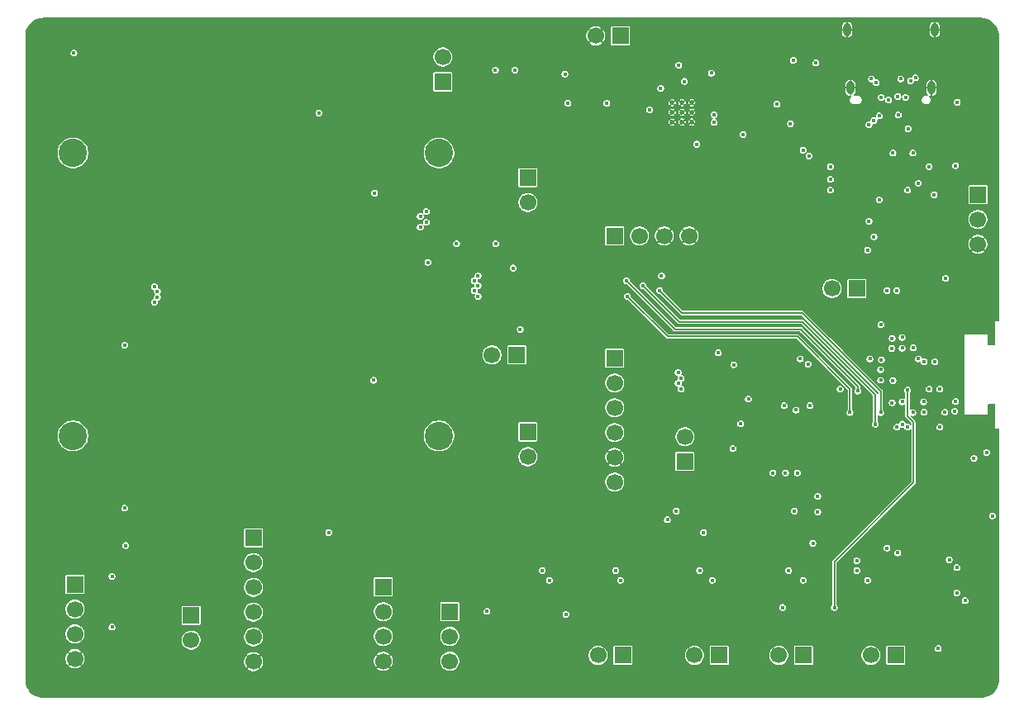
<source format=gbr>
%TF.GenerationSoftware,KiCad,Pcbnew,9.0.6+1*%
%TF.CreationDate,2025-12-31T10:00:21+00:00*%
%TF.ProjectId,ZSWatch-Watch-DevKit,5a535761-7463-4682-9d57-617463682d44,1.2.2*%
%TF.SameCoordinates,Original*%
%TF.FileFunction,Copper,L2,Inr*%
%TF.FilePolarity,Positive*%
%FSLAX46Y46*%
G04 Gerber Fmt 4.6, Leading zero omitted, Abs format (unit mm)*
G04 Created by KiCad (PCBNEW 9.0.6+1) date 2025-12-31 10:00:21*
%MOMM*%
%LPD*%
G01*
G04 APERTURE LIST*
%TA.AperFunction,ComponentPad*%
%ADD10R,1.700000X1.700000*%
%TD*%
%TA.AperFunction,ComponentPad*%
%ADD11C,1.700000*%
%TD*%
%TA.AperFunction,ComponentPad*%
%ADD12C,0.500000*%
%TD*%
%TA.AperFunction,ComponentPad*%
%ADD13C,2.900000*%
%TD*%
%TA.AperFunction,HeatsinkPad*%
%ADD14O,0.800000X1.400000*%
%TD*%
%TA.AperFunction,ViaPad*%
%ADD15C,0.450000*%
%TD*%
%TA.AperFunction,Conductor*%
%ADD16C,0.200000*%
%TD*%
G04 APERTURE END LIST*
D10*
%TO.N,/Project Architecture/Power Management/VSYS*%
%TO.C,X508*%
X200900000Y-120700000D03*
D11*
%TO.N,Net-(IC505-VDD)*%
X200900000Y-118160000D03*
%TD*%
D12*
%TO.N,GND*%
%TO.C,IC401*%
X224387790Y-122830400D03*
X224387790Y-123830400D03*
X224387790Y-124830400D03*
X225387790Y-122830400D03*
X225387790Y-123830400D03*
X225387790Y-124830400D03*
X226387790Y-122830400D03*
X226387790Y-123830400D03*
X226387790Y-124830400D03*
%TD*%
D10*
%TO.N,/Project Architecture/Peripherals/VMIC*%
%TO.C,X503*%
X175100000Y-175400000D03*
D11*
%TO.N,Net-(MK501-VDD)*%
X175100000Y-177940000D03*
%TD*%
D13*
%TO.N,N/C*%
%TO.C,REF\u002A\u002A*%
X200500000Y-157000000D03*
%TD*%
D10*
%TO.N,+3V0*%
%TO.C,X610*%
X209600000Y-156600000D03*
D11*
%TO.N,Net-(X608-LEDA1)*%
X209600000Y-159140000D03*
%TD*%
D10*
%TO.N,+1V8*%
%TO.C,X403*%
X163200000Y-172220000D03*
D11*
%TO.N,+3V0*%
X163200000Y-174760000D03*
%TO.N,/Project Architecture/Power Management/VSYS*%
X163200000Y-177300000D03*
%TO.N,GND*%
X163200000Y-179840000D03*
%TD*%
D10*
%TO.N,+1V8*%
%TO.C,X504*%
X194800000Y-172490000D03*
D11*
%TO.N,/Project Architecture/MCU/SDA*%
X194800000Y-175030000D03*
%TO.N,/Project Architecture/MCU/SCL*%
X194800000Y-177570000D03*
%TO.N,GND*%
X194800000Y-180110000D03*
%TD*%
D10*
%TO.N,+1V8*%
%TO.C,X606*%
X225700000Y-159640000D03*
D11*
%TO.N,Net-(IC603-VCC)*%
X225700000Y-157100000D03*
%TD*%
D10*
%TO.N,/Project Architecture/Peripherals/VBAT*%
%TO.C,X401*%
X219100000Y-116000000D03*
D11*
%TO.N,GND*%
X216560000Y-116000000D03*
%TD*%
D10*
%TO.N,+1V8*%
%TO.C,X501*%
X229200000Y-179500000D03*
D11*
%TO.N,Net-(IC501-VDD)*%
X226660000Y-179500000D03*
%TD*%
D10*
%TO.N,+1V8*%
%TO.C,X502*%
X181500000Y-167460000D03*
D11*
%TO.N,/Project Architecture/MCU/MCLK*%
X181500000Y-170000000D03*
%TO.N,/Project Architecture/MCU/WS*%
X181500000Y-172540000D03*
%TO.N,/Project Architecture/MCU/Data*%
X181500000Y-175080000D03*
%TO.N,/Project Architecture/MCU/GPIO*%
X181500000Y-177620000D03*
%TO.N,GND*%
X181500000Y-180160000D03*
%TD*%
D10*
%TO.N,+1V8*%
%TO.C,X506*%
X237840000Y-179500000D03*
D11*
%TO.N,Net-(IC503-VDD)*%
X235300000Y-179500000D03*
%TD*%
D10*
%TO.N,+1V8*%
%TO.C,X607*%
X209600000Y-130525000D03*
D11*
%TO.N,Net-(X607-Pin_2)*%
X209600000Y-133065000D03*
%TD*%
D10*
%TO.N,+1V8*%
%TO.C,X505*%
X219340000Y-179500000D03*
D11*
%TO.N,Net-(IC502-VDD)*%
X216800000Y-179500000D03*
%TD*%
D10*
%TO.N,TxD*%
%TO.C,X604*%
X255700000Y-132270000D03*
D11*
%TO.N,RxD*%
X255700000Y-134810000D03*
%TO.N,GND*%
X255700000Y-137350000D03*
%TD*%
D10*
%TO.N,+1V8*%
%TO.C,X507*%
X247300000Y-179500000D03*
D11*
%TO.N,Net-(IC504-VDD)*%
X244760000Y-179500000D03*
%TD*%
D14*
%TO.N,GND*%
%TO.C,X603*%
X251290000Y-115360000D03*
X250930000Y-121310000D03*
X242670000Y-121310000D03*
X242310000Y-115360000D03*
%TD*%
D10*
%TO.N,+3V0*%
%TO.C,X609*%
X208475000Y-148700000D03*
D11*
%TO.N,Net-(X608-CTP-VDD)*%
X205935000Y-148700000D03*
%TD*%
D10*
%TO.N,/Project Architecture/Power Management/VSYS*%
%TO.C,X404*%
X218500000Y-136500000D03*
D11*
X221040000Y-136500000D03*
%TO.N,GND*%
X223580000Y-136500000D03*
X226120000Y-136500000D03*
%TD*%
D13*
%TO.N,N/C*%
%TO.C,REF\u002A\u002A*%
X163000000Y-157000000D03*
%TD*%
%TO.N,N/C*%
%TO.C,REF\u002A\u002A*%
X200500000Y-128000000D03*
%TD*%
D10*
%TO.N,/Project Architecture/Peripherals/VBAT*%
%TO.C,X510*%
X201600000Y-175020000D03*
D11*
%TO.N,Net-(IC507-V_{DD})*%
X201600000Y-177560000D03*
%TO.N,/Project Architecture/Power Management/VSYS*%
X201600000Y-180100000D03*
%TD*%
D10*
%TO.N,Net-(M601B-P0.22)*%
%TO.C,X605*%
X218500000Y-149050000D03*
D11*
%TO.N,Net-(M601B-P0.05{slash}AIN1)*%
X218500000Y-151590000D03*
%TO.N,Net-(M601B-P0.04{slash}AIN0)*%
X218500000Y-154130000D03*
%TO.N,Net-(M601C-P1.14)*%
X218500000Y-156670000D03*
%TO.N,GND*%
X218500000Y-159210000D03*
%TO.N,+1V8*%
X218500000Y-161750000D03*
%TD*%
D13*
%TO.N,N/C*%
%TO.C,REF\u002A\u002A*%
X163000000Y-128000000D03*
%TD*%
D10*
%TO.N,+1V8*%
%TO.C,X602*%
X243300000Y-141900000D03*
D11*
%TO.N,Net-(M601A-VDDH)*%
X240760000Y-141900000D03*
%TD*%
D15*
%TO.N,GND*%
X224100000Y-119600000D03*
X202295000Y-134600000D03*
X219600000Y-173600000D03*
X225700000Y-128380000D03*
X168485000Y-175300000D03*
X165900000Y-173020000D03*
X252900000Y-171625000D03*
X168485000Y-171900000D03*
X230390620Y-122145000D03*
X170700000Y-173575000D03*
X232800000Y-154880000D03*
X205600000Y-176220000D03*
X242800000Y-175200000D03*
X163100000Y-163750000D03*
X236620000Y-175400000D03*
X171347500Y-140700000D03*
X252900000Y-176775000D03*
X211800000Y-174774531D03*
X244600000Y-145825000D03*
X240200000Y-173975000D03*
X248000000Y-149700000D03*
X222063600Y-122063400D03*
X244100000Y-155800000D03*
X220387200Y-126138400D03*
X254000003Y-151800000D03*
X249550000Y-122400000D03*
X243275000Y-134400000D03*
X251700000Y-171500000D03*
X246400000Y-173700000D03*
X246800000Y-126100000D03*
X207800000Y-120120000D03*
X172147500Y-144000000D03*
X210500000Y-146400000D03*
X220793600Y-120819400D03*
X231000000Y-172900000D03*
X230990620Y-122145000D03*
X162025000Y-121325000D03*
X253300000Y-161390000D03*
X244300000Y-122300000D03*
X230479410Y-126138400D03*
X209100000Y-122350000D03*
X188100000Y-163750000D03*
X205700000Y-145137500D03*
X221180000Y-174680000D03*
X234845000Y-173755000D03*
X226200000Y-119800000D03*
X246400000Y-174700000D03*
X219879410Y-126138400D03*
X199987500Y-136700000D03*
X221428600Y-120819400D03*
X204587500Y-136700000D03*
X208980000Y-144900000D03*
X256300000Y-146350003D03*
X216832500Y-175332500D03*
X256300000Y-155150003D03*
X205355000Y-174265000D03*
X201400000Y-145137500D03*
X252900000Y-175125000D03*
X256800000Y-178200000D03*
X237900000Y-162250000D03*
X225700000Y-174200000D03*
X233500000Y-157650000D03*
X251690000Y-175000000D03*
X187025000Y-123400000D03*
%TO.N,/Project Architecture/Peripherals/VBAT*%
X228400000Y-119800000D03*
X228677316Y-124869129D03*
%TO.N,DISPLAY-BLK*%
X208812500Y-146087500D03*
X246881356Y-148023305D03*
%TO.N,QSPI-CS*%
X248500002Y-156100000D03*
X234700000Y-160800000D03*
%TO.N,QSPI-IO1*%
X247974002Y-155800000D03*
X236000000Y-160800000D03*
%TO.N,QSPI-IO2*%
X247400000Y-156100000D03*
X237200000Y-160800000D03*
%TO.N,QSPI-IO0*%
X238500000Y-153900000D03*
X246913051Y-153593475D03*
%TO.N,QSPI-CLK*%
X249044952Y-154600003D03*
X237081000Y-154351000D03*
%TO.N,QSPI-IO3*%
X247944949Y-153499999D03*
X235860000Y-153900000D03*
%TO.N,TOUCH-INT*%
X225000000Y-151600000D03*
X245750000Y-151294951D03*
%TO.N,TOUCH-SCL*%
X225300000Y-151100000D03*
X247000000Y-151325003D03*
%TO.N,TOUCH-SDA*%
X245744949Y-150200001D03*
X225000000Y-150500000D03*
%TO.N,TOUCH-RST*%
X229100000Y-148500000D03*
X247944951Y-148000000D03*
%TO.N,TOUCH-EN*%
X202295000Y-137300000D03*
X241600000Y-152200000D03*
X225300000Y-152200000D03*
X206300000Y-137300000D03*
%TO.N,RESETn*%
X244400000Y-137950000D03*
X253418644Y-153476695D03*
X252400000Y-140850000D03*
X257200000Y-165200000D03*
%TO.N,DISPLAY-CS*%
X204100000Y-141100000D03*
X219700000Y-141100000D03*
X243400000Y-152400000D03*
%TO.N,DISPLAY-CLK*%
X221400000Y-141600000D03*
X245200000Y-155800000D03*
X204500000Y-141600000D03*
%TO.N,+3V0*%
X224800000Y-164700000D03*
X208100000Y-139800000D03*
X236900000Y-164700000D03*
X199362500Y-139200000D03*
X254400000Y-173900000D03*
X213400000Y-119900000D03*
X193800000Y-151300000D03*
X213700000Y-122900000D03*
%TO.N,/Project Architecture/Power Management/VSYS*%
X228679410Y-124076400D03*
X225637790Y-120662210D03*
X222079410Y-123580400D03*
X231646620Y-126100000D03*
X236500000Y-125000000D03*
X252769644Y-169700000D03*
%TO.N,DISPLAY-DC*%
X219800000Y-142700000D03*
X242600000Y-154600000D03*
X204500000Y-142700000D03*
%TO.N,DISPLAY-RST*%
X223300000Y-140600000D03*
X204500000Y-140600000D03*
%TO.N,DISPLAY-DATA*%
X204100000Y-142100000D03*
X245744950Y-154600001D03*
X223100000Y-142100000D03*
%TO.N,/Project Architecture/MCU/PMIC-INT*%
X250700000Y-129400000D03*
X240600000Y-129400000D03*
%TO.N,/Project Architecture/MCU/USB-CC1*%
X236800000Y-118500000D03*
X247548187Y-124100000D03*
%TO.N,/Project Architecture/MCU/SW2*%
X227600000Y-166900000D03*
X189200000Y-166900000D03*
X226900000Y-127100000D03*
%TO.N,/Project Architecture/MCU/SDA*%
X236312500Y-170800000D03*
X251800000Y-152200000D03*
X243300000Y-170800000D03*
X227200000Y-170800000D03*
X238400000Y-128300000D03*
X218600000Y-170800000D03*
X211075000Y-170800000D03*
%TO.N,/Project Architecture/MCU/SCL*%
X244400000Y-171800000D03*
X211800000Y-171800000D03*
X237812500Y-171800000D03*
X250700000Y-152200000D03*
X228500000Y-171800000D03*
X219100000Y-171800000D03*
X237800000Y-127700000D03*
%TO.N,/Project Architecture/MCU/~{RTC-INT}*%
X205420000Y-175000000D03*
X213500000Y-175300000D03*
%TO.N,SWDCLK*%
X256600000Y-158700000D03*
X253325000Y-154475000D03*
%TO.N,SWDIO*%
X252318644Y-154576695D03*
X255300000Y-159300000D03*
%TO.N,/Project Architecture/MCU/BMI270-INT*%
X239300000Y-163200000D03*
X239300000Y-164800000D03*
%TO.N,/Project Architecture/MCU/LIS2MDL-INT*%
X248500000Y-152300000D03*
X235700000Y-174600000D03*
X241000000Y-174600000D03*
%TO.N,/Project Architecture/MCU/VIB-PWM*%
X240600000Y-130700000D03*
X249600000Y-131100000D03*
%TO.N,USB-D-*%
X247400000Y-142100000D03*
X246400000Y-142100000D03*
%TO.N,/Project Architecture/MCU/VIB-EN*%
X240600000Y-131800000D03*
X248500000Y-131800000D03*
%TO.N,TxD*%
X251226000Y-132270000D03*
%TO.N,/Project Architecture/MCU/D-*%
X247500000Y-122200000D03*
X246550000Y-122565184D03*
%TO.N,/Project Architecture/MCU/USB-VBUS-In*%
X251650000Y-178800000D03*
X235112500Y-122987500D03*
X239100000Y-118775000D03*
X253550000Y-173100000D03*
X253550000Y-170500000D03*
X247000000Y-128000000D03*
%TO.N,RxD*%
X253412500Y-129300000D03*
%TO.N,/Project Architecture/MCU/SW1*%
X188200000Y-123900000D03*
X223900000Y-165600000D03*
X250150000Y-153505049D03*
%TO.N,/Project Architecture/MCU/Data*%
X247500000Y-169000000D03*
X251300000Y-149400000D03*
%TO.N,/Project Architecture/MCU/SW4*%
X250181356Y-154576695D03*
X168300000Y-164400000D03*
X168300000Y-147700000D03*
X163100000Y-117750000D03*
%TO.N,/Project Architecture/MCU/SW3*%
X251800000Y-156100000D03*
X168400000Y-168250000D03*
%TO.N,/Project Architecture/MCU/MIC-CLK*%
X238300000Y-149650000D03*
X245813051Y-149193475D03*
%TO.N,/Project Architecture/MCU/WS*%
X246400000Y-168500000D03*
X250200000Y-149400000D03*
%TO.N,/Project Architecture/MCU/MIC-DATA*%
X244644950Y-149100001D03*
X167000000Y-176600000D03*
X167000000Y-171400000D03*
X237500000Y-149100000D03*
%TO.N,/Project Architecture/MCU/MCLK*%
X238800000Y-168000000D03*
X249600000Y-149100000D03*
%TO.N,Net-(IC604-B1)*%
X171347500Y-143300000D03*
X198587500Y-135600000D03*
%TO.N,Net-(IC604-B3)*%
X171647500Y-142200000D03*
X198587500Y-134500000D03*
%TO.N,Net-(IC604-B2)*%
X171647500Y-142800000D03*
X199187500Y-135100000D03*
%TO.N,Net-(IC604-B4)*%
X171347500Y-141700000D03*
X199187500Y-134000000D03*
%TO.N,Net-(M601C-P1.14)*%
X249081356Y-147976695D03*
X230600000Y-158300000D03*
%TO.N,Net-(M601B-P0.05{slash}AIN1)*%
X247944950Y-146900001D03*
X232200000Y-153220000D03*
%TO.N,Net-(M601B-P0.04{slash}AIN0)*%
X246913051Y-146993475D03*
X231400000Y-155760000D03*
%TO.N,Net-(M601B-P0.22)*%
X245774000Y-145600000D03*
X230700000Y-149700000D03*
%TO.N,Net-(X608-CTP-VDD)*%
X193900000Y-132100000D03*
%TO.N,Net-(IC505-VDD)*%
X206275000Y-119500000D03*
X208280000Y-119500000D03*
%TO.N,Net-(IC401-VOUT2)*%
X223206600Y-121380400D03*
X217697000Y-122900000D03*
%TO.N,/Project Architecture/Peripherals/VMIC*%
X225060000Y-119000000D03*
%TO.N,/Project Architecture/MCU/GPIO*%
X243300000Y-169800000D03*
%TO.N,Net-(JP601-A)*%
X245050000Y-124650000D03*
X248800000Y-120600000D03*
X245050000Y-136575000D03*
%TO.N,Net-(JP602-A)*%
X249300000Y-120300000D03*
X244550000Y-135000000D03*
X244550000Y-125100000D03*
%TO.N,Net-(JP603-A)*%
X245600000Y-132800000D03*
X247800000Y-120400000D03*
X245600000Y-124200000D03*
%TO.N,Net-(JP604-A)*%
X248550000Y-125500000D03*
X245300000Y-120800000D03*
%TO.N,Net-(JP605-A)*%
X249050000Y-128000000D03*
X244800000Y-120400000D03*
X253600000Y-122800000D03*
%TO.N,Net-(R603-Pad1)*%
X248300000Y-122300000D03*
X245800000Y-122300000D03*
%TD*%
D16*
%TO.N,DISPLAY-CS*%
X243400000Y-151900000D02*
X243400000Y-152400000D01*
X237574000Y-146074000D02*
X243400000Y-151900000D01*
X219700000Y-141100000D02*
X224674000Y-146074000D01*
X224674000Y-146074000D02*
X237574000Y-146074000D01*
%TO.N,DISPLAY-CLK*%
X221400000Y-141600000D02*
X225100000Y-145300000D01*
X237700000Y-145300000D02*
X245200000Y-152800000D01*
X245200000Y-152800000D02*
X245200000Y-155800000D01*
X225100000Y-145300000D02*
X237700000Y-145300000D01*
%TO.N,DISPLAY-DC*%
X223900000Y-146800000D02*
X237200000Y-146800000D01*
X219800000Y-142700000D02*
X223900000Y-146800000D01*
X242600000Y-152200000D02*
X242600000Y-154600000D01*
X237200000Y-146800000D02*
X242600000Y-152200000D01*
%TO.N,DISPLAY-DATA*%
X237700000Y-144400000D02*
X245744950Y-152444950D01*
X223100000Y-142100000D02*
X225400000Y-144400000D01*
X225400000Y-144400000D02*
X237700000Y-144400000D01*
X245744950Y-152444950D02*
X245744950Y-154600001D01*
%TO.N,/Project Architecture/MCU/LIS2MDL-INT*%
X249100000Y-155600000D02*
X249100000Y-161800000D01*
X249100000Y-161800000D02*
X241000000Y-169900000D01*
X241000000Y-169900000D02*
X241000000Y-174600000D01*
X248500000Y-152300000D02*
X248500000Y-155000000D01*
X248500000Y-155000000D02*
X249100000Y-155600000D01*
%TD*%
%TA.AperFunction,Conductor*%
%TO.N,GND*%
G36*
X256002013Y-114125631D02*
G01*
X256240652Y-114141273D01*
X256248619Y-114142322D01*
X256481201Y-114188585D01*
X256488970Y-114190666D01*
X256713523Y-114266892D01*
X256720949Y-114269967D01*
X256933647Y-114374858D01*
X256940596Y-114378871D01*
X257137771Y-114510619D01*
X257144153Y-114515516D01*
X257322441Y-114671870D01*
X257328129Y-114677558D01*
X257484483Y-114855846D01*
X257489380Y-114862228D01*
X257606818Y-115037986D01*
X257621123Y-115059394D01*
X257625144Y-115066357D01*
X257660296Y-115137639D01*
X257730030Y-115279047D01*
X257733108Y-115286479D01*
X257809332Y-115511028D01*
X257811414Y-115518799D01*
X257857676Y-115751375D01*
X257858726Y-115759350D01*
X257874368Y-115997985D01*
X257874500Y-116002008D01*
X257874500Y-145188505D01*
X257856487Y-145231992D01*
X257813000Y-145250005D01*
X257499998Y-145250005D01*
X257499998Y-147688505D01*
X257481985Y-147731992D01*
X257438498Y-147750005D01*
X256761498Y-147750005D01*
X256718011Y-147731992D01*
X256699998Y-147688505D01*
X256699998Y-146650005D01*
X254299998Y-146650005D01*
X254299998Y-154850005D01*
X256699998Y-154850005D01*
X256699998Y-153811505D01*
X256718011Y-153768018D01*
X256761498Y-153750005D01*
X257438498Y-153750005D01*
X257481985Y-153768018D01*
X257499998Y-153811505D01*
X257499998Y-156250005D01*
X257813000Y-156250005D01*
X257856487Y-156268018D01*
X257874500Y-156311505D01*
X257874500Y-181997991D01*
X257874368Y-182002014D01*
X257858726Y-182240649D01*
X257857676Y-182248624D01*
X257811414Y-182481200D01*
X257809332Y-182488971D01*
X257733108Y-182713520D01*
X257730030Y-182720952D01*
X257625146Y-182933638D01*
X257621123Y-182940605D01*
X257489380Y-183137771D01*
X257484483Y-183144153D01*
X257328129Y-183322441D01*
X257322441Y-183328129D01*
X257144153Y-183484483D01*
X257137771Y-183489380D01*
X256940605Y-183621123D01*
X256933638Y-183625146D01*
X256720952Y-183730030D01*
X256713520Y-183733108D01*
X256488971Y-183809332D01*
X256481200Y-183811414D01*
X256248624Y-183857676D01*
X256240649Y-183858726D01*
X256027210Y-183872716D01*
X256002012Y-183874368D01*
X255997992Y-183874500D01*
X160002008Y-183874500D01*
X159997987Y-183874368D01*
X159970170Y-183872544D01*
X159759350Y-183858726D01*
X159751375Y-183857676D01*
X159518799Y-183811414D01*
X159511028Y-183809332D01*
X159286479Y-183733108D01*
X159279047Y-183730030D01*
X159169990Y-183676249D01*
X159066357Y-183625144D01*
X159059398Y-183621125D01*
X158862228Y-183489380D01*
X158855846Y-183484483D01*
X158677558Y-183328129D01*
X158671870Y-183322441D01*
X158515516Y-183144153D01*
X158510619Y-183137771D01*
X158378871Y-182940596D01*
X158374858Y-182933647D01*
X158269967Y-182720949D01*
X158266891Y-182713520D01*
X158190667Y-182488971D01*
X158188585Y-182481200D01*
X158142323Y-182248624D01*
X158141273Y-182240648D01*
X158125632Y-182002013D01*
X158125500Y-181997991D01*
X158125500Y-179743967D01*
X162225000Y-179743967D01*
X162225000Y-179936032D01*
X162262466Y-180124391D01*
X162262471Y-180124407D01*
X162335963Y-180301829D01*
X162335971Y-180301845D01*
X162442662Y-180461520D01*
X162442667Y-180461526D01*
X162466376Y-180485235D01*
X162802252Y-180149358D01*
X162890640Y-180237746D01*
X162554764Y-180573623D01*
X162578473Y-180597332D01*
X162578479Y-180597337D01*
X162738154Y-180704028D01*
X162738170Y-180704036D01*
X162915592Y-180777528D01*
X162915608Y-180777533D01*
X163103967Y-180814999D01*
X163103968Y-180815000D01*
X163296032Y-180815000D01*
X163296032Y-180814999D01*
X163332074Y-180807831D01*
X163484391Y-180777533D01*
X163484407Y-180777528D01*
X163661829Y-180704036D01*
X163661845Y-180704028D01*
X163821520Y-180597337D01*
X163821525Y-180597333D01*
X163845234Y-180573622D01*
X163509359Y-180237747D01*
X163597747Y-180149359D01*
X163933622Y-180485234D01*
X163957333Y-180461525D01*
X163957337Y-180461520D01*
X164064028Y-180301845D01*
X164064036Y-180301829D01*
X164137528Y-180124407D01*
X164137533Y-180124391D01*
X164149552Y-180063967D01*
X180525000Y-180063967D01*
X180525000Y-180256032D01*
X180562466Y-180444391D01*
X180562471Y-180444407D01*
X180635963Y-180621829D01*
X180635971Y-180621845D01*
X180742662Y-180781520D01*
X180742667Y-180781526D01*
X180766376Y-180805235D01*
X181102252Y-180469358D01*
X181190640Y-180557746D01*
X180854764Y-180893623D01*
X180878473Y-180917332D01*
X180878479Y-180917337D01*
X181038154Y-181024028D01*
X181038170Y-181024036D01*
X181215592Y-181097528D01*
X181215608Y-181097533D01*
X181403967Y-181134999D01*
X181403968Y-181135000D01*
X181596032Y-181135000D01*
X181596032Y-181134999D01*
X181784391Y-181097533D01*
X181784407Y-181097528D01*
X181961829Y-181024036D01*
X181961845Y-181024028D01*
X182121520Y-180917337D01*
X182121525Y-180917333D01*
X182145234Y-180893622D01*
X181809359Y-180557747D01*
X181897747Y-180469359D01*
X182233622Y-180805234D01*
X182257333Y-180781525D01*
X182364032Y-180621837D01*
X182364036Y-180621829D01*
X182437528Y-180444407D01*
X182437533Y-180444391D01*
X182474999Y-180256032D01*
X182475000Y-180256032D01*
X182475000Y-180063968D01*
X182474999Y-180063967D01*
X182466841Y-180022948D01*
X182465055Y-180013967D01*
X193825000Y-180013967D01*
X193825000Y-180206032D01*
X193862466Y-180394391D01*
X193862471Y-180394407D01*
X193935963Y-180571829D01*
X193935971Y-180571845D01*
X194042662Y-180731520D01*
X194042667Y-180731526D01*
X194066376Y-180755235D01*
X194402252Y-180419358D01*
X194490640Y-180507746D01*
X194154764Y-180843623D01*
X194178473Y-180867332D01*
X194178479Y-180867337D01*
X194338154Y-180974028D01*
X194338170Y-180974036D01*
X194515592Y-181047528D01*
X194515608Y-181047533D01*
X194703967Y-181084999D01*
X194703968Y-181085000D01*
X194896032Y-181085000D01*
X194896032Y-181084999D01*
X195084391Y-181047533D01*
X195084407Y-181047528D01*
X195261829Y-180974036D01*
X195261845Y-180974028D01*
X195421520Y-180867337D01*
X195421525Y-180867333D01*
X195445234Y-180843622D01*
X195109359Y-180507747D01*
X195197747Y-180419359D01*
X195533622Y-180755234D01*
X195557333Y-180731525D01*
X195557337Y-180731520D01*
X195664028Y-180571845D01*
X195664036Y-180571829D01*
X195737528Y-180394407D01*
X195737533Y-180394391D01*
X195774999Y-180206032D01*
X195775000Y-180206032D01*
X195775000Y-180013970D01*
X195774788Y-180012905D01*
X195774788Y-180012901D01*
X195774787Y-180012899D01*
X195773001Y-180003918D01*
X200624500Y-180003918D01*
X200624500Y-180196081D01*
X200661986Y-180384537D01*
X200661988Y-180384544D01*
X200667963Y-180398968D01*
X200735523Y-180562073D01*
X200735525Y-180562076D01*
X200735526Y-180562078D01*
X200842277Y-180721842D01*
X200978157Y-180857722D01*
X201137921Y-180964473D01*
X201137927Y-180964477D01*
X201315457Y-181038012D01*
X201503918Y-181075499D01*
X201503919Y-181075500D01*
X201503922Y-181075500D01*
X201696081Y-181075500D01*
X201696081Y-181075499D01*
X201884543Y-181038012D01*
X202062073Y-180964477D01*
X202221845Y-180857720D01*
X202357720Y-180721845D01*
X202464477Y-180562073D01*
X202538012Y-180384543D01*
X202575499Y-180196081D01*
X202575500Y-180196081D01*
X202575500Y-180003919D01*
X202575499Y-180003918D01*
X202558211Y-179917007D01*
X202538012Y-179815457D01*
X202464477Y-179637927D01*
X202409462Y-179555592D01*
X202357722Y-179478157D01*
X202283483Y-179403918D01*
X215824500Y-179403918D01*
X215824500Y-179596081D01*
X215861986Y-179784537D01*
X215861988Y-179784544D01*
X215884666Y-179839293D01*
X215935523Y-179962073D01*
X215935525Y-179962076D01*
X215935526Y-179962078D01*
X216042277Y-180121842D01*
X216178157Y-180257722D01*
X216244168Y-180301829D01*
X216337927Y-180364477D01*
X216515457Y-180438012D01*
X216703918Y-180475499D01*
X216703919Y-180475500D01*
X216703922Y-180475500D01*
X216896081Y-180475500D01*
X216896081Y-180475499D01*
X217084543Y-180438012D01*
X217262073Y-180364477D01*
X217421845Y-180257720D01*
X217557720Y-180121845D01*
X217664477Y-179962073D01*
X217738012Y-179784543D01*
X217775499Y-179596081D01*
X217775500Y-179596081D01*
X217775500Y-179403919D01*
X217775499Y-179403918D01*
X217775250Y-179402668D01*
X217738012Y-179215457D01*
X217664477Y-179037927D01*
X217595899Y-178935293D01*
X217557722Y-178878157D01*
X217421842Y-178742277D01*
X217337245Y-178685751D01*
X217265231Y-178637633D01*
X218364500Y-178637633D01*
X218364500Y-180362360D01*
X218371781Y-180398969D01*
X218371782Y-180398970D01*
X218399519Y-180440481D01*
X218441032Y-180468219D01*
X218477637Y-180475500D01*
X220202362Y-180475499D01*
X220238968Y-180468219D01*
X220280481Y-180440481D01*
X220308219Y-180398968D01*
X220315500Y-180362363D01*
X220315499Y-179403918D01*
X225684500Y-179403918D01*
X225684500Y-179596081D01*
X225721986Y-179784537D01*
X225721988Y-179784544D01*
X225744666Y-179839293D01*
X225795523Y-179962073D01*
X225795525Y-179962076D01*
X225795526Y-179962078D01*
X225902277Y-180121842D01*
X226038157Y-180257722D01*
X226104168Y-180301829D01*
X226197927Y-180364477D01*
X226375457Y-180438012D01*
X226563918Y-180475499D01*
X226563919Y-180475500D01*
X226563922Y-180475500D01*
X226756081Y-180475500D01*
X226756081Y-180475499D01*
X226944543Y-180438012D01*
X227122073Y-180364477D01*
X227281845Y-180257720D01*
X227417720Y-180121845D01*
X227524477Y-179962073D01*
X227598012Y-179784543D01*
X227635499Y-179596081D01*
X227635500Y-179596081D01*
X227635500Y-179403919D01*
X227635499Y-179403918D01*
X227635250Y-179402668D01*
X227598012Y-179215457D01*
X227524477Y-179037927D01*
X227455899Y-178935293D01*
X227417722Y-178878157D01*
X227281842Y-178742277D01*
X227197245Y-178685751D01*
X227125231Y-178637633D01*
X228224500Y-178637633D01*
X228224500Y-180362360D01*
X228231781Y-180398969D01*
X228231782Y-180398970D01*
X228259519Y-180440481D01*
X228301032Y-180468219D01*
X228337637Y-180475500D01*
X230062362Y-180475499D01*
X230098968Y-180468219D01*
X230140481Y-180440481D01*
X230168219Y-180398968D01*
X230175500Y-180362363D01*
X230175499Y-179403918D01*
X234324500Y-179403918D01*
X234324500Y-179596081D01*
X234361986Y-179784537D01*
X234361988Y-179784544D01*
X234384666Y-179839293D01*
X234435523Y-179962073D01*
X234435525Y-179962076D01*
X234435526Y-179962078D01*
X234542277Y-180121842D01*
X234678157Y-180257722D01*
X234744168Y-180301829D01*
X234837927Y-180364477D01*
X235015457Y-180438012D01*
X235203918Y-180475499D01*
X235203919Y-180475500D01*
X235203922Y-180475500D01*
X235396081Y-180475500D01*
X235396081Y-180475499D01*
X235584543Y-180438012D01*
X235762073Y-180364477D01*
X235921845Y-180257720D01*
X236057720Y-180121845D01*
X236164477Y-179962073D01*
X236238012Y-179784543D01*
X236275499Y-179596081D01*
X236275500Y-179596081D01*
X236275500Y-179403919D01*
X236275499Y-179403918D01*
X236275250Y-179402668D01*
X236238012Y-179215457D01*
X236164477Y-179037927D01*
X236095899Y-178935293D01*
X236057722Y-178878157D01*
X235921842Y-178742277D01*
X235837245Y-178685751D01*
X235765231Y-178637633D01*
X236864500Y-178637633D01*
X236864500Y-180362360D01*
X236871781Y-180398969D01*
X236871782Y-180398970D01*
X236899519Y-180440481D01*
X236941032Y-180468219D01*
X236977637Y-180475500D01*
X238702362Y-180475499D01*
X238738968Y-180468219D01*
X238780481Y-180440481D01*
X238808219Y-180398968D01*
X238815500Y-180362363D01*
X238815499Y-179403918D01*
X243784500Y-179403918D01*
X243784500Y-179596081D01*
X243821986Y-179784537D01*
X243821988Y-179784544D01*
X243844666Y-179839293D01*
X243895523Y-179962073D01*
X243895525Y-179962076D01*
X243895526Y-179962078D01*
X244002277Y-180121842D01*
X244138157Y-180257722D01*
X244204168Y-180301829D01*
X244297927Y-180364477D01*
X244475457Y-180438012D01*
X244663918Y-180475499D01*
X244663919Y-180475500D01*
X244663922Y-180475500D01*
X244856081Y-180475500D01*
X244856081Y-180475499D01*
X245044543Y-180438012D01*
X245222073Y-180364477D01*
X245381845Y-180257720D01*
X245517720Y-180121845D01*
X245624477Y-179962073D01*
X245698012Y-179784543D01*
X245735499Y-179596081D01*
X245735500Y-179596081D01*
X245735500Y-179403919D01*
X245735499Y-179403918D01*
X245735250Y-179402668D01*
X245698012Y-179215457D01*
X245624477Y-179037927D01*
X245555899Y-178935293D01*
X245517722Y-178878157D01*
X245381842Y-178742277D01*
X245297245Y-178685751D01*
X245225231Y-178637633D01*
X246324500Y-178637633D01*
X246324500Y-180362360D01*
X246331781Y-180398969D01*
X246331782Y-180398970D01*
X246359519Y-180440481D01*
X246401032Y-180468219D01*
X246437637Y-180475500D01*
X248162362Y-180475499D01*
X248198968Y-180468219D01*
X248240481Y-180440481D01*
X248268219Y-180398968D01*
X248275500Y-180362363D01*
X248275499Y-178753853D01*
X251299500Y-178753853D01*
X251299500Y-178846146D01*
X251323384Y-178935283D01*
X251323388Y-178935293D01*
X251369526Y-179015205D01*
X251369529Y-179015209D01*
X251369531Y-179015212D01*
X251434788Y-179080469D01*
X251434791Y-179080471D01*
X251434794Y-179080473D01*
X251514706Y-179126611D01*
X251514708Y-179126612D01*
X251514712Y-179126614D01*
X251514716Y-179126615D01*
X251603854Y-179150500D01*
X251603856Y-179150500D01*
X251696145Y-179150500D01*
X251735448Y-179139968D01*
X251785288Y-179126614D01*
X251865212Y-179080469D01*
X251930469Y-179015212D01*
X251976614Y-178935288D01*
X251991961Y-178878012D01*
X252000500Y-178846146D01*
X252000500Y-178753853D01*
X251976615Y-178664716D01*
X251976614Y-178664712D01*
X251976611Y-178664706D01*
X251930473Y-178584794D01*
X251930471Y-178584791D01*
X251930469Y-178584788D01*
X251865212Y-178519531D01*
X251865209Y-178519529D01*
X251865205Y-178519526D01*
X251785293Y-178473388D01*
X251785283Y-178473384D01*
X251696146Y-178449500D01*
X251696144Y-178449500D01*
X251603856Y-178449500D01*
X251603854Y-178449500D01*
X251514716Y-178473384D01*
X251514706Y-178473388D01*
X251434794Y-178519526D01*
X251434784Y-178519534D01*
X251369534Y-178584784D01*
X251369526Y-178584794D01*
X251323388Y-178664706D01*
X251323384Y-178664716D01*
X251299500Y-178753853D01*
X248275499Y-178753853D01*
X248275499Y-178637638D01*
X248268219Y-178601032D01*
X248240481Y-178559519D01*
X248204534Y-178535500D01*
X248198967Y-178531780D01*
X248162366Y-178524500D01*
X246437639Y-178524500D01*
X246401030Y-178531781D01*
X246401029Y-178531782D01*
X246359519Y-178559519D01*
X246331780Y-178601032D01*
X246324500Y-178637633D01*
X245225231Y-178637633D01*
X245222078Y-178635526D01*
X245222076Y-178635525D01*
X245222073Y-178635523D01*
X245099293Y-178584666D01*
X245044544Y-178561988D01*
X245044537Y-178561986D01*
X244856081Y-178524500D01*
X244856078Y-178524500D01*
X244663922Y-178524500D01*
X244663919Y-178524500D01*
X244475462Y-178561986D01*
X244475455Y-178561988D01*
X244381203Y-178601029D01*
X244297927Y-178635523D01*
X244297924Y-178635524D01*
X244297921Y-178635526D01*
X244138157Y-178742277D01*
X244002277Y-178878157D01*
X243895526Y-179037921D01*
X243895524Y-179037924D01*
X243895523Y-179037927D01*
X243867344Y-179105956D01*
X243821988Y-179215455D01*
X243821986Y-179215462D01*
X243784500Y-179403918D01*
X238815499Y-179403918D01*
X238815499Y-178637638D01*
X238808219Y-178601032D01*
X238780481Y-178559519D01*
X238744534Y-178535500D01*
X238738967Y-178531780D01*
X238702366Y-178524500D01*
X236977639Y-178524500D01*
X236941030Y-178531781D01*
X236941029Y-178531782D01*
X236899519Y-178559519D01*
X236871780Y-178601032D01*
X236864500Y-178637633D01*
X235765231Y-178637633D01*
X235762078Y-178635526D01*
X235762076Y-178635525D01*
X235762073Y-178635523D01*
X235639293Y-178584666D01*
X235584544Y-178561988D01*
X235584537Y-178561986D01*
X235396081Y-178524500D01*
X235396078Y-178524500D01*
X235203922Y-178524500D01*
X235203919Y-178524500D01*
X235015462Y-178561986D01*
X235015455Y-178561988D01*
X234921203Y-178601029D01*
X234837927Y-178635523D01*
X234837924Y-178635524D01*
X234837921Y-178635526D01*
X234678157Y-178742277D01*
X234542277Y-178878157D01*
X234435526Y-179037921D01*
X234435524Y-179037924D01*
X234435523Y-179037927D01*
X234407344Y-179105956D01*
X234361988Y-179215455D01*
X234361986Y-179215462D01*
X234324500Y-179403918D01*
X230175499Y-179403918D01*
X230175499Y-178637638D01*
X230168219Y-178601032D01*
X230140481Y-178559519D01*
X230104534Y-178535500D01*
X230098967Y-178531780D01*
X230062366Y-178524500D01*
X228337639Y-178524500D01*
X228301030Y-178531781D01*
X228301029Y-178531782D01*
X228259519Y-178559519D01*
X228231780Y-178601032D01*
X228224500Y-178637633D01*
X227125231Y-178637633D01*
X227122078Y-178635526D01*
X227122076Y-178635525D01*
X227122073Y-178635523D01*
X226999293Y-178584666D01*
X226944544Y-178561988D01*
X226944537Y-178561986D01*
X226756081Y-178524500D01*
X226756078Y-178524500D01*
X226563922Y-178524500D01*
X226563919Y-178524500D01*
X226375462Y-178561986D01*
X226375455Y-178561988D01*
X226281203Y-178601029D01*
X226197927Y-178635523D01*
X226197924Y-178635524D01*
X226197921Y-178635526D01*
X226038157Y-178742277D01*
X225902277Y-178878157D01*
X225795526Y-179037921D01*
X225795524Y-179037924D01*
X225795523Y-179037927D01*
X225767344Y-179105956D01*
X225721988Y-179215455D01*
X225721986Y-179215462D01*
X225684500Y-179403918D01*
X220315499Y-179403918D01*
X220315499Y-178637638D01*
X220308219Y-178601032D01*
X220280481Y-178559519D01*
X220244534Y-178535500D01*
X220238967Y-178531780D01*
X220202366Y-178524500D01*
X218477639Y-178524500D01*
X218441030Y-178531781D01*
X218441029Y-178531782D01*
X218399519Y-178559519D01*
X218371780Y-178601032D01*
X218364500Y-178637633D01*
X217265231Y-178637633D01*
X217262078Y-178635526D01*
X217262076Y-178635525D01*
X217262073Y-178635523D01*
X217139293Y-178584666D01*
X217084544Y-178561988D01*
X217084537Y-178561986D01*
X216896081Y-178524500D01*
X216896078Y-178524500D01*
X216703922Y-178524500D01*
X216703919Y-178524500D01*
X216515462Y-178561986D01*
X216515455Y-178561988D01*
X216421203Y-178601029D01*
X216337927Y-178635523D01*
X216337924Y-178635524D01*
X216337921Y-178635526D01*
X216178157Y-178742277D01*
X216042277Y-178878157D01*
X215935526Y-179037921D01*
X215935524Y-179037924D01*
X215935523Y-179037927D01*
X215907344Y-179105956D01*
X215861988Y-179215455D01*
X215861986Y-179215462D01*
X215824500Y-179403918D01*
X202283483Y-179403918D01*
X202221842Y-179342277D01*
X202062078Y-179235526D01*
X202062076Y-179235525D01*
X202062073Y-179235523D01*
X201939293Y-179184666D01*
X201884544Y-179161988D01*
X201884537Y-179161986D01*
X201696081Y-179124500D01*
X201696078Y-179124500D01*
X201503922Y-179124500D01*
X201503919Y-179124500D01*
X201315462Y-179161986D01*
X201315455Y-179161988D01*
X201236328Y-179194764D01*
X201137927Y-179235523D01*
X201137924Y-179235524D01*
X201137921Y-179235526D01*
X200978157Y-179342277D01*
X200842277Y-179478157D01*
X200735526Y-179637921D01*
X200735524Y-179637924D01*
X200735523Y-179637927D01*
X200726380Y-179660000D01*
X200661988Y-179815455D01*
X200661986Y-179815462D01*
X200624500Y-180003918D01*
X195773001Y-180003918D01*
X195737533Y-179825608D01*
X195737528Y-179825592D01*
X195664036Y-179648170D01*
X195664028Y-179648154D01*
X195557337Y-179488479D01*
X195557332Y-179488473D01*
X195533623Y-179464764D01*
X195197746Y-179800640D01*
X195109358Y-179712252D01*
X195445235Y-179376376D01*
X195421526Y-179352667D01*
X195421520Y-179352662D01*
X195261845Y-179245971D01*
X195261829Y-179245963D01*
X195084407Y-179172471D01*
X195084391Y-179172466D01*
X194896032Y-179135000D01*
X194703968Y-179135000D01*
X194515608Y-179172466D01*
X194515592Y-179172471D01*
X194338170Y-179245963D01*
X194338160Y-179245968D01*
X194178473Y-179352667D01*
X194178470Y-179352669D01*
X194154764Y-179376375D01*
X194154764Y-179376376D01*
X194490641Y-179712253D01*
X194402253Y-179800641D01*
X194066376Y-179464764D01*
X194042669Y-179488470D01*
X194042667Y-179488473D01*
X193935968Y-179648160D01*
X193935963Y-179648170D01*
X193862471Y-179825592D01*
X193862466Y-179825608D01*
X193825000Y-180013967D01*
X182465055Y-180013967D01*
X182437533Y-179875608D01*
X182437528Y-179875592D01*
X182364036Y-179698170D01*
X182364028Y-179698154D01*
X182257337Y-179538479D01*
X182257332Y-179538473D01*
X182233623Y-179514764D01*
X181897746Y-179850640D01*
X181809358Y-179762252D01*
X182145235Y-179426376D01*
X182121527Y-179402668D01*
X182120581Y-179402036D01*
X182120580Y-179402035D01*
X181961837Y-179295967D01*
X181961829Y-179295963D01*
X181784407Y-179222471D01*
X181784391Y-179222466D01*
X181596032Y-179185000D01*
X181403968Y-179185000D01*
X181215608Y-179222466D01*
X181215592Y-179222471D01*
X181038170Y-179295963D01*
X181038160Y-179295968D01*
X180878473Y-179402667D01*
X180878470Y-179402669D01*
X180854764Y-179426375D01*
X180854764Y-179426376D01*
X181190641Y-179762253D01*
X181102253Y-179850641D01*
X180766376Y-179514764D01*
X180742669Y-179538470D01*
X180742667Y-179538473D01*
X180635968Y-179698160D01*
X180635963Y-179698170D01*
X180562471Y-179875592D01*
X180562466Y-179875608D01*
X180525000Y-180063967D01*
X164149552Y-180063967D01*
X164152539Y-180048952D01*
X164174999Y-179936032D01*
X164175000Y-179936032D01*
X164175000Y-179743968D01*
X164174999Y-179743967D01*
X164137533Y-179555608D01*
X164137528Y-179555592D01*
X164083201Y-179424436D01*
X164064036Y-179378170D01*
X164064028Y-179378154D01*
X163957337Y-179218479D01*
X163957332Y-179218473D01*
X163933623Y-179194764D01*
X163597746Y-179530640D01*
X163509358Y-179442252D01*
X163845235Y-179106376D01*
X163821526Y-179082667D01*
X163821520Y-179082662D01*
X163661845Y-178975971D01*
X163661829Y-178975963D01*
X163484407Y-178902471D01*
X163484391Y-178902466D01*
X163296032Y-178865000D01*
X163103968Y-178865000D01*
X162915608Y-178902466D01*
X162915592Y-178902471D01*
X162738170Y-178975963D01*
X162738160Y-178975968D01*
X162578473Y-179082667D01*
X162578470Y-179082669D01*
X162554764Y-179106375D01*
X162554764Y-179106376D01*
X162890641Y-179442253D01*
X162802253Y-179530641D01*
X162466376Y-179194764D01*
X162442669Y-179218470D01*
X162442667Y-179218473D01*
X162335968Y-179378160D01*
X162335963Y-179378170D01*
X162262471Y-179555592D01*
X162262466Y-179555608D01*
X162225000Y-179743967D01*
X158125500Y-179743967D01*
X158125500Y-177203918D01*
X162224500Y-177203918D01*
X162224500Y-177396081D01*
X162261986Y-177584537D01*
X162261988Y-177584543D01*
X162335523Y-177762073D01*
X162335525Y-177762076D01*
X162335526Y-177762078D01*
X162442277Y-177921842D01*
X162578157Y-178057722D01*
X162737921Y-178164473D01*
X162737927Y-178164477D01*
X162915457Y-178238012D01*
X163103918Y-178275499D01*
X163103919Y-178275500D01*
X163103922Y-178275500D01*
X163296081Y-178275500D01*
X163296081Y-178275499D01*
X163484543Y-178238012D01*
X163662073Y-178164477D01*
X163821845Y-178057720D01*
X163957720Y-177921845D01*
X164009790Y-177843918D01*
X174124500Y-177843918D01*
X174124500Y-178036081D01*
X174161986Y-178224537D01*
X174161988Y-178224544D01*
X174183095Y-178275499D01*
X174235523Y-178402073D01*
X174235525Y-178402076D01*
X174235526Y-178402078D01*
X174342277Y-178561842D01*
X174478157Y-178697722D01*
X174637921Y-178804473D01*
X174637927Y-178804477D01*
X174815457Y-178878012D01*
X175003918Y-178915499D01*
X175003919Y-178915500D01*
X175003922Y-178915500D01*
X175196081Y-178915500D01*
X175196081Y-178915499D01*
X175384543Y-178878012D01*
X175562073Y-178804477D01*
X175721845Y-178697720D01*
X175857720Y-178561845D01*
X175964477Y-178402073D01*
X176038012Y-178224543D01*
X176075499Y-178036081D01*
X176075500Y-178036081D01*
X176075500Y-177843919D01*
X176075499Y-177843918D01*
X176068102Y-177806733D01*
X176038012Y-177655457D01*
X176038009Y-177655451D01*
X176038008Y-177655446D01*
X175992027Y-177544439D01*
X175983527Y-177523918D01*
X180524500Y-177523918D01*
X180524500Y-177716081D01*
X180561986Y-177904537D01*
X180561988Y-177904544D01*
X180584666Y-177959293D01*
X180635523Y-178082073D01*
X180635525Y-178082076D01*
X180635526Y-178082078D01*
X180742277Y-178241842D01*
X180878157Y-178377722D01*
X181021325Y-178473384D01*
X181037927Y-178484477D01*
X181215457Y-178558012D01*
X181403918Y-178595499D01*
X181403919Y-178595500D01*
X181403922Y-178595500D01*
X181596081Y-178595500D01*
X181596081Y-178595499D01*
X181784543Y-178558012D01*
X181962073Y-178484477D01*
X182121845Y-178377720D01*
X182257720Y-178241845D01*
X182364477Y-178082073D01*
X182438012Y-177904543D01*
X182475499Y-177716081D01*
X182475500Y-177716081D01*
X182475500Y-177523919D01*
X182475499Y-177523918D01*
X182467341Y-177482899D01*
X182465554Y-177473918D01*
X193824500Y-177473918D01*
X193824500Y-177666081D01*
X193861986Y-177854537D01*
X193861988Y-177854543D01*
X193935523Y-178032073D01*
X193935525Y-178032076D01*
X193935526Y-178032078D01*
X194042277Y-178191842D01*
X194178157Y-178327722D01*
X194289431Y-178402073D01*
X194337927Y-178434477D01*
X194515457Y-178508012D01*
X194703918Y-178545499D01*
X194703919Y-178545500D01*
X194703922Y-178545500D01*
X194896081Y-178545500D01*
X194896081Y-178545499D01*
X195084543Y-178508012D01*
X195262073Y-178434477D01*
X195421845Y-178327720D01*
X195557720Y-178191845D01*
X195664477Y-178032073D01*
X195738012Y-177854543D01*
X195775499Y-177666081D01*
X195775500Y-177666081D01*
X195775500Y-177473921D01*
X195775297Y-177472901D01*
X195775297Y-177472899D01*
X195773511Y-177463918D01*
X200624500Y-177463918D01*
X200624500Y-177656081D01*
X200661986Y-177844537D01*
X200661988Y-177844544D01*
X200684666Y-177899293D01*
X200735523Y-178022073D01*
X200735525Y-178022076D01*
X200735526Y-178022078D01*
X200842277Y-178181842D01*
X200978157Y-178317722D01*
X201104397Y-178402073D01*
X201137927Y-178424477D01*
X201315457Y-178498012D01*
X201503918Y-178535499D01*
X201503919Y-178535500D01*
X201503922Y-178535500D01*
X201696081Y-178535500D01*
X201696081Y-178535499D01*
X201884543Y-178498012D01*
X202062073Y-178424477D01*
X202221845Y-178317720D01*
X202357720Y-178181845D01*
X202464477Y-178022073D01*
X202538012Y-177844543D01*
X202575499Y-177656081D01*
X202575500Y-177656081D01*
X202575500Y-177463919D01*
X202575499Y-177463918D01*
X202562005Y-177396081D01*
X202538012Y-177275457D01*
X202464477Y-177097927D01*
X202449507Y-177075523D01*
X202357722Y-176938157D01*
X202221842Y-176802277D01*
X202062078Y-176695526D01*
X202062076Y-176695525D01*
X202062073Y-176695523D01*
X201938892Y-176644500D01*
X201884544Y-176621988D01*
X201884537Y-176621986D01*
X201696081Y-176584500D01*
X201696078Y-176584500D01*
X201503922Y-176584500D01*
X201503919Y-176584500D01*
X201315462Y-176621986D01*
X201315455Y-176621988D01*
X201205956Y-176667344D01*
X201137927Y-176695523D01*
X201137924Y-176695524D01*
X201137921Y-176695526D01*
X200978157Y-176802277D01*
X200842277Y-176938157D01*
X200735526Y-177097921D01*
X200735524Y-177097924D01*
X200735523Y-177097927D01*
X200731381Y-177107927D01*
X200661988Y-177275455D01*
X200661986Y-177275462D01*
X200624500Y-177463918D01*
X195773511Y-177463918D01*
X195738013Y-177285462D01*
X195738011Y-177285455D01*
X195733869Y-177275455D01*
X195664477Y-177107927D01*
X195642825Y-177075523D01*
X195557722Y-176948157D01*
X195421842Y-176812277D01*
X195262078Y-176705526D01*
X195262076Y-176705525D01*
X195262073Y-176705523D01*
X195114750Y-176644500D01*
X195084544Y-176631988D01*
X195084537Y-176631986D01*
X194896081Y-176594500D01*
X194896078Y-176594500D01*
X194703922Y-176594500D01*
X194703919Y-176594500D01*
X194515462Y-176631986D01*
X194515455Y-176631988D01*
X194405956Y-176677344D01*
X194337927Y-176705523D01*
X194337924Y-176705524D01*
X194337921Y-176705526D01*
X194178157Y-176812277D01*
X194042277Y-176948157D01*
X193935526Y-177107921D01*
X193935524Y-177107924D01*
X193935523Y-177107927D01*
X193907344Y-177175956D01*
X193861988Y-177285455D01*
X193861986Y-177285462D01*
X193824500Y-177473918D01*
X182465554Y-177473918D01*
X182438013Y-177335463D01*
X182438013Y-177335462D01*
X182438012Y-177335457D01*
X182364477Y-177157927D01*
X182309416Y-177075523D01*
X182257722Y-176998157D01*
X182121842Y-176862277D01*
X181962078Y-176755526D01*
X181962076Y-176755525D01*
X181962073Y-176755523D01*
X181817220Y-176695523D01*
X181784544Y-176681988D01*
X181784537Y-176681986D01*
X181596081Y-176644500D01*
X181596078Y-176644500D01*
X181403922Y-176644500D01*
X181403919Y-176644500D01*
X181215462Y-176681986D01*
X181215455Y-176681988D01*
X181105956Y-176727344D01*
X181037927Y-176755523D01*
X181037924Y-176755524D01*
X181037921Y-176755526D01*
X180878157Y-176862277D01*
X180742277Y-176998157D01*
X180635526Y-177157921D01*
X180635524Y-177157924D01*
X180635523Y-177157927D01*
X180607344Y-177225956D01*
X180561988Y-177335455D01*
X180561986Y-177335462D01*
X180524500Y-177523918D01*
X175983527Y-177523918D01*
X175964477Y-177477927D01*
X175909787Y-177396078D01*
X175857722Y-177318157D01*
X175721842Y-177182277D01*
X175562078Y-177075526D01*
X175562076Y-177075525D01*
X175562073Y-177075523D01*
X175439293Y-177024666D01*
X175384544Y-177001988D01*
X175384537Y-177001986D01*
X175196081Y-176964500D01*
X175196078Y-176964500D01*
X175003922Y-176964500D01*
X175003919Y-176964500D01*
X174815462Y-177001986D01*
X174815455Y-177001988D01*
X174705956Y-177047344D01*
X174637927Y-177075523D01*
X174637924Y-177075524D01*
X174637921Y-177075526D01*
X174478157Y-177182277D01*
X174342277Y-177318157D01*
X174235526Y-177477921D01*
X174235524Y-177477924D01*
X174235523Y-177477927D01*
X174207974Y-177544436D01*
X174161988Y-177655455D01*
X174161986Y-177655462D01*
X174124500Y-177843918D01*
X164009790Y-177843918D01*
X164064477Y-177762073D01*
X164138012Y-177584543D01*
X164175499Y-177396081D01*
X164175500Y-177396081D01*
X164175500Y-177203919D01*
X164175499Y-177203918D01*
X164171194Y-177182277D01*
X164138012Y-177015457D01*
X164064477Y-176837927D01*
X163995899Y-176735293D01*
X163957722Y-176678157D01*
X163833418Y-176553853D01*
X166649500Y-176553853D01*
X166649500Y-176646146D01*
X166673384Y-176735283D01*
X166673388Y-176735293D01*
X166719526Y-176815205D01*
X166719529Y-176815209D01*
X166719531Y-176815212D01*
X166784788Y-176880469D01*
X166784791Y-176880471D01*
X166784794Y-176880473D01*
X166864706Y-176926611D01*
X166864708Y-176926612D01*
X166864712Y-176926614D01*
X166864716Y-176926615D01*
X166953854Y-176950500D01*
X166953856Y-176950500D01*
X167046145Y-176950500D01*
X167092216Y-176938155D01*
X167135288Y-176926614D01*
X167215212Y-176880469D01*
X167280469Y-176815212D01*
X167326614Y-176735288D01*
X167341923Y-176678155D01*
X167350500Y-176646146D01*
X167350500Y-176553853D01*
X167326615Y-176464716D01*
X167326614Y-176464712D01*
X167326611Y-176464706D01*
X167280473Y-176384794D01*
X167280471Y-176384791D01*
X167280469Y-176384788D01*
X167215212Y-176319531D01*
X167215209Y-176319529D01*
X167215205Y-176319526D01*
X167135293Y-176273388D01*
X167135283Y-176273384D01*
X167046146Y-176249500D01*
X167046144Y-176249500D01*
X166953856Y-176249500D01*
X166953854Y-176249500D01*
X166864716Y-176273384D01*
X166864706Y-176273388D01*
X166784794Y-176319526D01*
X166784784Y-176319534D01*
X166719534Y-176384784D01*
X166719526Y-176384794D01*
X166673388Y-176464706D01*
X166673384Y-176464716D01*
X166649500Y-176553853D01*
X163833418Y-176553853D01*
X163821842Y-176542277D01*
X163662078Y-176435526D01*
X163662076Y-176435525D01*
X163662073Y-176435523D01*
X163517162Y-176375499D01*
X163484544Y-176361988D01*
X163484537Y-176361986D01*
X163296081Y-176324500D01*
X163296078Y-176324500D01*
X163103922Y-176324500D01*
X163103919Y-176324500D01*
X162915462Y-176361986D01*
X162915455Y-176361988D01*
X162805956Y-176407344D01*
X162737927Y-176435523D01*
X162737924Y-176435524D01*
X162737921Y-176435526D01*
X162578157Y-176542277D01*
X162442277Y-176678157D01*
X162335526Y-176837921D01*
X162335524Y-176837924D01*
X162335523Y-176837927D01*
X162325437Y-176862277D01*
X162261988Y-177015455D01*
X162261986Y-177015462D01*
X162224500Y-177203918D01*
X158125500Y-177203918D01*
X158125500Y-174663918D01*
X162224500Y-174663918D01*
X162224500Y-174856081D01*
X162261986Y-175044537D01*
X162261988Y-175044543D01*
X162335523Y-175222073D01*
X162335525Y-175222076D01*
X162335526Y-175222078D01*
X162442277Y-175381842D01*
X162578157Y-175517722D01*
X162737921Y-175624473D01*
X162737927Y-175624477D01*
X162915457Y-175698012D01*
X163103918Y-175735499D01*
X163103919Y-175735500D01*
X163103922Y-175735500D01*
X163296081Y-175735500D01*
X163296081Y-175735499D01*
X163484543Y-175698012D01*
X163662073Y-175624477D01*
X163821845Y-175517720D01*
X163957720Y-175381845D01*
X164064477Y-175222073D01*
X164138012Y-175044543D01*
X164175499Y-174856081D01*
X164175500Y-174856081D01*
X164175500Y-174663919D01*
X164175499Y-174663918D01*
X164152166Y-174546614D01*
X164150380Y-174537633D01*
X174124500Y-174537633D01*
X174124500Y-176262360D01*
X174131781Y-176298969D01*
X174131782Y-176298970D01*
X174159519Y-176340481D01*
X174201032Y-176368219D01*
X174237637Y-176375500D01*
X175962362Y-176375499D01*
X175998968Y-176368219D01*
X176040481Y-176340481D01*
X176068219Y-176298968D01*
X176075500Y-176262363D01*
X176075499Y-174983918D01*
X180524500Y-174983918D01*
X180524500Y-175176081D01*
X180561986Y-175364537D01*
X180561988Y-175364544D01*
X180584666Y-175419293D01*
X180635523Y-175542073D01*
X180635525Y-175542076D01*
X180635526Y-175542078D01*
X180742277Y-175701842D01*
X180878157Y-175837722D01*
X180963091Y-175894473D01*
X181037927Y-175944477D01*
X181215457Y-176018012D01*
X181403918Y-176055499D01*
X181403919Y-176055500D01*
X181403922Y-176055500D01*
X181596081Y-176055500D01*
X181596081Y-176055499D01*
X181784543Y-176018012D01*
X181962073Y-175944477D01*
X182121845Y-175837720D01*
X182257720Y-175701845D01*
X182364477Y-175542073D01*
X182438012Y-175364543D01*
X182475499Y-175176081D01*
X182475500Y-175176081D01*
X182475500Y-174983919D01*
X182475499Y-174983918D01*
X182467341Y-174942899D01*
X182465554Y-174933918D01*
X193824500Y-174933918D01*
X193824500Y-175126081D01*
X193861986Y-175314537D01*
X193861988Y-175314544D01*
X193875078Y-175346146D01*
X193935523Y-175492073D01*
X193935525Y-175492076D01*
X193935526Y-175492078D01*
X194042277Y-175651842D01*
X194178157Y-175787722D01*
X194319793Y-175882360D01*
X194337927Y-175894477D01*
X194515457Y-175968012D01*
X194703918Y-176005499D01*
X194703919Y-176005500D01*
X194703922Y-176005500D01*
X194896081Y-176005500D01*
X194896081Y-176005499D01*
X195084543Y-175968012D01*
X195262073Y-175894477D01*
X195421845Y-175787720D01*
X195557720Y-175651845D01*
X195664477Y-175492073D01*
X195738012Y-175314543D01*
X195775499Y-175126081D01*
X195775500Y-175126081D01*
X195775500Y-174933919D01*
X195775499Y-174933918D01*
X195774046Y-174926615D01*
X195738012Y-174745457D01*
X195664477Y-174567927D01*
X195644239Y-174537639D01*
X195557722Y-174408157D01*
X195421842Y-174272277D01*
X195322279Y-174205751D01*
X195262078Y-174165526D01*
X195262076Y-174165525D01*
X195262073Y-174165523D01*
X195243025Y-174157633D01*
X200624500Y-174157633D01*
X200624500Y-175882360D01*
X200631781Y-175918969D01*
X200631782Y-175918970D01*
X200659519Y-175960481D01*
X200701032Y-175988219D01*
X200737637Y-175995500D01*
X202462362Y-175995499D01*
X202498968Y-175988219D01*
X202540481Y-175960481D01*
X202568219Y-175918968D01*
X202575500Y-175882363D01*
X202575499Y-174953853D01*
X205069500Y-174953853D01*
X205069500Y-175046146D01*
X205093384Y-175135283D01*
X205093388Y-175135293D01*
X205139526Y-175215205D01*
X205139529Y-175215209D01*
X205139531Y-175215212D01*
X205204788Y-175280469D01*
X205204791Y-175280471D01*
X205204794Y-175280473D01*
X205284706Y-175326611D01*
X205284708Y-175326612D01*
X205284712Y-175326614D01*
X205284716Y-175326615D01*
X205373854Y-175350500D01*
X205373856Y-175350500D01*
X205466145Y-175350500D01*
X205505448Y-175339968D01*
X205555288Y-175326614D01*
X205635212Y-175280469D01*
X205661828Y-175253853D01*
X213149500Y-175253853D01*
X213149500Y-175346146D01*
X213173384Y-175435283D01*
X213173388Y-175435293D01*
X213219526Y-175515205D01*
X213219529Y-175515209D01*
X213219531Y-175515212D01*
X213284788Y-175580469D01*
X213284791Y-175580471D01*
X213284794Y-175580473D01*
X213364706Y-175626611D01*
X213364708Y-175626612D01*
X213364712Y-175626614D01*
X213364716Y-175626615D01*
X213453854Y-175650500D01*
X213453856Y-175650500D01*
X213546145Y-175650500D01*
X213585448Y-175639968D01*
X213635288Y-175626614D01*
X213715212Y-175580469D01*
X213780469Y-175515212D01*
X213826614Y-175435288D01*
X213849333Y-175350500D01*
X213850500Y-175346146D01*
X213850500Y-175253853D01*
X213826615Y-175164716D01*
X213826614Y-175164712D01*
X213804310Y-175126081D01*
X213780473Y-175084794D01*
X213780471Y-175084791D01*
X213780469Y-175084788D01*
X213715212Y-175019531D01*
X213715209Y-175019529D01*
X213715205Y-175019526D01*
X213635293Y-174973388D01*
X213635283Y-174973384D01*
X213546146Y-174949500D01*
X213546144Y-174949500D01*
X213453856Y-174949500D01*
X213453854Y-174949500D01*
X213364716Y-174973384D01*
X213364706Y-174973388D01*
X213284794Y-175019526D01*
X213284784Y-175019534D01*
X213219534Y-175084784D01*
X213219526Y-175084794D01*
X213173388Y-175164706D01*
X213173384Y-175164716D01*
X213149500Y-175253853D01*
X205661828Y-175253853D01*
X205700469Y-175215212D01*
X205746614Y-175135288D01*
X205760144Y-175084794D01*
X205770500Y-175046146D01*
X205770500Y-174953853D01*
X205746615Y-174864716D01*
X205746614Y-174864712D01*
X205741631Y-174856081D01*
X205700473Y-174784794D01*
X205700471Y-174784791D01*
X205700469Y-174784788D01*
X205635212Y-174719531D01*
X205635209Y-174719529D01*
X205635205Y-174719526D01*
X205555293Y-174673388D01*
X205555283Y-174673384D01*
X205466146Y-174649500D01*
X205466144Y-174649500D01*
X205373856Y-174649500D01*
X205373854Y-174649500D01*
X205284716Y-174673384D01*
X205284706Y-174673388D01*
X205204794Y-174719526D01*
X205204784Y-174719534D01*
X205139534Y-174784784D01*
X205139526Y-174784794D01*
X205093388Y-174864706D01*
X205093384Y-174864716D01*
X205069500Y-174953853D01*
X202575499Y-174953853D01*
X202575499Y-174553853D01*
X235349500Y-174553853D01*
X235349500Y-174646146D01*
X235373384Y-174735283D01*
X235373388Y-174735293D01*
X235419526Y-174815205D01*
X235419529Y-174815209D01*
X235419531Y-174815212D01*
X235484788Y-174880469D01*
X235484791Y-174880471D01*
X235484794Y-174880473D01*
X235564706Y-174926611D01*
X235564708Y-174926612D01*
X235564712Y-174926614D01*
X235564716Y-174926615D01*
X235653854Y-174950500D01*
X235653856Y-174950500D01*
X235746145Y-174950500D01*
X235808025Y-174933919D01*
X235835288Y-174926614D01*
X235915212Y-174880469D01*
X235980469Y-174815212D01*
X236026614Y-174735288D01*
X236043201Y-174673384D01*
X236050500Y-174646146D01*
X236050500Y-174553853D01*
X240649500Y-174553853D01*
X240649500Y-174646146D01*
X240673384Y-174735283D01*
X240673388Y-174735293D01*
X240719526Y-174815205D01*
X240719529Y-174815209D01*
X240719531Y-174815212D01*
X240784788Y-174880469D01*
X240784791Y-174880471D01*
X240784794Y-174880473D01*
X240864706Y-174926611D01*
X240864708Y-174926612D01*
X240864712Y-174926614D01*
X240864716Y-174926615D01*
X240953854Y-174950500D01*
X240953856Y-174950500D01*
X241046145Y-174950500D01*
X241108025Y-174933919D01*
X241135288Y-174926614D01*
X241215212Y-174880469D01*
X241280469Y-174815212D01*
X241326614Y-174735288D01*
X241343201Y-174673384D01*
X241350500Y-174646146D01*
X241350500Y-174553853D01*
X241326615Y-174464716D01*
X241326614Y-174464712D01*
X241323616Y-174459519D01*
X241280473Y-174384794D01*
X241280471Y-174384791D01*
X241280469Y-174384788D01*
X241243513Y-174347832D01*
X241225500Y-174304345D01*
X241225500Y-173853853D01*
X254049500Y-173853853D01*
X254049500Y-173946146D01*
X254073384Y-174035283D01*
X254073388Y-174035293D01*
X254119526Y-174115205D01*
X254119529Y-174115209D01*
X254119531Y-174115212D01*
X254184788Y-174180469D01*
X254184791Y-174180471D01*
X254184794Y-174180473D01*
X254264706Y-174226611D01*
X254264708Y-174226612D01*
X254264712Y-174226614D01*
X254264716Y-174226615D01*
X254353854Y-174250500D01*
X254353856Y-174250500D01*
X254446145Y-174250500D01*
X254485448Y-174239968D01*
X254535288Y-174226614D01*
X254615212Y-174180469D01*
X254680469Y-174115212D01*
X254726614Y-174035288D01*
X254735882Y-174000698D01*
X254750500Y-173946146D01*
X254750500Y-173853853D01*
X254726615Y-173764716D01*
X254726614Y-173764712D01*
X254726611Y-173764706D01*
X254680473Y-173684794D01*
X254680471Y-173684791D01*
X254680469Y-173684788D01*
X254615212Y-173619531D01*
X254615209Y-173619529D01*
X254615205Y-173619526D01*
X254535293Y-173573388D01*
X254535283Y-173573384D01*
X254446146Y-173549500D01*
X254446144Y-173549500D01*
X254353856Y-173549500D01*
X254353854Y-173549500D01*
X254264716Y-173573384D01*
X254264706Y-173573388D01*
X254184794Y-173619526D01*
X254184784Y-173619534D01*
X254119534Y-173684784D01*
X254119526Y-173684794D01*
X254073388Y-173764706D01*
X254073384Y-173764716D01*
X254049500Y-173853853D01*
X241225500Y-173853853D01*
X241225500Y-173053853D01*
X253199500Y-173053853D01*
X253199500Y-173146146D01*
X253223384Y-173235283D01*
X253223388Y-173235293D01*
X253269526Y-173315205D01*
X253269529Y-173315209D01*
X253269531Y-173315212D01*
X253334788Y-173380469D01*
X253334791Y-173380471D01*
X253334794Y-173380473D01*
X253414706Y-173426611D01*
X253414708Y-173426612D01*
X253414712Y-173426614D01*
X253414716Y-173426615D01*
X253503854Y-173450500D01*
X253503856Y-173450500D01*
X253596145Y-173450500D01*
X253635448Y-173439968D01*
X253685288Y-173426614D01*
X253765212Y-173380469D01*
X253830469Y-173315212D01*
X253876614Y-173235288D01*
X253896294Y-173161842D01*
X253900500Y-173146146D01*
X253900500Y-173053853D01*
X253876615Y-172964716D01*
X253876614Y-172964712D01*
X253876611Y-172964706D01*
X253830473Y-172884794D01*
X253830471Y-172884791D01*
X253830469Y-172884788D01*
X253765212Y-172819531D01*
X253765209Y-172819529D01*
X253765205Y-172819526D01*
X253685293Y-172773388D01*
X253685283Y-172773384D01*
X253596146Y-172749500D01*
X253596144Y-172749500D01*
X253503856Y-172749500D01*
X253503854Y-172749500D01*
X253414716Y-172773384D01*
X253414706Y-172773388D01*
X253334794Y-172819526D01*
X253334784Y-172819534D01*
X253269534Y-172884784D01*
X253269526Y-172884794D01*
X253223388Y-172964706D01*
X253223384Y-172964716D01*
X253199500Y-173053853D01*
X241225500Y-173053853D01*
X241225500Y-171753853D01*
X244049500Y-171753853D01*
X244049500Y-171846146D01*
X244073384Y-171935283D01*
X244073388Y-171935293D01*
X244119526Y-172015205D01*
X244119529Y-172015209D01*
X244119531Y-172015212D01*
X244184788Y-172080469D01*
X244184791Y-172080471D01*
X244184794Y-172080473D01*
X244264706Y-172126611D01*
X244264708Y-172126612D01*
X244264712Y-172126614D01*
X244264716Y-172126615D01*
X244353854Y-172150500D01*
X244353856Y-172150500D01*
X244446145Y-172150500D01*
X244485448Y-172139968D01*
X244535288Y-172126614D01*
X244615212Y-172080469D01*
X244680469Y-172015212D01*
X244726614Y-171935288D01*
X244735882Y-171900698D01*
X244750500Y-171846146D01*
X244750500Y-171753853D01*
X244726615Y-171664716D01*
X244726614Y-171664712D01*
X244726611Y-171664706D01*
X244680473Y-171584794D01*
X244680471Y-171584791D01*
X244680469Y-171584788D01*
X244615212Y-171519531D01*
X244615209Y-171519529D01*
X244615205Y-171519526D01*
X244535293Y-171473388D01*
X244535283Y-171473384D01*
X244446146Y-171449500D01*
X244446144Y-171449500D01*
X244353856Y-171449500D01*
X244353854Y-171449500D01*
X244264716Y-171473384D01*
X244264706Y-171473388D01*
X244184794Y-171519526D01*
X244184784Y-171519534D01*
X244119534Y-171584784D01*
X244119526Y-171584794D01*
X244073388Y-171664706D01*
X244073384Y-171664716D01*
X244049500Y-171753853D01*
X241225500Y-171753853D01*
X241225500Y-170753853D01*
X242949500Y-170753853D01*
X242949500Y-170846146D01*
X242973384Y-170935283D01*
X242973388Y-170935293D01*
X243019526Y-171015205D01*
X243019529Y-171015209D01*
X243019531Y-171015212D01*
X243084788Y-171080469D01*
X243084791Y-171080471D01*
X243084794Y-171080473D01*
X243164706Y-171126611D01*
X243164708Y-171126612D01*
X243164712Y-171126614D01*
X243164716Y-171126615D01*
X243253854Y-171150500D01*
X243253856Y-171150500D01*
X243346145Y-171150500D01*
X243385448Y-171139968D01*
X243435288Y-171126614D01*
X243515212Y-171080469D01*
X243580469Y-171015212D01*
X243626614Y-170935288D01*
X243649333Y-170850500D01*
X243650500Y-170846146D01*
X243650500Y-170753853D01*
X243626615Y-170664716D01*
X243626614Y-170664712D01*
X243609623Y-170635283D01*
X243580473Y-170584794D01*
X243580471Y-170584791D01*
X243580469Y-170584788D01*
X243515212Y-170519531D01*
X243515209Y-170519529D01*
X243515205Y-170519526D01*
X243486728Y-170503085D01*
X243435293Y-170473388D01*
X243435283Y-170473384D01*
X243362392Y-170453853D01*
X253199500Y-170453853D01*
X253199500Y-170546146D01*
X253223384Y-170635283D01*
X253223388Y-170635293D01*
X253269526Y-170715205D01*
X253269529Y-170715209D01*
X253269531Y-170715212D01*
X253334788Y-170780469D01*
X253334791Y-170780471D01*
X253334794Y-170780473D01*
X253414706Y-170826611D01*
X253414708Y-170826612D01*
X253414712Y-170826614D01*
X253414716Y-170826615D01*
X253503854Y-170850500D01*
X253503856Y-170850500D01*
X253596145Y-170850500D01*
X253635448Y-170839968D01*
X253685288Y-170826614D01*
X253765212Y-170780469D01*
X253830469Y-170715212D01*
X253876614Y-170635288D01*
X253890144Y-170584794D01*
X253900500Y-170546146D01*
X253900500Y-170453853D01*
X253876615Y-170364716D01*
X253876614Y-170364712D01*
X253876611Y-170364706D01*
X253830473Y-170284794D01*
X253830471Y-170284791D01*
X253830469Y-170284788D01*
X253765212Y-170219531D01*
X253765209Y-170219529D01*
X253765205Y-170219526D01*
X253685293Y-170173388D01*
X253685283Y-170173384D01*
X253596146Y-170149500D01*
X253596144Y-170149500D01*
X253503856Y-170149500D01*
X253503854Y-170149500D01*
X253414716Y-170173384D01*
X253414706Y-170173388D01*
X253334794Y-170219526D01*
X253334784Y-170219534D01*
X253269534Y-170284784D01*
X253269526Y-170284794D01*
X253223388Y-170364706D01*
X253223384Y-170364716D01*
X253199500Y-170453853D01*
X243362392Y-170453853D01*
X243346146Y-170449500D01*
X243346144Y-170449500D01*
X243253856Y-170449500D01*
X243253854Y-170449500D01*
X243164716Y-170473384D01*
X243164706Y-170473388D01*
X243084794Y-170519526D01*
X243084784Y-170519534D01*
X243019534Y-170584784D01*
X243019526Y-170584794D01*
X242973388Y-170664706D01*
X242973384Y-170664716D01*
X242949500Y-170753853D01*
X241225500Y-170753853D01*
X241225500Y-170018878D01*
X241243512Y-169975392D01*
X241465051Y-169753853D01*
X242949500Y-169753853D01*
X242949500Y-169846146D01*
X242973384Y-169935283D01*
X242973388Y-169935293D01*
X243019526Y-170015205D01*
X243019529Y-170015209D01*
X243019531Y-170015212D01*
X243084788Y-170080469D01*
X243084791Y-170080471D01*
X243084794Y-170080473D01*
X243164706Y-170126611D01*
X243164708Y-170126612D01*
X243164712Y-170126614D01*
X243164716Y-170126615D01*
X243253854Y-170150500D01*
X243253856Y-170150500D01*
X243346145Y-170150500D01*
X243385448Y-170139968D01*
X243435288Y-170126614D01*
X243515212Y-170080469D01*
X243580469Y-170015212D01*
X243626614Y-169935288D01*
X243635882Y-169900698D01*
X243650500Y-169846146D01*
X243650500Y-169753853D01*
X243626890Y-169665743D01*
X243626890Y-169665741D01*
X243626889Y-169665740D01*
X243626614Y-169664712D01*
X243626611Y-169664706D01*
X243620345Y-169653853D01*
X252419144Y-169653853D01*
X252419144Y-169746146D01*
X252443028Y-169835283D01*
X252443032Y-169835293D01*
X252489170Y-169915205D01*
X252489173Y-169915209D01*
X252489175Y-169915212D01*
X252554432Y-169980469D01*
X252554435Y-169980471D01*
X252554438Y-169980473D01*
X252634350Y-170026611D01*
X252634352Y-170026612D01*
X252634356Y-170026614D01*
X252634360Y-170026615D01*
X252723498Y-170050500D01*
X252723500Y-170050500D01*
X252815789Y-170050500D01*
X252855092Y-170039968D01*
X252904932Y-170026614D01*
X252984856Y-169980469D01*
X253050113Y-169915212D01*
X253096258Y-169835288D01*
X253118078Y-169753856D01*
X253120144Y-169746146D01*
X253120144Y-169653853D01*
X253096259Y-169564716D01*
X253096258Y-169564712D01*
X253096255Y-169564706D01*
X253050117Y-169484794D01*
X253050115Y-169484791D01*
X253050113Y-169484788D01*
X252984856Y-169419531D01*
X252984853Y-169419529D01*
X252984849Y-169419526D01*
X252904937Y-169373388D01*
X252904927Y-169373384D01*
X252815790Y-169349500D01*
X252815788Y-169349500D01*
X252723500Y-169349500D01*
X252723498Y-169349500D01*
X252634360Y-169373384D01*
X252634350Y-169373388D01*
X252554438Y-169419526D01*
X252554428Y-169419534D01*
X252489178Y-169484784D01*
X252489170Y-169484794D01*
X252443032Y-169564706D01*
X252443028Y-169564716D01*
X252419144Y-169653853D01*
X243620345Y-169653853D01*
X243580473Y-169584794D01*
X243580471Y-169584791D01*
X243580469Y-169584788D01*
X243515212Y-169519531D01*
X243515209Y-169519529D01*
X243515205Y-169519526D01*
X243435293Y-169473388D01*
X243435283Y-169473384D01*
X243346146Y-169449500D01*
X243346144Y-169449500D01*
X243253856Y-169449500D01*
X243253854Y-169449500D01*
X243164716Y-169473384D01*
X243164706Y-169473388D01*
X243084794Y-169519526D01*
X243084784Y-169519534D01*
X243019534Y-169584784D01*
X243019526Y-169584794D01*
X242973388Y-169664706D01*
X242973384Y-169664716D01*
X242949500Y-169753853D01*
X241465051Y-169753853D01*
X242265051Y-168953853D01*
X247149500Y-168953853D01*
X247149500Y-169046146D01*
X247173384Y-169135283D01*
X247173388Y-169135293D01*
X247219526Y-169215205D01*
X247219529Y-169215209D01*
X247219531Y-169215212D01*
X247284788Y-169280469D01*
X247284791Y-169280471D01*
X247284794Y-169280473D01*
X247364706Y-169326611D01*
X247364708Y-169326612D01*
X247364712Y-169326614D01*
X247364716Y-169326615D01*
X247453854Y-169350500D01*
X247453856Y-169350500D01*
X247546145Y-169350500D01*
X247585448Y-169339968D01*
X247635288Y-169326614D01*
X247715212Y-169280469D01*
X247780469Y-169215212D01*
X247826614Y-169135288D01*
X247846255Y-169061988D01*
X247850500Y-169046146D01*
X247850500Y-168953853D01*
X247826615Y-168864716D01*
X247826614Y-168864712D01*
X247818409Y-168850500D01*
X247780473Y-168784794D01*
X247780471Y-168784791D01*
X247780469Y-168784788D01*
X247715212Y-168719531D01*
X247715209Y-168719529D01*
X247715205Y-168719526D01*
X247635293Y-168673388D01*
X247635283Y-168673384D01*
X247546146Y-168649500D01*
X247546144Y-168649500D01*
X247453856Y-168649500D01*
X247453854Y-168649500D01*
X247364716Y-168673384D01*
X247364706Y-168673388D01*
X247284794Y-168719526D01*
X247284784Y-168719534D01*
X247219534Y-168784784D01*
X247219526Y-168784794D01*
X247173388Y-168864706D01*
X247173384Y-168864716D01*
X247149500Y-168953853D01*
X242265051Y-168953853D01*
X242765051Y-168453853D01*
X246049500Y-168453853D01*
X246049500Y-168546146D01*
X246073384Y-168635283D01*
X246073388Y-168635293D01*
X246119526Y-168715205D01*
X246119529Y-168715209D01*
X246119531Y-168715212D01*
X246184788Y-168780469D01*
X246184791Y-168780471D01*
X246184794Y-168780473D01*
X246264706Y-168826611D01*
X246264708Y-168826612D01*
X246264712Y-168826614D01*
X246264716Y-168826615D01*
X246353854Y-168850500D01*
X246353856Y-168850500D01*
X246446145Y-168850500D01*
X246485448Y-168839968D01*
X246535288Y-168826614D01*
X246615212Y-168780469D01*
X246680469Y-168715212D01*
X246726614Y-168635288D01*
X246735935Y-168600500D01*
X246750500Y-168546146D01*
X246750500Y-168453853D01*
X246726615Y-168364716D01*
X246726614Y-168364712D01*
X246723299Y-168358970D01*
X246680473Y-168284794D01*
X246680471Y-168284791D01*
X246680469Y-168284788D01*
X246615212Y-168219531D01*
X246615209Y-168219529D01*
X246615205Y-168219526D01*
X246535293Y-168173388D01*
X246535283Y-168173384D01*
X246446146Y-168149500D01*
X246446144Y-168149500D01*
X246353856Y-168149500D01*
X246353854Y-168149500D01*
X246264716Y-168173384D01*
X246264706Y-168173388D01*
X246184794Y-168219526D01*
X246184784Y-168219534D01*
X246119534Y-168284784D01*
X246119526Y-168284794D01*
X246073388Y-168364706D01*
X246073384Y-168364716D01*
X246049500Y-168453853D01*
X242765051Y-168453853D01*
X246065050Y-165153853D01*
X256849500Y-165153853D01*
X256849500Y-165246146D01*
X256873384Y-165335283D01*
X256873388Y-165335293D01*
X256919526Y-165415205D01*
X256919529Y-165415209D01*
X256919531Y-165415212D01*
X256984788Y-165480469D01*
X256984791Y-165480471D01*
X256984794Y-165480473D01*
X257064706Y-165526611D01*
X257064708Y-165526612D01*
X257064712Y-165526614D01*
X257064716Y-165526615D01*
X257153854Y-165550500D01*
X257153856Y-165550500D01*
X257246145Y-165550500D01*
X257285448Y-165539968D01*
X257335288Y-165526614D01*
X257415212Y-165480469D01*
X257480469Y-165415212D01*
X257526614Y-165335288D01*
X257549601Y-165249500D01*
X257550500Y-165246146D01*
X257550500Y-165153853D01*
X257526615Y-165064716D01*
X257526614Y-165064712D01*
X257518409Y-165050500D01*
X257480473Y-164984794D01*
X257480471Y-164984791D01*
X257480469Y-164984788D01*
X257415212Y-164919531D01*
X257415209Y-164919529D01*
X257415205Y-164919526D01*
X257335293Y-164873388D01*
X257335283Y-164873384D01*
X257246146Y-164849500D01*
X257246144Y-164849500D01*
X257153856Y-164849500D01*
X257153854Y-164849500D01*
X257064716Y-164873384D01*
X257064706Y-164873388D01*
X256984794Y-164919526D01*
X256984784Y-164919534D01*
X256919534Y-164984784D01*
X256919526Y-164984794D01*
X256873388Y-165064706D01*
X256873384Y-165064716D01*
X256849500Y-165153853D01*
X246065050Y-165153853D01*
X249219085Y-161999818D01*
X249219088Y-161999817D01*
X249227735Y-161991170D01*
X249227736Y-161991170D01*
X249291170Y-161927736D01*
X249301225Y-161903460D01*
X249325501Y-161844855D01*
X249325501Y-161755145D01*
X249325501Y-161750194D01*
X249325500Y-161750180D01*
X249325500Y-159253853D01*
X254949500Y-159253853D01*
X254949500Y-159346146D01*
X254973384Y-159435283D01*
X254973388Y-159435293D01*
X255019526Y-159515205D01*
X255019529Y-159515209D01*
X255019531Y-159515212D01*
X255084788Y-159580469D01*
X255084791Y-159580471D01*
X255084794Y-159580473D01*
X255164706Y-159626611D01*
X255164708Y-159626612D01*
X255164712Y-159626614D01*
X255164716Y-159626615D01*
X255253854Y-159650500D01*
X255253856Y-159650500D01*
X255346145Y-159650500D01*
X255385448Y-159639968D01*
X255435288Y-159626614D01*
X255515212Y-159580469D01*
X255580469Y-159515212D01*
X255626614Y-159435288D01*
X255635882Y-159400698D01*
X255650500Y-159346146D01*
X255650500Y-159253853D01*
X255626615Y-159164716D01*
X255626614Y-159164712D01*
X255626611Y-159164706D01*
X255580473Y-159084794D01*
X255580471Y-159084791D01*
X255580469Y-159084788D01*
X255515212Y-159019531D01*
X255515209Y-159019529D01*
X255515205Y-159019526D01*
X255435293Y-158973388D01*
X255435283Y-158973384D01*
X255346146Y-158949500D01*
X255346144Y-158949500D01*
X255253856Y-158949500D01*
X255253854Y-158949500D01*
X255164716Y-158973384D01*
X255164706Y-158973388D01*
X255084794Y-159019526D01*
X255084784Y-159019534D01*
X255019534Y-159084784D01*
X255019526Y-159084794D01*
X254973388Y-159164706D01*
X254973384Y-159164716D01*
X254949500Y-159253853D01*
X249325500Y-159253853D01*
X249325500Y-158653853D01*
X256249500Y-158653853D01*
X256249500Y-158746146D01*
X256273384Y-158835283D01*
X256273388Y-158835293D01*
X256319526Y-158915205D01*
X256319529Y-158915209D01*
X256319531Y-158915212D01*
X256384788Y-158980469D01*
X256384791Y-158980471D01*
X256384794Y-158980473D01*
X256464706Y-159026611D01*
X256464708Y-159026612D01*
X256464712Y-159026614D01*
X256464716Y-159026615D01*
X256553854Y-159050500D01*
X256553856Y-159050500D01*
X256646145Y-159050500D01*
X256685448Y-159039968D01*
X256735288Y-159026614D01*
X256815212Y-158980469D01*
X256880469Y-158915212D01*
X256926614Y-158835288D01*
X256942061Y-158777638D01*
X256950500Y-158746146D01*
X256950500Y-158653853D01*
X256926615Y-158564716D01*
X256926614Y-158564712D01*
X256926611Y-158564706D01*
X256880473Y-158484794D01*
X256880471Y-158484791D01*
X256880469Y-158484788D01*
X256815212Y-158419531D01*
X256815209Y-158419529D01*
X256815205Y-158419526D01*
X256735293Y-158373388D01*
X256735283Y-158373384D01*
X256646146Y-158349500D01*
X256646144Y-158349500D01*
X256553856Y-158349500D01*
X256553854Y-158349500D01*
X256464716Y-158373384D01*
X256464706Y-158373388D01*
X256384794Y-158419526D01*
X256384784Y-158419534D01*
X256319534Y-158484784D01*
X256319526Y-158484794D01*
X256273388Y-158564706D01*
X256273384Y-158564716D01*
X256249500Y-158653853D01*
X249325500Y-158653853D01*
X249325500Y-156053853D01*
X251449500Y-156053853D01*
X251449500Y-156146146D01*
X251473384Y-156235283D01*
X251473388Y-156235293D01*
X251519526Y-156315205D01*
X251519529Y-156315209D01*
X251519531Y-156315212D01*
X251584788Y-156380469D01*
X251584791Y-156380471D01*
X251584794Y-156380473D01*
X251664706Y-156426611D01*
X251664708Y-156426612D01*
X251664712Y-156426614D01*
X251664716Y-156426615D01*
X251753854Y-156450500D01*
X251753856Y-156450500D01*
X251846145Y-156450500D01*
X251885448Y-156439968D01*
X251935288Y-156426614D01*
X252015212Y-156380469D01*
X252080469Y-156315212D01*
X252126614Y-156235288D01*
X252142968Y-156174255D01*
X252150500Y-156146146D01*
X252150500Y-156053853D01*
X252126615Y-155964716D01*
X252126614Y-155964712D01*
X252096342Y-155912280D01*
X252080473Y-155884794D01*
X252080471Y-155884791D01*
X252080469Y-155884788D01*
X252015212Y-155819531D01*
X252015209Y-155819529D01*
X252015205Y-155819526D01*
X251935293Y-155773388D01*
X251935283Y-155773384D01*
X251846146Y-155749500D01*
X251846144Y-155749500D01*
X251753856Y-155749500D01*
X251753854Y-155749500D01*
X251664716Y-155773384D01*
X251664706Y-155773388D01*
X251584794Y-155819526D01*
X251584784Y-155819534D01*
X251519534Y-155884784D01*
X251519526Y-155884794D01*
X251473388Y-155964706D01*
X251473384Y-155964716D01*
X251449500Y-156053853D01*
X249325500Y-156053853D01*
X249325500Y-155555145D01*
X249291170Y-155472264D01*
X249268406Y-155449500D01*
X249224238Y-155405331D01*
X249224223Y-155405318D01*
X248847737Y-155028832D01*
X248829724Y-154985345D01*
X248847737Y-154941858D01*
X248891224Y-154923845D01*
X248907142Y-154925941D01*
X248909663Y-154926616D01*
X248909664Y-154926617D01*
X248934994Y-154933404D01*
X248998806Y-154950503D01*
X248998808Y-154950503D01*
X249091097Y-154950503D01*
X249130400Y-154939971D01*
X249180240Y-154926617D01*
X249260164Y-154880472D01*
X249325421Y-154815215D01*
X249371566Y-154735291D01*
X249387020Y-154677615D01*
X249395452Y-154646149D01*
X249395452Y-154553858D01*
X249392392Y-154542439D01*
X249392392Y-154542437D01*
X249389206Y-154530548D01*
X249830856Y-154530548D01*
X249830856Y-154622841D01*
X249854740Y-154711978D01*
X249854744Y-154711988D01*
X249900882Y-154791900D01*
X249900885Y-154791904D01*
X249900887Y-154791907D01*
X249966144Y-154857164D01*
X249966147Y-154857166D01*
X249966150Y-154857168D01*
X250046062Y-154903306D01*
X250046064Y-154903307D01*
X250046068Y-154903309D01*
X250046072Y-154903310D01*
X250135210Y-154927195D01*
X250135212Y-154927195D01*
X250227501Y-154927195D01*
X250266804Y-154916663D01*
X250316644Y-154903309D01*
X250396568Y-154857164D01*
X250461825Y-154791907D01*
X250507970Y-154711983D01*
X250525611Y-154646145D01*
X250531856Y-154622841D01*
X250531856Y-154530548D01*
X251968144Y-154530548D01*
X251968144Y-154622841D01*
X251992028Y-154711978D01*
X251992032Y-154711988D01*
X252038170Y-154791900D01*
X252038173Y-154791904D01*
X252038175Y-154791907D01*
X252103432Y-154857164D01*
X252103435Y-154857166D01*
X252103438Y-154857168D01*
X252183350Y-154903306D01*
X252183352Y-154903307D01*
X252183356Y-154903309D01*
X252183360Y-154903310D01*
X252272498Y-154927195D01*
X252272500Y-154927195D01*
X252364789Y-154927195D01*
X252404092Y-154916663D01*
X252453932Y-154903309D01*
X252533856Y-154857164D01*
X252599113Y-154791907D01*
X252645258Y-154711983D01*
X252662899Y-154646145D01*
X252669144Y-154622841D01*
X252669144Y-154530548D01*
X252651504Y-154464717D01*
X252645258Y-154441407D01*
X252638010Y-154428853D01*
X252974500Y-154428853D01*
X252974500Y-154521146D01*
X252998384Y-154610283D01*
X252998388Y-154610293D01*
X253044526Y-154690205D01*
X253044529Y-154690209D01*
X253044531Y-154690212D01*
X253109788Y-154755469D01*
X253109791Y-154755471D01*
X253109794Y-154755473D01*
X253189706Y-154801611D01*
X253189708Y-154801612D01*
X253189712Y-154801614D01*
X253189716Y-154801615D01*
X253278854Y-154825500D01*
X253278856Y-154825500D01*
X253371145Y-154825500D01*
X253410448Y-154814968D01*
X253460288Y-154801614D01*
X253540212Y-154755469D01*
X253605469Y-154690212D01*
X253651614Y-154610288D01*
X253666734Y-154553859D01*
X253675500Y-154521146D01*
X253675500Y-154428853D01*
X253651615Y-154339716D01*
X253651614Y-154339712D01*
X253645903Y-154329820D01*
X253605473Y-154259794D01*
X253605471Y-154259791D01*
X253605469Y-154259788D01*
X253540212Y-154194531D01*
X253540209Y-154194529D01*
X253540205Y-154194526D01*
X253460293Y-154148388D01*
X253460283Y-154148384D01*
X253371146Y-154124500D01*
X253371144Y-154124500D01*
X253278856Y-154124500D01*
X253278854Y-154124500D01*
X253189716Y-154148384D01*
X253189706Y-154148388D01*
X253109794Y-154194526D01*
X253109784Y-154194534D01*
X253044534Y-154259784D01*
X253044526Y-154259794D01*
X252998388Y-154339706D01*
X252998384Y-154339716D01*
X252974500Y-154428853D01*
X252638010Y-154428853D01*
X252599117Y-154361489D01*
X252599115Y-154361486D01*
X252599113Y-154361483D01*
X252533856Y-154296226D01*
X252533853Y-154296224D01*
X252533849Y-154296221D01*
X252453937Y-154250083D01*
X252453927Y-154250079D01*
X252364790Y-154226195D01*
X252364788Y-154226195D01*
X252272500Y-154226195D01*
X252272498Y-154226195D01*
X252183360Y-154250079D01*
X252183350Y-154250083D01*
X252103438Y-154296221D01*
X252103428Y-154296229D01*
X252038178Y-154361479D01*
X252038170Y-154361489D01*
X251992032Y-154441401D01*
X251992028Y-154441411D01*
X251968144Y-154530548D01*
X250531856Y-154530548D01*
X250507971Y-154441411D01*
X250507970Y-154441407D01*
X250500722Y-154428853D01*
X250461829Y-154361489D01*
X250461827Y-154361486D01*
X250461825Y-154361483D01*
X250396568Y-154296226D01*
X250396565Y-154296224D01*
X250396561Y-154296221D01*
X250316649Y-154250083D01*
X250316639Y-154250079D01*
X250227502Y-154226195D01*
X250227500Y-154226195D01*
X250135212Y-154226195D01*
X250135210Y-154226195D01*
X250046072Y-154250079D01*
X250046062Y-154250083D01*
X249966150Y-154296221D01*
X249966140Y-154296229D01*
X249900890Y-154361479D01*
X249900882Y-154361489D01*
X249854744Y-154441401D01*
X249854740Y-154441411D01*
X249830856Y-154530548D01*
X249389206Y-154530548D01*
X249371568Y-154464721D01*
X249371566Y-154464718D01*
X249371566Y-154464715D01*
X249371563Y-154464709D01*
X249325425Y-154384797D01*
X249325423Y-154384794D01*
X249325421Y-154384791D01*
X249260164Y-154319534D01*
X249260161Y-154319532D01*
X249260157Y-154319529D01*
X249180245Y-154273391D01*
X249180235Y-154273387D01*
X249091098Y-154249503D01*
X249091096Y-154249503D01*
X248998808Y-154249503D01*
X248998806Y-154249503D01*
X248909668Y-154273387D01*
X248909658Y-154273391D01*
X248829746Y-154319529D01*
X248826543Y-154321988D01*
X248825630Y-154320798D01*
X248787000Y-154336800D01*
X248743513Y-154318787D01*
X248725500Y-154275300D01*
X248725500Y-153458902D01*
X249799500Y-153458902D01*
X249799500Y-153551195D01*
X249823384Y-153640332D01*
X249823388Y-153640342D01*
X249869526Y-153720254D01*
X249869529Y-153720258D01*
X249869531Y-153720261D01*
X249934788Y-153785518D01*
X249934791Y-153785520D01*
X249934794Y-153785522D01*
X250014706Y-153831660D01*
X250014708Y-153831661D01*
X250014712Y-153831663D01*
X250014716Y-153831664D01*
X250103854Y-153855549D01*
X250103856Y-153855549D01*
X250196145Y-153855549D01*
X250235448Y-153845017D01*
X250285288Y-153831663D01*
X250365212Y-153785518D01*
X250430469Y-153720261D01*
X250476614Y-153640337D01*
X250494553Y-153573388D01*
X250500500Y-153551195D01*
X250500500Y-153458902D01*
X250496088Y-153442438D01*
X250496088Y-153442437D01*
X250492902Y-153430548D01*
X253068144Y-153430548D01*
X253068144Y-153522841D01*
X253092028Y-153611978D01*
X253092032Y-153611988D01*
X253138170Y-153691900D01*
X253138173Y-153691904D01*
X253138175Y-153691907D01*
X253203432Y-153757164D01*
X253203435Y-153757166D01*
X253203438Y-153757168D01*
X253283350Y-153803306D01*
X253283352Y-153803307D01*
X253283356Y-153803309D01*
X253283360Y-153803310D01*
X253372498Y-153827195D01*
X253372500Y-153827195D01*
X253464789Y-153827195D01*
X253523344Y-153811505D01*
X253553932Y-153803309D01*
X253633856Y-153757164D01*
X253699113Y-153691907D01*
X253745258Y-153611983D01*
X253754526Y-153577393D01*
X253769144Y-153522841D01*
X253769144Y-153430548D01*
X253745259Y-153341411D01*
X253745258Y-153341407D01*
X253745255Y-153341401D01*
X253699117Y-153261489D01*
X253699115Y-153261486D01*
X253699113Y-153261483D01*
X253633856Y-153196226D01*
X253633853Y-153196224D01*
X253633849Y-153196221D01*
X253553937Y-153150083D01*
X253553927Y-153150079D01*
X253464790Y-153126195D01*
X253464788Y-153126195D01*
X253372500Y-153126195D01*
X253372498Y-153126195D01*
X253283360Y-153150079D01*
X253283350Y-153150083D01*
X253203438Y-153196221D01*
X253203428Y-153196229D01*
X253138178Y-153261479D01*
X253138170Y-153261489D01*
X253092032Y-153341401D01*
X253092028Y-153341411D01*
X253068144Y-153430548D01*
X250492902Y-153430548D01*
X250476616Y-153369767D01*
X250476611Y-153369755D01*
X250430473Y-153289843D01*
X250430471Y-153289840D01*
X250430469Y-153289837D01*
X250365212Y-153224580D01*
X250365209Y-153224578D01*
X250365205Y-153224575D01*
X250285293Y-153178437D01*
X250285283Y-153178433D01*
X250196146Y-153154549D01*
X250196144Y-153154549D01*
X250103856Y-153154549D01*
X250103854Y-153154549D01*
X250014716Y-153178433D01*
X250014706Y-153178437D01*
X249934794Y-153224575D01*
X249934784Y-153224583D01*
X249869534Y-153289833D01*
X249869526Y-153289843D01*
X249823388Y-153369755D01*
X249823384Y-153369765D01*
X249799500Y-153458902D01*
X248725500Y-153458902D01*
X248725500Y-152595655D01*
X248743513Y-152552168D01*
X248760398Y-152535283D01*
X248780469Y-152515212D01*
X248826614Y-152435288D01*
X248848434Y-152353856D01*
X248850500Y-152346146D01*
X248850500Y-152253853D01*
X248826890Y-152165743D01*
X248826890Y-152165741D01*
X248826889Y-152165740D01*
X248826614Y-152164712D01*
X248826611Y-152164706D01*
X248820345Y-152153853D01*
X250349500Y-152153853D01*
X250349500Y-152246146D01*
X250373384Y-152335283D01*
X250373388Y-152335293D01*
X250419526Y-152415205D01*
X250419529Y-152415209D01*
X250419531Y-152415212D01*
X250484788Y-152480469D01*
X250484791Y-152480471D01*
X250484794Y-152480473D01*
X250564706Y-152526611D01*
X250564708Y-152526612D01*
X250564712Y-152526614D01*
X250569933Y-152528013D01*
X250653854Y-152550500D01*
X250653856Y-152550500D01*
X250746145Y-152550500D01*
X250802916Y-152535288D01*
X250835288Y-152526614D01*
X250915212Y-152480469D01*
X250980469Y-152415212D01*
X251026614Y-152335288D01*
X251035882Y-152300698D01*
X251050500Y-152246146D01*
X251050500Y-152153853D01*
X251449500Y-152153853D01*
X251449500Y-152246146D01*
X251473384Y-152335283D01*
X251473388Y-152335293D01*
X251519526Y-152415205D01*
X251519529Y-152415209D01*
X251519531Y-152415212D01*
X251584788Y-152480469D01*
X251584791Y-152480471D01*
X251584794Y-152480473D01*
X251664706Y-152526611D01*
X251664708Y-152526612D01*
X251664712Y-152526614D01*
X251669933Y-152528013D01*
X251753854Y-152550500D01*
X251753856Y-152550500D01*
X251846145Y-152550500D01*
X251902916Y-152535288D01*
X251935288Y-152526614D01*
X252015212Y-152480469D01*
X252080469Y-152415212D01*
X252126614Y-152335288D01*
X252135882Y-152300698D01*
X252150500Y-152246146D01*
X252150500Y-152153853D01*
X252126615Y-152064716D01*
X252126614Y-152064712D01*
X252112198Y-152039743D01*
X252080473Y-151984794D01*
X252080471Y-151984791D01*
X252080469Y-151984788D01*
X252015212Y-151919531D01*
X252015209Y-151919529D01*
X252015205Y-151919526D01*
X251935293Y-151873388D01*
X251935283Y-151873384D01*
X251846146Y-151849500D01*
X251846144Y-151849500D01*
X251753856Y-151849500D01*
X251753854Y-151849500D01*
X251664716Y-151873384D01*
X251664706Y-151873388D01*
X251584794Y-151919526D01*
X251584784Y-151919534D01*
X251519534Y-151984784D01*
X251519526Y-151984794D01*
X251473388Y-152064706D01*
X251473384Y-152064716D01*
X251449500Y-152153853D01*
X251050500Y-152153853D01*
X251026615Y-152064716D01*
X251026614Y-152064712D01*
X251012198Y-152039743D01*
X250980473Y-151984794D01*
X250980471Y-151984791D01*
X250980469Y-151984788D01*
X250915212Y-151919531D01*
X250915209Y-151919529D01*
X250915205Y-151919526D01*
X250835293Y-151873388D01*
X250835283Y-151873384D01*
X250746146Y-151849500D01*
X250746144Y-151849500D01*
X250653856Y-151849500D01*
X250653854Y-151849500D01*
X250564716Y-151873384D01*
X250564706Y-151873388D01*
X250484794Y-151919526D01*
X250484784Y-151919534D01*
X250419534Y-151984784D01*
X250419526Y-151984794D01*
X250373388Y-152064706D01*
X250373384Y-152064716D01*
X250349500Y-152153853D01*
X248820345Y-152153853D01*
X248780473Y-152084794D01*
X248780471Y-152084791D01*
X248780469Y-152084788D01*
X248715212Y-152019531D01*
X248715209Y-152019529D01*
X248715205Y-152019526D01*
X248635293Y-151973388D01*
X248635283Y-151973384D01*
X248546146Y-151949500D01*
X248546144Y-151949500D01*
X248453856Y-151949500D01*
X248453854Y-151949500D01*
X248364716Y-151973384D01*
X248364706Y-151973388D01*
X248284794Y-152019526D01*
X248284784Y-152019534D01*
X248219534Y-152084784D01*
X248219526Y-152084794D01*
X248173388Y-152164706D01*
X248173384Y-152164716D01*
X248149500Y-152253853D01*
X248149500Y-152346146D01*
X248173384Y-152435283D01*
X248173388Y-152435293D01*
X248219526Y-152515205D01*
X248219529Y-152515209D01*
X248219531Y-152515212D01*
X248219534Y-152515215D01*
X248256487Y-152552168D01*
X248274500Y-152595655D01*
X248274500Y-153185395D01*
X248256487Y-153228882D01*
X248213000Y-153246895D01*
X248169513Y-153228882D01*
X248160164Y-153219533D01*
X248160161Y-153219530D01*
X248160158Y-153219528D01*
X248160154Y-153219525D01*
X248080242Y-153173387D01*
X248080232Y-153173383D01*
X247991095Y-153149499D01*
X247991093Y-153149499D01*
X247898805Y-153149499D01*
X247898803Y-153149499D01*
X247809665Y-153173383D01*
X247809655Y-153173387D01*
X247729743Y-153219525D01*
X247729733Y-153219533D01*
X247664483Y-153284783D01*
X247664475Y-153284793D01*
X247618337Y-153364705D01*
X247618333Y-153364715D01*
X247594449Y-153453852D01*
X247594449Y-153546145D01*
X247618333Y-153635282D01*
X247618337Y-153635292D01*
X247664475Y-153715204D01*
X247664478Y-153715208D01*
X247664480Y-153715211D01*
X247729737Y-153780468D01*
X247729740Y-153780470D01*
X247729743Y-153780472D01*
X247809655Y-153826610D01*
X247809657Y-153826611D01*
X247809661Y-153826613D01*
X247809665Y-153826614D01*
X247898803Y-153850499D01*
X247898805Y-153850499D01*
X247991094Y-153850499D01*
X248061386Y-153831664D01*
X248080237Y-153826613D01*
X248160161Y-153780468D01*
X248169513Y-153771116D01*
X248213000Y-153753103D01*
X248256487Y-153771116D01*
X248274500Y-153814603D01*
X248274500Y-154950180D01*
X248274499Y-154950194D01*
X248274499Y-155044858D01*
X248298774Y-155103460D01*
X248308829Y-155127735D01*
X248380913Y-155199819D01*
X248380915Y-155199820D01*
X248856487Y-155675392D01*
X248874500Y-155718879D01*
X248874500Y-155830343D01*
X248856487Y-155873830D01*
X248813000Y-155891843D01*
X248769513Y-155873830D01*
X248715217Y-155819534D01*
X248715214Y-155819531D01*
X248715211Y-155819529D01*
X248715207Y-155819526D01*
X248635295Y-155773388D01*
X248635285Y-155773384D01*
X248546148Y-155749500D01*
X248546146Y-155749500D01*
X248453858Y-155749500D01*
X248391482Y-155766213D01*
X248344814Y-155760068D01*
X248316161Y-155722725D01*
X248300618Y-155664718D01*
X248300613Y-155664706D01*
X248254475Y-155584794D01*
X248254473Y-155584791D01*
X248254471Y-155584788D01*
X248189214Y-155519531D01*
X248189211Y-155519529D01*
X248189207Y-155519526D01*
X248109295Y-155473388D01*
X248109285Y-155473384D01*
X248020148Y-155449500D01*
X248020146Y-155449500D01*
X247927858Y-155449500D01*
X247927856Y-155449500D01*
X247838718Y-155473384D01*
X247838708Y-155473388D01*
X247758796Y-155519526D01*
X247758786Y-155519534D01*
X247693536Y-155584784D01*
X247693528Y-155584794D01*
X247647390Y-155664706D01*
X247647386Y-155664716D01*
X247627894Y-155737459D01*
X247599239Y-155774802D01*
X247552572Y-155780945D01*
X247537741Y-155774802D01*
X247535292Y-155773388D01*
X247535283Y-155773384D01*
X247446146Y-155749500D01*
X247446144Y-155749500D01*
X247353856Y-155749500D01*
X247353854Y-155749500D01*
X247264716Y-155773384D01*
X247264706Y-155773388D01*
X247184794Y-155819526D01*
X247184784Y-155819534D01*
X247119534Y-155884784D01*
X247119526Y-155884794D01*
X247073388Y-155964706D01*
X247073384Y-155964716D01*
X247049500Y-156053853D01*
X247049500Y-156146146D01*
X247073384Y-156235283D01*
X247073388Y-156235293D01*
X247119526Y-156315205D01*
X247119529Y-156315209D01*
X247119531Y-156315212D01*
X247184788Y-156380469D01*
X247184791Y-156380471D01*
X247184794Y-156380473D01*
X247264706Y-156426611D01*
X247264708Y-156426612D01*
X247264712Y-156426614D01*
X247264716Y-156426615D01*
X247353854Y-156450500D01*
X247353856Y-156450500D01*
X247446145Y-156450500D01*
X247485448Y-156439968D01*
X247535288Y-156426614D01*
X247615212Y-156380469D01*
X247680469Y-156315212D01*
X247726614Y-156235288D01*
X247726616Y-156235281D01*
X247746107Y-156162541D01*
X247774761Y-156125197D01*
X247821428Y-156119054D01*
X247836257Y-156125195D01*
X247838714Y-156126614D01*
X247838718Y-156126615D01*
X247927856Y-156150500D01*
X247927858Y-156150500D01*
X248020147Y-156150500D01*
X248082520Y-156133787D01*
X248129188Y-156139930D01*
X248157842Y-156177273D01*
X248173386Y-156235283D01*
X248173390Y-156235293D01*
X248219528Y-156315205D01*
X248219531Y-156315209D01*
X248219533Y-156315212D01*
X248284790Y-156380469D01*
X248284793Y-156380471D01*
X248284796Y-156380473D01*
X248364708Y-156426611D01*
X248364710Y-156426612D01*
X248364714Y-156426614D01*
X248364718Y-156426615D01*
X248453856Y-156450500D01*
X248453858Y-156450500D01*
X248546147Y-156450500D01*
X248585450Y-156439968D01*
X248635290Y-156426614D01*
X248715214Y-156380469D01*
X248769513Y-156326170D01*
X248813000Y-156308157D01*
X248856487Y-156326170D01*
X248874500Y-156369657D01*
X248874500Y-161681120D01*
X248856487Y-161724607D01*
X240808830Y-169772264D01*
X240774500Y-169855142D01*
X240774499Y-169855148D01*
X240774499Y-169952011D01*
X240774500Y-169952020D01*
X240774500Y-174304345D01*
X240756487Y-174347832D01*
X240719534Y-174384784D01*
X240719526Y-174384794D01*
X240673388Y-174464706D01*
X240673384Y-174464716D01*
X240649500Y-174553853D01*
X236050500Y-174553853D01*
X236026615Y-174464716D01*
X236026614Y-174464712D01*
X236023616Y-174459519D01*
X235980473Y-174384794D01*
X235980471Y-174384791D01*
X235980469Y-174384788D01*
X235915212Y-174319531D01*
X235915209Y-174319529D01*
X235915205Y-174319526D01*
X235835293Y-174273388D01*
X235835283Y-174273384D01*
X235746146Y-174249500D01*
X235746144Y-174249500D01*
X235653856Y-174249500D01*
X235653854Y-174249500D01*
X235564716Y-174273384D01*
X235564706Y-174273388D01*
X235484794Y-174319526D01*
X235484784Y-174319534D01*
X235419534Y-174384784D01*
X235419526Y-174384794D01*
X235373388Y-174464706D01*
X235373384Y-174464716D01*
X235349500Y-174553853D01*
X202575499Y-174553853D01*
X202575499Y-174157638D01*
X202568219Y-174121032D01*
X202540481Y-174079519D01*
X202512742Y-174060984D01*
X202498967Y-174051780D01*
X202462366Y-174044500D01*
X200737639Y-174044500D01*
X200701030Y-174051781D01*
X200701029Y-174051782D01*
X200659519Y-174079519D01*
X200631780Y-174121032D01*
X200624500Y-174157633D01*
X195243025Y-174157633D01*
X195114750Y-174104500D01*
X195084544Y-174091988D01*
X195084537Y-174091986D01*
X194896081Y-174054500D01*
X194896078Y-174054500D01*
X194703922Y-174054500D01*
X194703919Y-174054500D01*
X194515462Y-174091986D01*
X194515455Y-174091988D01*
X194445338Y-174121032D01*
X194337927Y-174165523D01*
X194337924Y-174165524D01*
X194337921Y-174165526D01*
X194178157Y-174272277D01*
X194042277Y-174408157D01*
X193935526Y-174567921D01*
X193935524Y-174567924D01*
X193935523Y-174567927D01*
X193907344Y-174635956D01*
X193861988Y-174745455D01*
X193861986Y-174745462D01*
X193824500Y-174933918D01*
X182465554Y-174933918D01*
X182441942Y-174815215D01*
X182438012Y-174795457D01*
X182364477Y-174617927D01*
X182310830Y-174537639D01*
X182257722Y-174458157D01*
X182121842Y-174322277D01*
X181962078Y-174215526D01*
X181962076Y-174215525D01*
X181962073Y-174215523D01*
X181822326Y-174157638D01*
X181784544Y-174141988D01*
X181784537Y-174141986D01*
X181596081Y-174104500D01*
X181596078Y-174104500D01*
X181403922Y-174104500D01*
X181403919Y-174104500D01*
X181215462Y-174141986D01*
X181215455Y-174141988D01*
X181105956Y-174187344D01*
X181037927Y-174215523D01*
X181037924Y-174215524D01*
X181037921Y-174215526D01*
X180878157Y-174322277D01*
X180742277Y-174458157D01*
X180635526Y-174617921D01*
X180635524Y-174617924D01*
X180635523Y-174617927D01*
X180607344Y-174685956D01*
X180561988Y-174795455D01*
X180561986Y-174795462D01*
X180524500Y-174983918D01*
X176075499Y-174983918D01*
X176075499Y-174537638D01*
X176068219Y-174501032D01*
X176040481Y-174459519D01*
X176012742Y-174440984D01*
X175998967Y-174431780D01*
X175962366Y-174424500D01*
X174237639Y-174424500D01*
X174201030Y-174431781D01*
X174201029Y-174431782D01*
X174159519Y-174459519D01*
X174131780Y-174501032D01*
X174124500Y-174537633D01*
X164150380Y-174537633D01*
X164138013Y-174475462D01*
X164138011Y-174475455D01*
X164119921Y-174431782D01*
X164064477Y-174297927D01*
X164064473Y-174297921D01*
X163957722Y-174138157D01*
X163821842Y-174002277D01*
X163662078Y-173895526D01*
X163662076Y-173895525D01*
X163662073Y-173895523D01*
X163539293Y-173844666D01*
X163484544Y-173821988D01*
X163484537Y-173821986D01*
X163296081Y-173784500D01*
X163296078Y-173784500D01*
X163103922Y-173784500D01*
X163103919Y-173784500D01*
X162915462Y-173821986D01*
X162915455Y-173821988D01*
X162838520Y-173853856D01*
X162737927Y-173895523D01*
X162737924Y-173895524D01*
X162737921Y-173895526D01*
X162578157Y-174002277D01*
X162442277Y-174138157D01*
X162335526Y-174297921D01*
X162335524Y-174297924D01*
X162335523Y-174297927D01*
X162326573Y-174319534D01*
X162261988Y-174475455D01*
X162261986Y-174475462D01*
X162224500Y-174663918D01*
X158125500Y-174663918D01*
X158125500Y-171357633D01*
X162224500Y-171357633D01*
X162224500Y-173082360D01*
X162231781Y-173118969D01*
X162231782Y-173118970D01*
X162259519Y-173160481D01*
X162301032Y-173188219D01*
X162337637Y-173195500D01*
X164062362Y-173195499D01*
X164098968Y-173188219D01*
X164140481Y-173160481D01*
X164168219Y-173118968D01*
X164175499Y-173082366D01*
X164175500Y-173082366D01*
X164175500Y-172443918D01*
X180524500Y-172443918D01*
X180524500Y-172636081D01*
X180561986Y-172824537D01*
X180561988Y-172824543D01*
X180635523Y-173002073D01*
X180635525Y-173002076D01*
X180635526Y-173002078D01*
X180742277Y-173161842D01*
X180878157Y-173297722D01*
X181014715Y-173388967D01*
X181037927Y-173404477D01*
X181215457Y-173478012D01*
X181403918Y-173515499D01*
X181403919Y-173515500D01*
X181403922Y-173515500D01*
X181596081Y-173515500D01*
X181596081Y-173515499D01*
X181784543Y-173478012D01*
X181962073Y-173404477D01*
X182121845Y-173297720D01*
X182257720Y-173161845D01*
X182364477Y-173002073D01*
X182438012Y-172824543D01*
X182475499Y-172636081D01*
X182475500Y-172636081D01*
X182475500Y-172443919D01*
X182475499Y-172443918D01*
X182438013Y-172255462D01*
X182438011Y-172255455D01*
X182364477Y-172077927D01*
X182322567Y-172015205D01*
X182257722Y-171918157D01*
X182121842Y-171782277D01*
X181962415Y-171675751D01*
X181962078Y-171675526D01*
X181962076Y-171675525D01*
X181962073Y-171675523D01*
X181846456Y-171627633D01*
X193824500Y-171627633D01*
X193824500Y-173352360D01*
X193831781Y-173388969D01*
X193831782Y-173388970D01*
X193859519Y-173430481D01*
X193901032Y-173458219D01*
X193937637Y-173465500D01*
X195662362Y-173465499D01*
X195698968Y-173458219D01*
X195740481Y-173430481D01*
X195768219Y-173388968D01*
X195775500Y-173352363D01*
X195775499Y-171753853D01*
X211449500Y-171753853D01*
X211449500Y-171846146D01*
X211473384Y-171935283D01*
X211473388Y-171935293D01*
X211519526Y-172015205D01*
X211519529Y-172015209D01*
X211519531Y-172015212D01*
X211584788Y-172080469D01*
X211584791Y-172080471D01*
X211584794Y-172080473D01*
X211664706Y-172126611D01*
X211664708Y-172126612D01*
X211664712Y-172126614D01*
X211664716Y-172126615D01*
X211753854Y-172150500D01*
X211753856Y-172150500D01*
X211846145Y-172150500D01*
X211885448Y-172139968D01*
X211935288Y-172126614D01*
X212015212Y-172080469D01*
X212080469Y-172015212D01*
X212126614Y-171935288D01*
X212135882Y-171900698D01*
X212150500Y-171846146D01*
X212150500Y-171753853D01*
X218749500Y-171753853D01*
X218749500Y-171846146D01*
X218773384Y-171935283D01*
X218773388Y-171935293D01*
X218819526Y-172015205D01*
X218819529Y-172015209D01*
X218819531Y-172015212D01*
X218884788Y-172080469D01*
X218884791Y-172080471D01*
X218884794Y-172080473D01*
X218964706Y-172126611D01*
X218964708Y-172126612D01*
X218964712Y-172126614D01*
X218964716Y-172126615D01*
X219053854Y-172150500D01*
X219053856Y-172150500D01*
X219146145Y-172150500D01*
X219185448Y-172139968D01*
X219235288Y-172126614D01*
X219315212Y-172080469D01*
X219380469Y-172015212D01*
X219426614Y-171935288D01*
X219435882Y-171900698D01*
X219450500Y-171846146D01*
X219450500Y-171753853D01*
X228149500Y-171753853D01*
X228149500Y-171846146D01*
X228173384Y-171935283D01*
X228173388Y-171935293D01*
X228219526Y-172015205D01*
X228219529Y-172015209D01*
X228219531Y-172015212D01*
X228284788Y-172080469D01*
X228284791Y-172080471D01*
X228284794Y-172080473D01*
X228364706Y-172126611D01*
X228364708Y-172126612D01*
X228364712Y-172126614D01*
X228364716Y-172126615D01*
X228453854Y-172150500D01*
X228453856Y-172150500D01*
X228546145Y-172150500D01*
X228585448Y-172139968D01*
X228635288Y-172126614D01*
X228715212Y-172080469D01*
X228780469Y-172015212D01*
X228826614Y-171935288D01*
X228835882Y-171900698D01*
X228850500Y-171846146D01*
X228850500Y-171753853D01*
X237462000Y-171753853D01*
X237462000Y-171846146D01*
X237485884Y-171935283D01*
X237485888Y-171935293D01*
X237532026Y-172015205D01*
X237532029Y-172015209D01*
X237532031Y-172015212D01*
X237597288Y-172080469D01*
X237597291Y-172080471D01*
X237597294Y-172080473D01*
X237677206Y-172126611D01*
X237677208Y-172126612D01*
X237677212Y-172126614D01*
X237677216Y-172126615D01*
X237766354Y-172150500D01*
X237766356Y-172150500D01*
X237858645Y-172150500D01*
X237897948Y-172139968D01*
X237947788Y-172126614D01*
X238027712Y-172080469D01*
X238092969Y-172015212D01*
X238139114Y-171935288D01*
X238148382Y-171900698D01*
X238163000Y-171846146D01*
X238163000Y-171753853D01*
X238139115Y-171664716D01*
X238139114Y-171664712D01*
X238139111Y-171664706D01*
X238092973Y-171584794D01*
X238092971Y-171584791D01*
X238092969Y-171584788D01*
X238027712Y-171519531D01*
X238027709Y-171519529D01*
X238027705Y-171519526D01*
X237947793Y-171473388D01*
X237947783Y-171473384D01*
X237858646Y-171449500D01*
X237858644Y-171449500D01*
X237766356Y-171449500D01*
X237766354Y-171449500D01*
X237677216Y-171473384D01*
X237677206Y-171473388D01*
X237597294Y-171519526D01*
X237597284Y-171519534D01*
X237532034Y-171584784D01*
X237532026Y-171584794D01*
X237485888Y-171664706D01*
X237485884Y-171664716D01*
X237462000Y-171753853D01*
X228850500Y-171753853D01*
X228826615Y-171664716D01*
X228826614Y-171664712D01*
X228826611Y-171664706D01*
X228780473Y-171584794D01*
X228780471Y-171584791D01*
X228780469Y-171584788D01*
X228715212Y-171519531D01*
X228715209Y-171519529D01*
X228715205Y-171519526D01*
X228635293Y-171473388D01*
X228635283Y-171473384D01*
X228546146Y-171449500D01*
X228546144Y-171449500D01*
X228453856Y-171449500D01*
X228453854Y-171449500D01*
X228364716Y-171473384D01*
X228364706Y-171473388D01*
X228284794Y-171519526D01*
X228284784Y-171519534D01*
X228219534Y-171584784D01*
X228219526Y-171584794D01*
X228173388Y-171664706D01*
X228173384Y-171664716D01*
X228149500Y-171753853D01*
X219450500Y-171753853D01*
X219426615Y-171664716D01*
X219426614Y-171664712D01*
X219426611Y-171664706D01*
X219380473Y-171584794D01*
X219380471Y-171584791D01*
X219380469Y-171584788D01*
X219315212Y-171519531D01*
X219315209Y-171519529D01*
X219315205Y-171519526D01*
X219235293Y-171473388D01*
X219235283Y-171473384D01*
X219146146Y-171449500D01*
X219146144Y-171449500D01*
X219053856Y-171449500D01*
X219053854Y-171449500D01*
X218964716Y-171473384D01*
X218964706Y-171473388D01*
X218884794Y-171519526D01*
X218884784Y-171519534D01*
X218819534Y-171584784D01*
X218819526Y-171584794D01*
X218773388Y-171664706D01*
X218773384Y-171664716D01*
X218749500Y-171753853D01*
X212150500Y-171753853D01*
X212126615Y-171664716D01*
X212126614Y-171664712D01*
X212126611Y-171664706D01*
X212080473Y-171584794D01*
X212080471Y-171584791D01*
X212080469Y-171584788D01*
X212015212Y-171519531D01*
X212015209Y-171519529D01*
X212015205Y-171519526D01*
X211935293Y-171473388D01*
X211935283Y-171473384D01*
X211846146Y-171449500D01*
X211846144Y-171449500D01*
X211753856Y-171449500D01*
X211753854Y-171449500D01*
X211664716Y-171473384D01*
X211664706Y-171473388D01*
X211584794Y-171519526D01*
X211584784Y-171519534D01*
X211519534Y-171584784D01*
X211519526Y-171584794D01*
X211473388Y-171664706D01*
X211473384Y-171664716D01*
X211449500Y-171753853D01*
X195775499Y-171753853D01*
X195775499Y-171627638D01*
X195768219Y-171591032D01*
X195740481Y-171549519D01*
X195712742Y-171530984D01*
X195698967Y-171521780D01*
X195662366Y-171514500D01*
X193937639Y-171514500D01*
X193901030Y-171521781D01*
X193901029Y-171521782D01*
X193859519Y-171549519D01*
X193831780Y-171591032D01*
X193824500Y-171627633D01*
X181846456Y-171627633D01*
X181816452Y-171615205D01*
X181784544Y-171601988D01*
X181784537Y-171601986D01*
X181596081Y-171564500D01*
X181596078Y-171564500D01*
X181403922Y-171564500D01*
X181403919Y-171564500D01*
X181215462Y-171601986D01*
X181215455Y-171601988D01*
X181105956Y-171647344D01*
X181037927Y-171675523D01*
X181037924Y-171675524D01*
X181037921Y-171675526D01*
X180878157Y-171782277D01*
X180742277Y-171918157D01*
X180635526Y-172077921D01*
X180635524Y-172077924D01*
X180635523Y-172077927D01*
X180615358Y-172126611D01*
X180561988Y-172255455D01*
X180561986Y-172255462D01*
X180524500Y-172443918D01*
X164175500Y-172443918D01*
X164175500Y-172440901D01*
X164175499Y-171357639D01*
X164175499Y-171357638D01*
X164174746Y-171353853D01*
X166649500Y-171353853D01*
X166649500Y-171446146D01*
X166673384Y-171535283D01*
X166673388Y-171535293D01*
X166719526Y-171615205D01*
X166719529Y-171615209D01*
X166719531Y-171615212D01*
X166784788Y-171680469D01*
X166784791Y-171680471D01*
X166784794Y-171680473D01*
X166864706Y-171726611D01*
X166864708Y-171726612D01*
X166864712Y-171726614D01*
X166864716Y-171726615D01*
X166953854Y-171750500D01*
X166953856Y-171750500D01*
X167046145Y-171750500D01*
X167085448Y-171739968D01*
X167135288Y-171726614D01*
X167215212Y-171680469D01*
X167280469Y-171615212D01*
X167326614Y-171535288D01*
X167349601Y-171449500D01*
X167350500Y-171446146D01*
X167350500Y-171353853D01*
X167326615Y-171264716D01*
X167326614Y-171264712D01*
X167319149Y-171251782D01*
X167280473Y-171184794D01*
X167280471Y-171184791D01*
X167280469Y-171184788D01*
X167215212Y-171119531D01*
X167215209Y-171119529D01*
X167215205Y-171119526D01*
X167135293Y-171073388D01*
X167135283Y-171073384D01*
X167046146Y-171049500D01*
X167046144Y-171049500D01*
X166953856Y-171049500D01*
X166953854Y-171049500D01*
X166864716Y-171073384D01*
X166864706Y-171073388D01*
X166784794Y-171119526D01*
X166784784Y-171119534D01*
X166719534Y-171184784D01*
X166719526Y-171184794D01*
X166673388Y-171264706D01*
X166673384Y-171264716D01*
X166649500Y-171353853D01*
X164174746Y-171353853D01*
X164168219Y-171321032D01*
X164140481Y-171279519D01*
X164112742Y-171260984D01*
X164098967Y-171251780D01*
X164062366Y-171244500D01*
X162337639Y-171244500D01*
X162301030Y-171251781D01*
X162301029Y-171251782D01*
X162259519Y-171279519D01*
X162231780Y-171321032D01*
X162224500Y-171357633D01*
X158125500Y-171357633D01*
X158125500Y-169903918D01*
X180524500Y-169903918D01*
X180524500Y-170096081D01*
X180561986Y-170284537D01*
X180561988Y-170284544D01*
X180562089Y-170284788D01*
X180635523Y-170462073D01*
X180635525Y-170462076D01*
X180635526Y-170462078D01*
X180742277Y-170621842D01*
X180878157Y-170757722D01*
X180981257Y-170826611D01*
X181037927Y-170864477D01*
X181215457Y-170938012D01*
X181403918Y-170975499D01*
X181403919Y-170975500D01*
X181403922Y-170975500D01*
X181596081Y-170975500D01*
X181596081Y-170975499D01*
X181784543Y-170938012D01*
X181962073Y-170864477D01*
X182121845Y-170757720D01*
X182125712Y-170753853D01*
X210724500Y-170753853D01*
X210724500Y-170846146D01*
X210748384Y-170935283D01*
X210748388Y-170935293D01*
X210794526Y-171015205D01*
X210794529Y-171015209D01*
X210794531Y-171015212D01*
X210859788Y-171080469D01*
X210859791Y-171080471D01*
X210859794Y-171080473D01*
X210939706Y-171126611D01*
X210939708Y-171126612D01*
X210939712Y-171126614D01*
X210939716Y-171126615D01*
X211028854Y-171150500D01*
X211028856Y-171150500D01*
X211121145Y-171150500D01*
X211160448Y-171139968D01*
X211210288Y-171126614D01*
X211290212Y-171080469D01*
X211355469Y-171015212D01*
X211401614Y-170935288D01*
X211424333Y-170850500D01*
X211425500Y-170846146D01*
X211425500Y-170753853D01*
X218249500Y-170753853D01*
X218249500Y-170846146D01*
X218273384Y-170935283D01*
X218273388Y-170935293D01*
X218319526Y-171015205D01*
X218319529Y-171015209D01*
X218319531Y-171015212D01*
X218384788Y-171080469D01*
X218384791Y-171080471D01*
X218384794Y-171080473D01*
X218464706Y-171126611D01*
X218464708Y-171126612D01*
X218464712Y-171126614D01*
X218464716Y-171126615D01*
X218553854Y-171150500D01*
X218553856Y-171150500D01*
X218646145Y-171150500D01*
X218685448Y-171139968D01*
X218735288Y-171126614D01*
X218815212Y-171080469D01*
X218880469Y-171015212D01*
X218926614Y-170935288D01*
X218949333Y-170850500D01*
X218950500Y-170846146D01*
X218950500Y-170753853D01*
X226849500Y-170753853D01*
X226849500Y-170846146D01*
X226873384Y-170935283D01*
X226873388Y-170935293D01*
X226919526Y-171015205D01*
X226919529Y-171015209D01*
X226919531Y-171015212D01*
X226984788Y-171080469D01*
X226984791Y-171080471D01*
X226984794Y-171080473D01*
X227064706Y-171126611D01*
X227064708Y-171126612D01*
X227064712Y-171126614D01*
X227064716Y-171126615D01*
X227153854Y-171150500D01*
X227153856Y-171150500D01*
X227246145Y-171150500D01*
X227285448Y-171139968D01*
X227335288Y-171126614D01*
X227415212Y-171080469D01*
X227480469Y-171015212D01*
X227526614Y-170935288D01*
X227549333Y-170850500D01*
X227550500Y-170846146D01*
X227550500Y-170753853D01*
X235962000Y-170753853D01*
X235962000Y-170846146D01*
X235985884Y-170935283D01*
X235985888Y-170935293D01*
X236032026Y-171015205D01*
X236032029Y-171015209D01*
X236032031Y-171015212D01*
X236097288Y-171080469D01*
X236097291Y-171080471D01*
X236097294Y-171080473D01*
X236177206Y-171126611D01*
X236177208Y-171126612D01*
X236177212Y-171126614D01*
X236177216Y-171126615D01*
X236266354Y-171150500D01*
X236266356Y-171150500D01*
X236358645Y-171150500D01*
X236397948Y-171139968D01*
X236447788Y-171126614D01*
X236527712Y-171080469D01*
X236592969Y-171015212D01*
X236639114Y-170935288D01*
X236661833Y-170850500D01*
X236663000Y-170846146D01*
X236663000Y-170753853D01*
X236639115Y-170664716D01*
X236639114Y-170664712D01*
X236622123Y-170635283D01*
X236592973Y-170584794D01*
X236592971Y-170584791D01*
X236592969Y-170584788D01*
X236527712Y-170519531D01*
X236527709Y-170519529D01*
X236527705Y-170519526D01*
X236447793Y-170473388D01*
X236447783Y-170473384D01*
X236358646Y-170449500D01*
X236358644Y-170449500D01*
X236266356Y-170449500D01*
X236266354Y-170449500D01*
X236177216Y-170473384D01*
X236177206Y-170473388D01*
X236097294Y-170519526D01*
X236097284Y-170519534D01*
X236032034Y-170584784D01*
X236032026Y-170584794D01*
X235985888Y-170664706D01*
X235985884Y-170664716D01*
X235962000Y-170753853D01*
X227550500Y-170753853D01*
X227526615Y-170664716D01*
X227526614Y-170664712D01*
X227509623Y-170635283D01*
X227480473Y-170584794D01*
X227480471Y-170584791D01*
X227480469Y-170584788D01*
X227415212Y-170519531D01*
X227415209Y-170519529D01*
X227415205Y-170519526D01*
X227335293Y-170473388D01*
X227335283Y-170473384D01*
X227246146Y-170449500D01*
X227246144Y-170449500D01*
X227153856Y-170449500D01*
X227153854Y-170449500D01*
X227064716Y-170473384D01*
X227064706Y-170473388D01*
X226984794Y-170519526D01*
X226984784Y-170519534D01*
X226919534Y-170584784D01*
X226919526Y-170584794D01*
X226873388Y-170664706D01*
X226873384Y-170664716D01*
X226849500Y-170753853D01*
X218950500Y-170753853D01*
X218926615Y-170664716D01*
X218926614Y-170664712D01*
X218909623Y-170635283D01*
X218880473Y-170584794D01*
X218880471Y-170584791D01*
X218880469Y-170584788D01*
X218815212Y-170519531D01*
X218815209Y-170519529D01*
X218815205Y-170519526D01*
X218735293Y-170473388D01*
X218735283Y-170473384D01*
X218646146Y-170449500D01*
X218646144Y-170449500D01*
X218553856Y-170449500D01*
X218553854Y-170449500D01*
X218464716Y-170473384D01*
X218464706Y-170473388D01*
X218384794Y-170519526D01*
X218384784Y-170519534D01*
X218319534Y-170584784D01*
X218319526Y-170584794D01*
X218273388Y-170664706D01*
X218273384Y-170664716D01*
X218249500Y-170753853D01*
X211425500Y-170753853D01*
X211401615Y-170664716D01*
X211401614Y-170664712D01*
X211384623Y-170635283D01*
X211355473Y-170584794D01*
X211355471Y-170584791D01*
X211355469Y-170584788D01*
X211290212Y-170519531D01*
X211290209Y-170519529D01*
X211290205Y-170519526D01*
X211210293Y-170473388D01*
X211210283Y-170473384D01*
X211121146Y-170449500D01*
X211121144Y-170449500D01*
X211028856Y-170449500D01*
X211028854Y-170449500D01*
X210939716Y-170473384D01*
X210939706Y-170473388D01*
X210859794Y-170519526D01*
X210859784Y-170519534D01*
X210794534Y-170584784D01*
X210794526Y-170584794D01*
X210748388Y-170664706D01*
X210748384Y-170664716D01*
X210724500Y-170753853D01*
X182125712Y-170753853D01*
X182257720Y-170621845D01*
X182364477Y-170462073D01*
X182438012Y-170284543D01*
X182475499Y-170096081D01*
X182475500Y-170096081D01*
X182475500Y-169903919D01*
X182475499Y-169903918D01*
X182438013Y-169715462D01*
X182438011Y-169715455D01*
X182435267Y-169708830D01*
X182364477Y-169537927D01*
X182352182Y-169519526D01*
X182257722Y-169378157D01*
X182121842Y-169242277D01*
X181962078Y-169135526D01*
X181962076Y-169135525D01*
X181962073Y-169135523D01*
X181839293Y-169084666D01*
X181784544Y-169061988D01*
X181784537Y-169061986D01*
X181596081Y-169024500D01*
X181596078Y-169024500D01*
X181403922Y-169024500D01*
X181403919Y-169024500D01*
X181215462Y-169061986D01*
X181215455Y-169061988D01*
X181105956Y-169107344D01*
X181037927Y-169135523D01*
X181037924Y-169135524D01*
X181037921Y-169135526D01*
X180878157Y-169242277D01*
X180742277Y-169378157D01*
X180635526Y-169537921D01*
X180635524Y-169537924D01*
X180635523Y-169537927D01*
X180624427Y-169564716D01*
X180561988Y-169715455D01*
X180561986Y-169715462D01*
X180524500Y-169903918D01*
X158125500Y-169903918D01*
X158125500Y-168203853D01*
X168049500Y-168203853D01*
X168049500Y-168296146D01*
X168073384Y-168385283D01*
X168073388Y-168385293D01*
X168119526Y-168465205D01*
X168119529Y-168465209D01*
X168119531Y-168465212D01*
X168184788Y-168530469D01*
X168184791Y-168530471D01*
X168184794Y-168530473D01*
X168264706Y-168576611D01*
X168264708Y-168576612D01*
X168264712Y-168576614D01*
X168264716Y-168576615D01*
X168353854Y-168600500D01*
X168353856Y-168600500D01*
X168446145Y-168600500D01*
X168485448Y-168589968D01*
X168535288Y-168576614D01*
X168615212Y-168530469D01*
X168680469Y-168465212D01*
X168726614Y-168385288D01*
X168735935Y-168350500D01*
X168750500Y-168296146D01*
X168750500Y-168203853D01*
X168726615Y-168114716D01*
X168726614Y-168114712D01*
X168687026Y-168046144D01*
X168680473Y-168034794D01*
X168680471Y-168034791D01*
X168680469Y-168034788D01*
X168615212Y-167969531D01*
X168615209Y-167969529D01*
X168615205Y-167969526D01*
X168535293Y-167923388D01*
X168535283Y-167923384D01*
X168446146Y-167899500D01*
X168446144Y-167899500D01*
X168353856Y-167899500D01*
X168353854Y-167899500D01*
X168264716Y-167923384D01*
X168264706Y-167923388D01*
X168184794Y-167969526D01*
X168184784Y-167969534D01*
X168119534Y-168034784D01*
X168119526Y-168034794D01*
X168073388Y-168114706D01*
X168073384Y-168114716D01*
X168049500Y-168203853D01*
X158125500Y-168203853D01*
X158125500Y-166597633D01*
X180524500Y-166597633D01*
X180524500Y-168322360D01*
X180531781Y-168358969D01*
X180531782Y-168358970D01*
X180541069Y-168372869D01*
X180559519Y-168400481D01*
X180601032Y-168428219D01*
X180637637Y-168435500D01*
X182362362Y-168435499D01*
X182398968Y-168428219D01*
X182440481Y-168400481D01*
X182468219Y-168358968D01*
X182475499Y-168322366D01*
X182475500Y-168322366D01*
X182475500Y-167953853D01*
X238449500Y-167953853D01*
X238449500Y-168046146D01*
X238473384Y-168135283D01*
X238473388Y-168135293D01*
X238519526Y-168215205D01*
X238519529Y-168215209D01*
X238519531Y-168215212D01*
X238584788Y-168280469D01*
X238584791Y-168280471D01*
X238584794Y-168280473D01*
X238664706Y-168326611D01*
X238664708Y-168326612D01*
X238664712Y-168326614D01*
X238664716Y-168326615D01*
X238753854Y-168350500D01*
X238753856Y-168350500D01*
X238846145Y-168350500D01*
X238885448Y-168339968D01*
X238935288Y-168326614D01*
X239015212Y-168280469D01*
X239080469Y-168215212D01*
X239126614Y-168135288D01*
X239135882Y-168100698D01*
X239150500Y-168046146D01*
X239150500Y-167953853D01*
X239126615Y-167864716D01*
X239126614Y-167864712D01*
X239126611Y-167864706D01*
X239080473Y-167784794D01*
X239080471Y-167784791D01*
X239080469Y-167784788D01*
X239015212Y-167719531D01*
X239015209Y-167719529D01*
X239015205Y-167719526D01*
X238935293Y-167673388D01*
X238935283Y-167673384D01*
X238846146Y-167649500D01*
X238846144Y-167649500D01*
X238753856Y-167649500D01*
X238753854Y-167649500D01*
X238664716Y-167673384D01*
X238664706Y-167673388D01*
X238584794Y-167719526D01*
X238584784Y-167719534D01*
X238519534Y-167784784D01*
X238519526Y-167784794D01*
X238473388Y-167864706D01*
X238473384Y-167864716D01*
X238449500Y-167953853D01*
X182475500Y-167953853D01*
X182475500Y-167949825D01*
X182475499Y-166853853D01*
X188849500Y-166853853D01*
X188849500Y-166946146D01*
X188873384Y-167035283D01*
X188873388Y-167035293D01*
X188919526Y-167115205D01*
X188919529Y-167115209D01*
X188919531Y-167115212D01*
X188984788Y-167180469D01*
X188984791Y-167180471D01*
X188984794Y-167180473D01*
X189064706Y-167226611D01*
X189064708Y-167226612D01*
X189064712Y-167226614D01*
X189064716Y-167226615D01*
X189153854Y-167250500D01*
X189153856Y-167250500D01*
X189246145Y-167250500D01*
X189285448Y-167239968D01*
X189335288Y-167226614D01*
X189415212Y-167180469D01*
X189480469Y-167115212D01*
X189526614Y-167035288D01*
X189535882Y-167000698D01*
X189550500Y-166946146D01*
X189550500Y-166853853D01*
X227249500Y-166853853D01*
X227249500Y-166946146D01*
X227273384Y-167035283D01*
X227273388Y-167035293D01*
X227319526Y-167115205D01*
X227319529Y-167115209D01*
X227319531Y-167115212D01*
X227384788Y-167180469D01*
X227384791Y-167180471D01*
X227384794Y-167180473D01*
X227464706Y-167226611D01*
X227464708Y-167226612D01*
X227464712Y-167226614D01*
X227464716Y-167226615D01*
X227553854Y-167250500D01*
X227553856Y-167250500D01*
X227646145Y-167250500D01*
X227685448Y-167239968D01*
X227735288Y-167226614D01*
X227815212Y-167180469D01*
X227880469Y-167115212D01*
X227926614Y-167035288D01*
X227935882Y-167000698D01*
X227950500Y-166946146D01*
X227950500Y-166853853D01*
X227926615Y-166764716D01*
X227926614Y-166764712D01*
X227926611Y-166764706D01*
X227880473Y-166684794D01*
X227880471Y-166684791D01*
X227880469Y-166684788D01*
X227815212Y-166619531D01*
X227815209Y-166619529D01*
X227815205Y-166619526D01*
X227735293Y-166573388D01*
X227735283Y-166573384D01*
X227646146Y-166549500D01*
X227646144Y-166549500D01*
X227553856Y-166549500D01*
X227553854Y-166549500D01*
X227464716Y-166573384D01*
X227464706Y-166573388D01*
X227384794Y-166619526D01*
X227384784Y-166619534D01*
X227319534Y-166684784D01*
X227319526Y-166684794D01*
X227273388Y-166764706D01*
X227273384Y-166764716D01*
X227249500Y-166853853D01*
X189550500Y-166853853D01*
X189526615Y-166764716D01*
X189526614Y-166764712D01*
X189526611Y-166764706D01*
X189480473Y-166684794D01*
X189480471Y-166684791D01*
X189480469Y-166684788D01*
X189415212Y-166619531D01*
X189415209Y-166619529D01*
X189415205Y-166619526D01*
X189335293Y-166573388D01*
X189335283Y-166573384D01*
X189246146Y-166549500D01*
X189246144Y-166549500D01*
X189153856Y-166549500D01*
X189153854Y-166549500D01*
X189064716Y-166573384D01*
X189064706Y-166573388D01*
X188984794Y-166619526D01*
X188984784Y-166619534D01*
X188919534Y-166684784D01*
X188919526Y-166684794D01*
X188873388Y-166764706D01*
X188873384Y-166764716D01*
X188849500Y-166853853D01*
X182475499Y-166853853D01*
X182475499Y-166849825D01*
X182475499Y-166597639D01*
X182470676Y-166573388D01*
X182468219Y-166561032D01*
X182440481Y-166519519D01*
X182412742Y-166500984D01*
X182398967Y-166491780D01*
X182362366Y-166484500D01*
X180637639Y-166484500D01*
X180601030Y-166491781D01*
X180601029Y-166491782D01*
X180559519Y-166519519D01*
X180531780Y-166561032D01*
X180524500Y-166597633D01*
X158125500Y-166597633D01*
X158125500Y-165553853D01*
X223549500Y-165553853D01*
X223549500Y-165646146D01*
X223573384Y-165735283D01*
X223573388Y-165735293D01*
X223619526Y-165815205D01*
X223619529Y-165815209D01*
X223619531Y-165815212D01*
X223684788Y-165880469D01*
X223684791Y-165880471D01*
X223684794Y-165880473D01*
X223764706Y-165926611D01*
X223764708Y-165926612D01*
X223764712Y-165926614D01*
X223764716Y-165926615D01*
X223853854Y-165950500D01*
X223853856Y-165950500D01*
X223946145Y-165950500D01*
X223985448Y-165939968D01*
X224035288Y-165926614D01*
X224115212Y-165880469D01*
X224180469Y-165815212D01*
X224226614Y-165735288D01*
X224235882Y-165700698D01*
X224250500Y-165646146D01*
X224250500Y-165553853D01*
X224226615Y-165464716D01*
X224226614Y-165464712D01*
X224226611Y-165464706D01*
X224180473Y-165384794D01*
X224180471Y-165384791D01*
X224180469Y-165384788D01*
X224115212Y-165319531D01*
X224115209Y-165319529D01*
X224115205Y-165319526D01*
X224035293Y-165273388D01*
X224035283Y-165273384D01*
X223946146Y-165249500D01*
X223946144Y-165249500D01*
X223853856Y-165249500D01*
X223853854Y-165249500D01*
X223764716Y-165273384D01*
X223764706Y-165273388D01*
X223684794Y-165319526D01*
X223684784Y-165319534D01*
X223619534Y-165384784D01*
X223619526Y-165384794D01*
X223573388Y-165464706D01*
X223573384Y-165464716D01*
X223549500Y-165553853D01*
X158125500Y-165553853D01*
X158125500Y-164353853D01*
X167949500Y-164353853D01*
X167949500Y-164446146D01*
X167973384Y-164535283D01*
X167973388Y-164535293D01*
X168019526Y-164615205D01*
X168019529Y-164615209D01*
X168019531Y-164615212D01*
X168084788Y-164680469D01*
X168084791Y-164680471D01*
X168084794Y-164680473D01*
X168164706Y-164726611D01*
X168164708Y-164726612D01*
X168164712Y-164726614D01*
X168164716Y-164726615D01*
X168253854Y-164750500D01*
X168253856Y-164750500D01*
X168346145Y-164750500D01*
X168385448Y-164739968D01*
X168435288Y-164726614D01*
X168515212Y-164680469D01*
X168541828Y-164653853D01*
X224449500Y-164653853D01*
X224449500Y-164746146D01*
X224473384Y-164835283D01*
X224473388Y-164835293D01*
X224519526Y-164915205D01*
X224519529Y-164915209D01*
X224519531Y-164915212D01*
X224584788Y-164980469D01*
X224584791Y-164980471D01*
X224584794Y-164980473D01*
X224664706Y-165026611D01*
X224664708Y-165026612D01*
X224664712Y-165026614D01*
X224664716Y-165026615D01*
X224753854Y-165050500D01*
X224753856Y-165050500D01*
X224846145Y-165050500D01*
X224885448Y-165039968D01*
X224935288Y-165026614D01*
X225015212Y-164980469D01*
X225080469Y-164915212D01*
X225126614Y-164835288D01*
X225148434Y-164753856D01*
X225150500Y-164746146D01*
X225150500Y-164653853D01*
X236549500Y-164653853D01*
X236549500Y-164746146D01*
X236573384Y-164835283D01*
X236573388Y-164835293D01*
X236619526Y-164915205D01*
X236619529Y-164915209D01*
X236619531Y-164915212D01*
X236684788Y-164980469D01*
X236684791Y-164980471D01*
X236684794Y-164980473D01*
X236764706Y-165026611D01*
X236764708Y-165026612D01*
X236764712Y-165026614D01*
X236764716Y-165026615D01*
X236853854Y-165050500D01*
X236853856Y-165050500D01*
X236946145Y-165050500D01*
X236985448Y-165039968D01*
X237035288Y-165026614D01*
X237115212Y-164980469D01*
X237180469Y-164915212D01*
X237226614Y-164835288D01*
X237248434Y-164753856D01*
X237248435Y-164753853D01*
X238949500Y-164753853D01*
X238949500Y-164846146D01*
X238973384Y-164935283D01*
X238973388Y-164935293D01*
X239019526Y-165015205D01*
X239019529Y-165015209D01*
X239019531Y-165015212D01*
X239084788Y-165080469D01*
X239084791Y-165080471D01*
X239084794Y-165080473D01*
X239164706Y-165126611D01*
X239164708Y-165126612D01*
X239164712Y-165126614D01*
X239164716Y-165126615D01*
X239253854Y-165150500D01*
X239253856Y-165150500D01*
X239346145Y-165150500D01*
X239385448Y-165139968D01*
X239435288Y-165126614D01*
X239515212Y-165080469D01*
X239580469Y-165015212D01*
X239626614Y-164935288D01*
X239649601Y-164849500D01*
X239650500Y-164846146D01*
X239650500Y-164753853D01*
X239626615Y-164664716D01*
X239626614Y-164664712D01*
X239626611Y-164664706D01*
X239580473Y-164584794D01*
X239580471Y-164584791D01*
X239580469Y-164584788D01*
X239515212Y-164519531D01*
X239515209Y-164519529D01*
X239515205Y-164519526D01*
X239435293Y-164473388D01*
X239435283Y-164473384D01*
X239346146Y-164449500D01*
X239346144Y-164449500D01*
X239253856Y-164449500D01*
X239253854Y-164449500D01*
X239164716Y-164473384D01*
X239164706Y-164473388D01*
X239084794Y-164519526D01*
X239084784Y-164519534D01*
X239019534Y-164584784D01*
X239019526Y-164584794D01*
X238973388Y-164664706D01*
X238973384Y-164664716D01*
X238949500Y-164753853D01*
X237248435Y-164753853D01*
X237250500Y-164746146D01*
X237250500Y-164653853D01*
X237226615Y-164564716D01*
X237226614Y-164564712D01*
X237200530Y-164519534D01*
X237180473Y-164484794D01*
X237180471Y-164484791D01*
X237180469Y-164484788D01*
X237115212Y-164419531D01*
X237115209Y-164419529D01*
X237115205Y-164419526D01*
X237035293Y-164373388D01*
X237035283Y-164373384D01*
X236946146Y-164349500D01*
X236946144Y-164349500D01*
X236853856Y-164349500D01*
X236853854Y-164349500D01*
X236764716Y-164373384D01*
X236764706Y-164373388D01*
X236684794Y-164419526D01*
X236684784Y-164419534D01*
X236619534Y-164484784D01*
X236619526Y-164484794D01*
X236573388Y-164564706D01*
X236573384Y-164564716D01*
X236549500Y-164653853D01*
X225150500Y-164653853D01*
X225126615Y-164564716D01*
X225126614Y-164564712D01*
X225100530Y-164519534D01*
X225080473Y-164484794D01*
X225080471Y-164484791D01*
X225080469Y-164484788D01*
X225015212Y-164419531D01*
X225015209Y-164419529D01*
X225015205Y-164419526D01*
X224935293Y-164373388D01*
X224935283Y-164373384D01*
X224846146Y-164349500D01*
X224846144Y-164349500D01*
X224753856Y-164349500D01*
X224753854Y-164349500D01*
X224664716Y-164373384D01*
X224664706Y-164373388D01*
X224584794Y-164419526D01*
X224584784Y-164419534D01*
X224519534Y-164484784D01*
X224519526Y-164484794D01*
X224473388Y-164564706D01*
X224473384Y-164564716D01*
X224449500Y-164653853D01*
X168541828Y-164653853D01*
X168580469Y-164615212D01*
X168626614Y-164535288D01*
X168640144Y-164484794D01*
X168650500Y-164446146D01*
X168650500Y-164353853D01*
X168626615Y-164264716D01*
X168626614Y-164264712D01*
X168626611Y-164264706D01*
X168580473Y-164184794D01*
X168580471Y-164184791D01*
X168580469Y-164184788D01*
X168515212Y-164119531D01*
X168515209Y-164119529D01*
X168515205Y-164119526D01*
X168435293Y-164073388D01*
X168435283Y-164073384D01*
X168346146Y-164049500D01*
X168346144Y-164049500D01*
X168253856Y-164049500D01*
X168253854Y-164049500D01*
X168164716Y-164073384D01*
X168164706Y-164073388D01*
X168084794Y-164119526D01*
X168084784Y-164119534D01*
X168019534Y-164184784D01*
X168019526Y-164184794D01*
X167973388Y-164264706D01*
X167973384Y-164264716D01*
X167949500Y-164353853D01*
X158125500Y-164353853D01*
X158125500Y-163153853D01*
X238949500Y-163153853D01*
X238949500Y-163246146D01*
X238973384Y-163335283D01*
X238973388Y-163335293D01*
X239019526Y-163415205D01*
X239019529Y-163415209D01*
X239019531Y-163415212D01*
X239084788Y-163480469D01*
X239084791Y-163480471D01*
X239084794Y-163480473D01*
X239164706Y-163526611D01*
X239164708Y-163526612D01*
X239164712Y-163526614D01*
X239164716Y-163526615D01*
X239253854Y-163550500D01*
X239253856Y-163550500D01*
X239346145Y-163550500D01*
X239385448Y-163539968D01*
X239435288Y-163526614D01*
X239515212Y-163480469D01*
X239580469Y-163415212D01*
X239626614Y-163335288D01*
X239635882Y-163300698D01*
X239650500Y-163246146D01*
X239650500Y-163153853D01*
X239626615Y-163064716D01*
X239626614Y-163064712D01*
X239626611Y-163064706D01*
X239580473Y-162984794D01*
X239580471Y-162984791D01*
X239580469Y-162984788D01*
X239515212Y-162919531D01*
X239515209Y-162919529D01*
X239515205Y-162919526D01*
X239435293Y-162873388D01*
X239435283Y-162873384D01*
X239346146Y-162849500D01*
X239346144Y-162849500D01*
X239253856Y-162849500D01*
X239253854Y-162849500D01*
X239164716Y-162873384D01*
X239164706Y-162873388D01*
X239084794Y-162919526D01*
X239084784Y-162919534D01*
X239019534Y-162984784D01*
X239019526Y-162984794D01*
X238973388Y-163064706D01*
X238973384Y-163064716D01*
X238949500Y-163153853D01*
X158125500Y-163153853D01*
X158125500Y-161653918D01*
X217524500Y-161653918D01*
X217524500Y-161846081D01*
X217561986Y-162034537D01*
X217561988Y-162034543D01*
X217635523Y-162212073D01*
X217635525Y-162212076D01*
X217635526Y-162212078D01*
X217742277Y-162371842D01*
X217878157Y-162507722D01*
X218037921Y-162614473D01*
X218037927Y-162614477D01*
X218215457Y-162688012D01*
X218403918Y-162725499D01*
X218403919Y-162725500D01*
X218403922Y-162725500D01*
X218596081Y-162725500D01*
X218596081Y-162725499D01*
X218784543Y-162688012D01*
X218962073Y-162614477D01*
X219121845Y-162507720D01*
X219257720Y-162371845D01*
X219364477Y-162212073D01*
X219438012Y-162034543D01*
X219475499Y-161846081D01*
X219475500Y-161846081D01*
X219475500Y-161653919D01*
X219475499Y-161653918D01*
X219438013Y-161465462D01*
X219438011Y-161465455D01*
X219364477Y-161287927D01*
X219257720Y-161128155D01*
X219121845Y-160992280D01*
X219121842Y-160992277D01*
X218962078Y-160885526D01*
X218962076Y-160885525D01*
X218962073Y-160885523D01*
X218839293Y-160834666D01*
X218784544Y-160811988D01*
X218784538Y-160811986D01*
X218775269Y-160810143D01*
X218775268Y-160810142D01*
X218596081Y-160774500D01*
X218596078Y-160774500D01*
X218403922Y-160774500D01*
X218403919Y-160774500D01*
X218215462Y-160811986D01*
X218215455Y-160811988D01*
X218105956Y-160857344D01*
X218037927Y-160885523D01*
X218037924Y-160885524D01*
X218037921Y-160885526D01*
X217878157Y-160992277D01*
X217742279Y-161128155D01*
X217742279Y-161128156D01*
X217635526Y-161287921D01*
X217635524Y-161287924D01*
X217635523Y-161287927D01*
X217607344Y-161355956D01*
X217561988Y-161465455D01*
X217561986Y-161465462D01*
X217524500Y-161653918D01*
X158125500Y-161653918D01*
X158125500Y-160753853D01*
X234349500Y-160753853D01*
X234349500Y-160846146D01*
X234373384Y-160935283D01*
X234373388Y-160935293D01*
X234419526Y-161015205D01*
X234419529Y-161015209D01*
X234419531Y-161015212D01*
X234484788Y-161080469D01*
X234484791Y-161080471D01*
X234484794Y-161080473D01*
X234564706Y-161126611D01*
X234564708Y-161126612D01*
X234564712Y-161126614D01*
X234564716Y-161126615D01*
X234653854Y-161150500D01*
X234653856Y-161150500D01*
X234746145Y-161150500D01*
X234785448Y-161139968D01*
X234835288Y-161126614D01*
X234915212Y-161080469D01*
X234980469Y-161015212D01*
X235026614Y-160935288D01*
X235039948Y-160885526D01*
X235050500Y-160846146D01*
X235050500Y-160753853D01*
X235649500Y-160753853D01*
X235649500Y-160846146D01*
X235673384Y-160935283D01*
X235673388Y-160935293D01*
X235719526Y-161015205D01*
X235719529Y-161015209D01*
X235719531Y-161015212D01*
X235784788Y-161080469D01*
X235784791Y-161080471D01*
X235784794Y-161080473D01*
X235864706Y-161126611D01*
X235864708Y-161126612D01*
X235864712Y-161126614D01*
X235864716Y-161126615D01*
X235953854Y-161150500D01*
X235953856Y-161150500D01*
X236046145Y-161150500D01*
X236085448Y-161139968D01*
X236135288Y-161126614D01*
X236215212Y-161080469D01*
X236280469Y-161015212D01*
X236326614Y-160935288D01*
X236339948Y-160885526D01*
X236350500Y-160846146D01*
X236350500Y-160753853D01*
X236849500Y-160753853D01*
X236849500Y-160846146D01*
X236873384Y-160935283D01*
X236873388Y-160935293D01*
X236919526Y-161015205D01*
X236919529Y-161015209D01*
X236919531Y-161015212D01*
X236984788Y-161080469D01*
X236984791Y-161080471D01*
X236984794Y-161080473D01*
X237064706Y-161126611D01*
X237064708Y-161126612D01*
X237064712Y-161126614D01*
X237064716Y-161126615D01*
X237153854Y-161150500D01*
X237153856Y-161150500D01*
X237246145Y-161150500D01*
X237285448Y-161139968D01*
X237335288Y-161126614D01*
X237415212Y-161080469D01*
X237480469Y-161015212D01*
X237526614Y-160935288D01*
X237539948Y-160885526D01*
X237550500Y-160846146D01*
X237550500Y-160753853D01*
X237526615Y-160664716D01*
X237526614Y-160664712D01*
X237498201Y-160615500D01*
X237480473Y-160584794D01*
X237480471Y-160584791D01*
X237480469Y-160584788D01*
X237415212Y-160519531D01*
X237415209Y-160519529D01*
X237415205Y-160519526D01*
X237335293Y-160473388D01*
X237335283Y-160473384D01*
X237246146Y-160449500D01*
X237246144Y-160449500D01*
X237153856Y-160449500D01*
X237153854Y-160449500D01*
X237064716Y-160473384D01*
X237064706Y-160473388D01*
X236984794Y-160519526D01*
X236984784Y-160519534D01*
X236919534Y-160584784D01*
X236919526Y-160584794D01*
X236873388Y-160664706D01*
X236873384Y-160664716D01*
X236849500Y-160753853D01*
X236350500Y-160753853D01*
X236326615Y-160664716D01*
X236326614Y-160664712D01*
X236298201Y-160615500D01*
X236280473Y-160584794D01*
X236280471Y-160584791D01*
X236280469Y-160584788D01*
X236215212Y-160519531D01*
X236215209Y-160519529D01*
X236215205Y-160519526D01*
X236135293Y-160473388D01*
X236135283Y-160473384D01*
X236046146Y-160449500D01*
X236046144Y-160449500D01*
X235953856Y-160449500D01*
X235953854Y-160449500D01*
X235864716Y-160473384D01*
X235864706Y-160473388D01*
X235784794Y-160519526D01*
X235784784Y-160519534D01*
X235719534Y-160584784D01*
X235719526Y-160584794D01*
X235673388Y-160664706D01*
X235673384Y-160664716D01*
X235649500Y-160753853D01*
X235050500Y-160753853D01*
X235026615Y-160664716D01*
X235026614Y-160664712D01*
X234998201Y-160615500D01*
X234980473Y-160584794D01*
X234980471Y-160584791D01*
X234980469Y-160584788D01*
X234915212Y-160519531D01*
X234915209Y-160519529D01*
X234915205Y-160519526D01*
X234835293Y-160473388D01*
X234835283Y-160473384D01*
X234746146Y-160449500D01*
X234746144Y-160449500D01*
X234653856Y-160449500D01*
X234653854Y-160449500D01*
X234564716Y-160473384D01*
X234564706Y-160473388D01*
X234484794Y-160519526D01*
X234484784Y-160519534D01*
X234419534Y-160584784D01*
X234419526Y-160584794D01*
X234373388Y-160664706D01*
X234373384Y-160664716D01*
X234349500Y-160753853D01*
X158125500Y-160753853D01*
X158125500Y-159043918D01*
X208624500Y-159043918D01*
X208624500Y-159236081D01*
X208661986Y-159424537D01*
X208661988Y-159424544D01*
X208684666Y-159479293D01*
X208735523Y-159602073D01*
X208735525Y-159602076D01*
X208735526Y-159602078D01*
X208842277Y-159761842D01*
X208978157Y-159897722D01*
X209046853Y-159943623D01*
X209137927Y-160004477D01*
X209315457Y-160078012D01*
X209503918Y-160115499D01*
X209503919Y-160115500D01*
X209503922Y-160115500D01*
X209696081Y-160115500D01*
X209696081Y-160115499D01*
X209884543Y-160078012D01*
X210062073Y-160004477D01*
X210221845Y-159897720D01*
X210357720Y-159761845D01*
X210464477Y-159602073D01*
X210538012Y-159424543D01*
X210575499Y-159236081D01*
X210575500Y-159236081D01*
X210575500Y-159113967D01*
X217525000Y-159113967D01*
X217525000Y-159306032D01*
X217562466Y-159494391D01*
X217562471Y-159494407D01*
X217635963Y-159671829D01*
X217635971Y-159671845D01*
X217742662Y-159831520D01*
X217742667Y-159831526D01*
X217766376Y-159855235D01*
X218102252Y-159519358D01*
X218190640Y-159607746D01*
X217854764Y-159943623D01*
X217878473Y-159967332D01*
X217878479Y-159967337D01*
X218038154Y-160074028D01*
X218038170Y-160074036D01*
X218215592Y-160147528D01*
X218215608Y-160147533D01*
X218403967Y-160184999D01*
X218403968Y-160185000D01*
X218596032Y-160185000D01*
X218596032Y-160184999D01*
X218784391Y-160147533D01*
X218784407Y-160147528D01*
X218961829Y-160074036D01*
X218961845Y-160074028D01*
X219121520Y-159967337D01*
X219121525Y-159967333D01*
X219145234Y-159943622D01*
X218809359Y-159607747D01*
X218897747Y-159519359D01*
X219233622Y-159855234D01*
X219257333Y-159831525D01*
X219257337Y-159831520D01*
X219364028Y-159671845D01*
X219364036Y-159671829D01*
X219437528Y-159494407D01*
X219437533Y-159494391D01*
X219474999Y-159306032D01*
X219475000Y-159306032D01*
X219475000Y-159113968D01*
X219474999Y-159113967D01*
X219437533Y-158925608D01*
X219437531Y-158925601D01*
X219384739Y-158798151D01*
X219384739Y-158798149D01*
X219376240Y-158777633D01*
X224724500Y-158777633D01*
X224724500Y-160502360D01*
X224731781Y-160538969D01*
X224731782Y-160538970D01*
X224759519Y-160580481D01*
X224801032Y-160608219D01*
X224837637Y-160615500D01*
X226562362Y-160615499D01*
X226598968Y-160608219D01*
X226640481Y-160580481D01*
X226668219Y-160538968D01*
X226675500Y-160502363D01*
X226675499Y-158777638D01*
X226668219Y-158741032D01*
X226640481Y-158699519D01*
X226608157Y-158677921D01*
X226598967Y-158671780D01*
X226562366Y-158664500D01*
X224837639Y-158664500D01*
X224801030Y-158671781D01*
X224801029Y-158671782D01*
X224759519Y-158699519D01*
X224731780Y-158741032D01*
X224724500Y-158777633D01*
X219376240Y-158777633D01*
X219364034Y-158748166D01*
X219364028Y-158748154D01*
X219257337Y-158588479D01*
X219257332Y-158588473D01*
X219233623Y-158564764D01*
X218897746Y-158900640D01*
X218809358Y-158812252D01*
X219145235Y-158476376D01*
X219121526Y-158452667D01*
X219121520Y-158452662D01*
X218961845Y-158345971D01*
X218961829Y-158345963D01*
X218866904Y-158306643D01*
X218784407Y-158272471D01*
X218784391Y-158272466D01*
X218690815Y-158253853D01*
X230249500Y-158253853D01*
X230249500Y-158346146D01*
X230273384Y-158435283D01*
X230273388Y-158435293D01*
X230319526Y-158515205D01*
X230319529Y-158515209D01*
X230319531Y-158515212D01*
X230384788Y-158580469D01*
X230384791Y-158580471D01*
X230384794Y-158580473D01*
X230464706Y-158626611D01*
X230464708Y-158626612D01*
X230464712Y-158626614D01*
X230464716Y-158626615D01*
X230553854Y-158650500D01*
X230553856Y-158650500D01*
X230646145Y-158650500D01*
X230685448Y-158639968D01*
X230735288Y-158626614D01*
X230815212Y-158580469D01*
X230880469Y-158515212D01*
X230926614Y-158435288D01*
X230935882Y-158400698D01*
X230950500Y-158346146D01*
X230950500Y-158253853D01*
X230926615Y-158164716D01*
X230926614Y-158164712D01*
X230926492Y-158164500D01*
X230880473Y-158084794D01*
X230880471Y-158084791D01*
X230880469Y-158084788D01*
X230815212Y-158019531D01*
X230815209Y-158019529D01*
X230815205Y-158019526D01*
X230735293Y-157973388D01*
X230735283Y-157973384D01*
X230646146Y-157949500D01*
X230646144Y-157949500D01*
X230553856Y-157949500D01*
X230553854Y-157949500D01*
X230464716Y-157973384D01*
X230464706Y-157973388D01*
X230384794Y-158019526D01*
X230384784Y-158019534D01*
X230319534Y-158084784D01*
X230319526Y-158084794D01*
X230273388Y-158164706D01*
X230273384Y-158164716D01*
X230249500Y-158253853D01*
X218690815Y-158253853D01*
X218596032Y-158235000D01*
X218403968Y-158235000D01*
X218215608Y-158272466D01*
X218215592Y-158272471D01*
X218038170Y-158345963D01*
X218038160Y-158345968D01*
X217878473Y-158452667D01*
X217878470Y-158452669D01*
X217854764Y-158476375D01*
X217854764Y-158476376D01*
X218190641Y-158812253D01*
X218102253Y-158900641D01*
X217766376Y-158564764D01*
X217742669Y-158588470D01*
X217742667Y-158588473D01*
X217635968Y-158748160D01*
X217635963Y-158748170D01*
X217562471Y-158925592D01*
X217562466Y-158925608D01*
X217525000Y-159113967D01*
X210575500Y-159113967D01*
X210575500Y-159043919D01*
X210575499Y-159043918D01*
X210572056Y-159026611D01*
X210538012Y-158855457D01*
X210464477Y-158677927D01*
X210430189Y-158626611D01*
X210357722Y-158518157D01*
X210221842Y-158382277D01*
X210062078Y-158275526D01*
X210062076Y-158275525D01*
X210062073Y-158275523D01*
X209939293Y-158224666D01*
X209884544Y-158201988D01*
X209884537Y-158201986D01*
X209696081Y-158164500D01*
X209696078Y-158164500D01*
X209503922Y-158164500D01*
X209503919Y-158164500D01*
X209315462Y-158201986D01*
X209315455Y-158201988D01*
X209205956Y-158247344D01*
X209137927Y-158275523D01*
X209137924Y-158275524D01*
X209137921Y-158275526D01*
X208978157Y-158382277D01*
X208842277Y-158518157D01*
X208735526Y-158677921D01*
X208735524Y-158677924D01*
X208735523Y-158677927D01*
X208722238Y-158710000D01*
X208661988Y-158855455D01*
X208661986Y-158855462D01*
X208624500Y-159043918D01*
X158125500Y-159043918D01*
X158125500Y-156876001D01*
X161424500Y-156876001D01*
X161424500Y-157123998D01*
X161463294Y-157368933D01*
X161539927Y-157604783D01*
X161652512Y-157825744D01*
X161798274Y-158026368D01*
X161973631Y-158201725D01*
X162174255Y-158347487D01*
X162174258Y-158347489D01*
X162395218Y-158460073D01*
X162631066Y-158536705D01*
X162631069Y-158536706D01*
X162876005Y-158575500D01*
X162876009Y-158575500D01*
X163123991Y-158575500D01*
X163123995Y-158575500D01*
X163368931Y-158536706D01*
X163604782Y-158460073D01*
X163825742Y-158347489D01*
X164026370Y-158201724D01*
X164201724Y-158026370D01*
X164347489Y-157825742D01*
X164460073Y-157604782D01*
X164536706Y-157368931D01*
X164575500Y-157123995D01*
X164575500Y-156876005D01*
X164575499Y-156876001D01*
X198924500Y-156876001D01*
X198924500Y-157123998D01*
X198963294Y-157368933D01*
X199039927Y-157604783D01*
X199152512Y-157825744D01*
X199298274Y-158026368D01*
X199473631Y-158201725D01*
X199674255Y-158347487D01*
X199674258Y-158347489D01*
X199895218Y-158460073D01*
X200131066Y-158536705D01*
X200131069Y-158536706D01*
X200376005Y-158575500D01*
X200376009Y-158575500D01*
X200623991Y-158575500D01*
X200623995Y-158575500D01*
X200868931Y-158536706D01*
X201104782Y-158460073D01*
X201325742Y-158347489D01*
X201526370Y-158201724D01*
X201701724Y-158026370D01*
X201847489Y-157825742D01*
X201960073Y-157604782D01*
X202036706Y-157368931D01*
X202075500Y-157123995D01*
X202075500Y-156876005D01*
X202036706Y-156631069D01*
X201960073Y-156395218D01*
X201847489Y-156174258D01*
X201830228Y-156150500D01*
X201701725Y-155973631D01*
X201526369Y-155798275D01*
X201526367Y-155798274D01*
X201507233Y-155784371D01*
X201507231Y-155784371D01*
X201442902Y-155737633D01*
X208624500Y-155737633D01*
X208624500Y-157462360D01*
X208631781Y-157498969D01*
X208631782Y-157498970D01*
X208659519Y-157540481D01*
X208701032Y-157568219D01*
X208737637Y-157575500D01*
X210462362Y-157575499D01*
X210498968Y-157568219D01*
X210540481Y-157540481D01*
X210568219Y-157498968D01*
X210575500Y-157462363D01*
X210575499Y-156573918D01*
X217524500Y-156573918D01*
X217524500Y-156766081D01*
X217561986Y-156954537D01*
X217561988Y-156954544D01*
X217582440Y-157003918D01*
X217635523Y-157132073D01*
X217635525Y-157132076D01*
X217635526Y-157132078D01*
X217742277Y-157291842D01*
X217878157Y-157427722D01*
X217984783Y-157498967D01*
X218037927Y-157534477D01*
X218215457Y-157608012D01*
X218403918Y-157645499D01*
X218403919Y-157645500D01*
X218403922Y-157645500D01*
X218596081Y-157645500D01*
X218596081Y-157645499D01*
X218784543Y-157608012D01*
X218962073Y-157534477D01*
X219121845Y-157427720D01*
X219257720Y-157291845D01*
X219364477Y-157132073D01*
X219417560Y-157003918D01*
X224724500Y-157003918D01*
X224724500Y-157196081D01*
X224761986Y-157384537D01*
X224761988Y-157384543D01*
X224835523Y-157562073D01*
X224835525Y-157562076D01*
X224835526Y-157562078D01*
X224942277Y-157721842D01*
X225078157Y-157857722D01*
X225215512Y-157949500D01*
X225237927Y-157964477D01*
X225415457Y-158038012D01*
X225603918Y-158075499D01*
X225603919Y-158075500D01*
X225603922Y-158075500D01*
X225796081Y-158075500D01*
X225796081Y-158075499D01*
X225984543Y-158038012D01*
X226162073Y-157964477D01*
X226321845Y-157857720D01*
X226457720Y-157721845D01*
X226564477Y-157562073D01*
X226638012Y-157384543D01*
X226675499Y-157196081D01*
X226675500Y-157196081D01*
X226675500Y-157003919D01*
X226675499Y-157003918D01*
X226650056Y-156876009D01*
X226638012Y-156815457D01*
X226564477Y-156637927D01*
X226521708Y-156573919D01*
X226457722Y-156478157D01*
X226321842Y-156342277D01*
X226162078Y-156235526D01*
X226162076Y-156235525D01*
X226162073Y-156235523D01*
X226039293Y-156184666D01*
X225984544Y-156161988D01*
X225984537Y-156161986D01*
X225796081Y-156124500D01*
X225796078Y-156124500D01*
X225603922Y-156124500D01*
X225603919Y-156124500D01*
X225415462Y-156161986D01*
X225415455Y-156161988D01*
X225305956Y-156207344D01*
X225237927Y-156235523D01*
X225237924Y-156235524D01*
X225237921Y-156235526D01*
X225078157Y-156342277D01*
X224942277Y-156478157D01*
X224835526Y-156637921D01*
X224835524Y-156637924D01*
X224835523Y-156637927D01*
X224807344Y-156705956D01*
X224761988Y-156815455D01*
X224761986Y-156815462D01*
X224724500Y-157003918D01*
X219417560Y-157003918D01*
X219438012Y-156954543D01*
X219475499Y-156766081D01*
X219475500Y-156766081D01*
X219475500Y-156573919D01*
X219475499Y-156573918D01*
X219438013Y-156385462D01*
X219438011Y-156385455D01*
X219364477Y-156207927D01*
X219334151Y-156162541D01*
X219257722Y-156048157D01*
X219121842Y-155912277D01*
X218962078Y-155805526D01*
X218962076Y-155805525D01*
X218962073Y-155805523D01*
X218798186Y-155737639D01*
X218784544Y-155731988D01*
X218784537Y-155731986D01*
X218693376Y-155713853D01*
X231049500Y-155713853D01*
X231049500Y-155806146D01*
X231073384Y-155895283D01*
X231073388Y-155895293D01*
X231119526Y-155975205D01*
X231119529Y-155975209D01*
X231119531Y-155975212D01*
X231184788Y-156040469D01*
X231184791Y-156040471D01*
X231184794Y-156040473D01*
X231264706Y-156086611D01*
X231264708Y-156086612D01*
X231264712Y-156086614D01*
X231264716Y-156086615D01*
X231353854Y-156110500D01*
X231353856Y-156110500D01*
X231446145Y-156110500D01*
X231485448Y-156099968D01*
X231535288Y-156086614D01*
X231615212Y-156040469D01*
X231680469Y-155975212D01*
X231726614Y-155895288D01*
X231744692Y-155827821D01*
X231750500Y-155806146D01*
X231750500Y-155713853D01*
X231726615Y-155624716D01*
X231726614Y-155624712D01*
X231726611Y-155624706D01*
X231680473Y-155544794D01*
X231680471Y-155544791D01*
X231680469Y-155544788D01*
X231615212Y-155479531D01*
X231615209Y-155479529D01*
X231615205Y-155479526D01*
X231535293Y-155433388D01*
X231535283Y-155433384D01*
X231446146Y-155409500D01*
X231446144Y-155409500D01*
X231353856Y-155409500D01*
X231353854Y-155409500D01*
X231264716Y-155433384D01*
X231264706Y-155433388D01*
X231184794Y-155479526D01*
X231184784Y-155479534D01*
X231119534Y-155544784D01*
X231119526Y-155544794D01*
X231073388Y-155624706D01*
X231073384Y-155624716D01*
X231049500Y-155713853D01*
X218693376Y-155713853D01*
X218596081Y-155694500D01*
X218596078Y-155694500D01*
X218403922Y-155694500D01*
X218403919Y-155694500D01*
X218215462Y-155731986D01*
X218215455Y-155731988D01*
X218115518Y-155773384D01*
X218037927Y-155805523D01*
X218037924Y-155805524D01*
X218037921Y-155805526D01*
X217878157Y-155912277D01*
X217742277Y-156048157D01*
X217635526Y-156207921D01*
X217635524Y-156207924D01*
X217635523Y-156207927D01*
X217624091Y-156235526D01*
X217561988Y-156385455D01*
X217561986Y-156385462D01*
X217524500Y-156573918D01*
X210575499Y-156573918D01*
X210575499Y-155737638D01*
X210568219Y-155701032D01*
X210540481Y-155659519D01*
X210512742Y-155640984D01*
X210498967Y-155631780D01*
X210462366Y-155624500D01*
X208737639Y-155624500D01*
X208701030Y-155631781D01*
X208701029Y-155631782D01*
X208659519Y-155659519D01*
X208631780Y-155701032D01*
X208624500Y-155737633D01*
X201442902Y-155737633D01*
X201325742Y-155652511D01*
X201270767Y-155624500D01*
X201104783Y-155539927D01*
X200868932Y-155463294D01*
X200868934Y-155463294D01*
X200623998Y-155424500D01*
X200623995Y-155424500D01*
X200376005Y-155424500D01*
X200376001Y-155424500D01*
X200131066Y-155463294D01*
X199895216Y-155539927D01*
X199674255Y-155652512D01*
X199473631Y-155798274D01*
X199473631Y-155798275D01*
X199473630Y-155798276D01*
X199298276Y-155973630D01*
X199298275Y-155973631D01*
X199298274Y-155973631D01*
X199152512Y-156174255D01*
X199039927Y-156395216D01*
X198963294Y-156631066D01*
X198924500Y-156876001D01*
X164575499Y-156876001D01*
X164536706Y-156631069D01*
X164460073Y-156395218D01*
X164347489Y-156174258D01*
X164330228Y-156150500D01*
X164201725Y-155973631D01*
X164026368Y-155798274D01*
X163825744Y-155652512D01*
X163604783Y-155539927D01*
X163368932Y-155463294D01*
X163368934Y-155463294D01*
X163123998Y-155424500D01*
X163123995Y-155424500D01*
X162876005Y-155424500D01*
X162876001Y-155424500D01*
X162631066Y-155463294D01*
X162395216Y-155539927D01*
X162174255Y-155652512D01*
X161973631Y-155798274D01*
X161973631Y-155798275D01*
X161973630Y-155798276D01*
X161798276Y-155973630D01*
X161798275Y-155973631D01*
X161798274Y-155973631D01*
X161652512Y-156174255D01*
X161539927Y-156395216D01*
X161463294Y-156631066D01*
X161424500Y-156876001D01*
X158125500Y-156876001D01*
X158125500Y-154033918D01*
X217524500Y-154033918D01*
X217524500Y-154226081D01*
X217561986Y-154414537D01*
X217561988Y-154414544D01*
X217582767Y-154464709D01*
X217635523Y-154592073D01*
X217635525Y-154592076D01*
X217635526Y-154592078D01*
X217742277Y-154751842D01*
X217878157Y-154887722D01*
X217979058Y-154955142D01*
X218037927Y-154994477D01*
X218215457Y-155068012D01*
X218403918Y-155105499D01*
X218403919Y-155105500D01*
X218403922Y-155105500D01*
X218596081Y-155105500D01*
X218596081Y-155105499D01*
X218784543Y-155068012D01*
X218962073Y-154994477D01*
X219121845Y-154887720D01*
X219257720Y-154751845D01*
X219364477Y-154592073D01*
X219438012Y-154414543D01*
X219459830Y-154304853D01*
X236730500Y-154304853D01*
X236730500Y-154397146D01*
X236754384Y-154486283D01*
X236754388Y-154486293D01*
X236800526Y-154566205D01*
X236800529Y-154566209D01*
X236800531Y-154566212D01*
X236865788Y-154631469D01*
X236865791Y-154631471D01*
X236865794Y-154631473D01*
X236945706Y-154677611D01*
X236945708Y-154677612D01*
X236945712Y-154677614D01*
X236945716Y-154677615D01*
X237034854Y-154701500D01*
X237034856Y-154701500D01*
X237127145Y-154701500D01*
X237169260Y-154690215D01*
X237216288Y-154677614D01*
X237296212Y-154631469D01*
X237361469Y-154566212D01*
X237407614Y-154486288D01*
X237419640Y-154441407D01*
X237431500Y-154397146D01*
X237431500Y-154304853D01*
X237407615Y-154215716D01*
X237407614Y-154215712D01*
X237395385Y-154194531D01*
X237361473Y-154135794D01*
X237361471Y-154135791D01*
X237361469Y-154135788D01*
X237296212Y-154070531D01*
X237296209Y-154070529D01*
X237296205Y-154070526D01*
X237216293Y-154024388D01*
X237216283Y-154024384D01*
X237127146Y-154000500D01*
X237127144Y-154000500D01*
X237034856Y-154000500D01*
X237034854Y-154000500D01*
X236945716Y-154024384D01*
X236945706Y-154024388D01*
X236865794Y-154070526D01*
X236865784Y-154070534D01*
X236800534Y-154135784D01*
X236800526Y-154135794D01*
X236754388Y-154215706D01*
X236754384Y-154215716D01*
X236730500Y-154304853D01*
X219459830Y-154304853D01*
X219475499Y-154226081D01*
X219475500Y-154226081D01*
X219475500Y-154033919D01*
X219475499Y-154033918D01*
X219473603Y-154024388D01*
X219458040Y-153946144D01*
X219441268Y-153861823D01*
X219439682Y-153853853D01*
X235509500Y-153853853D01*
X235509500Y-153946146D01*
X235533384Y-154035283D01*
X235533388Y-154035293D01*
X235579526Y-154115205D01*
X235579529Y-154115209D01*
X235579531Y-154115212D01*
X235644788Y-154180469D01*
X235644791Y-154180471D01*
X235644794Y-154180473D01*
X235724706Y-154226611D01*
X235724708Y-154226612D01*
X235724712Y-154226614D01*
X235724716Y-154226615D01*
X235813854Y-154250500D01*
X235813856Y-154250500D01*
X235906145Y-154250500D01*
X235940029Y-154241421D01*
X235971037Y-154233111D01*
X235995288Y-154226614D01*
X236075212Y-154180469D01*
X236140469Y-154115212D01*
X236186614Y-154035288D01*
X236195935Y-154000500D01*
X236210500Y-153946146D01*
X236210500Y-153853853D01*
X238149500Y-153853853D01*
X238149500Y-153946146D01*
X238173384Y-154035283D01*
X238173388Y-154035293D01*
X238219526Y-154115205D01*
X238219529Y-154115209D01*
X238219531Y-154115212D01*
X238284788Y-154180469D01*
X238284791Y-154180471D01*
X238284794Y-154180473D01*
X238364706Y-154226611D01*
X238364708Y-154226612D01*
X238364712Y-154226614D01*
X238364716Y-154226615D01*
X238453854Y-154250500D01*
X238453856Y-154250500D01*
X238546145Y-154250500D01*
X238585448Y-154239968D01*
X238635288Y-154226614D01*
X238715212Y-154180469D01*
X238780469Y-154115212D01*
X238826614Y-154035288D01*
X238835935Y-154000500D01*
X238850500Y-153946146D01*
X238850500Y-153853853D01*
X238826615Y-153764716D01*
X238826614Y-153764712D01*
X238826611Y-153764706D01*
X238780473Y-153684794D01*
X238780471Y-153684791D01*
X238780469Y-153684788D01*
X238715212Y-153619531D01*
X238715209Y-153619529D01*
X238715205Y-153619526D01*
X238635293Y-153573388D01*
X238635283Y-153573384D01*
X238546146Y-153549500D01*
X238546144Y-153549500D01*
X238453856Y-153549500D01*
X238453854Y-153549500D01*
X238364716Y-153573384D01*
X238364706Y-153573388D01*
X238284794Y-153619526D01*
X238284784Y-153619534D01*
X238219534Y-153684784D01*
X238219526Y-153684794D01*
X238173388Y-153764706D01*
X238173384Y-153764716D01*
X238149500Y-153853853D01*
X236210500Y-153853853D01*
X236186615Y-153764716D01*
X236186614Y-153764712D01*
X236186611Y-153764706D01*
X236140473Y-153684794D01*
X236140471Y-153684791D01*
X236140469Y-153684788D01*
X236075212Y-153619531D01*
X236075209Y-153619529D01*
X236075205Y-153619526D01*
X235995293Y-153573388D01*
X235995283Y-153573384D01*
X235906146Y-153549500D01*
X235906144Y-153549500D01*
X235813856Y-153549500D01*
X235813854Y-153549500D01*
X235724716Y-153573384D01*
X235724706Y-153573388D01*
X235644794Y-153619526D01*
X235644784Y-153619534D01*
X235579534Y-153684784D01*
X235579526Y-153684794D01*
X235533388Y-153764706D01*
X235533384Y-153764716D01*
X235509500Y-153853853D01*
X219439682Y-153853853D01*
X219438013Y-153845461D01*
X219438011Y-153845455D01*
X219432297Y-153831660D01*
X219364477Y-153667927D01*
X219346042Y-153640337D01*
X219257722Y-153508157D01*
X219121842Y-153372277D01*
X218962078Y-153265526D01*
X218962076Y-153265525D01*
X218962073Y-153265523D01*
X218794782Y-153196229D01*
X218784544Y-153191988D01*
X218784537Y-153191986D01*
X218693376Y-153173853D01*
X231849500Y-153173853D01*
X231849500Y-153266146D01*
X231873384Y-153355283D01*
X231873388Y-153355293D01*
X231919526Y-153435205D01*
X231919529Y-153435209D01*
X231919531Y-153435212D01*
X231984788Y-153500469D01*
X231984791Y-153500471D01*
X231984794Y-153500473D01*
X232064706Y-153546611D01*
X232064708Y-153546612D01*
X232064712Y-153546614D01*
X232064716Y-153546615D01*
X232153854Y-153570500D01*
X232153856Y-153570500D01*
X232246145Y-153570500D01*
X232318191Y-153551195D01*
X232335288Y-153546614D01*
X232415212Y-153500469D01*
X232480469Y-153435212D01*
X232526614Y-153355288D01*
X232544150Y-153289843D01*
X232550500Y-153266146D01*
X232550500Y-153173853D01*
X232526615Y-153084716D01*
X232526614Y-153084712D01*
X232526611Y-153084706D01*
X232480473Y-153004794D01*
X232480471Y-153004791D01*
X232480469Y-153004788D01*
X232415212Y-152939531D01*
X232415209Y-152939529D01*
X232415205Y-152939526D01*
X232335293Y-152893388D01*
X232335283Y-152893384D01*
X232246146Y-152869500D01*
X232246144Y-152869500D01*
X232153856Y-152869500D01*
X232153854Y-152869500D01*
X232064716Y-152893384D01*
X232064706Y-152893388D01*
X231984794Y-152939526D01*
X231984784Y-152939534D01*
X231919534Y-153004784D01*
X231919526Y-153004794D01*
X231873388Y-153084706D01*
X231873384Y-153084716D01*
X231849500Y-153173853D01*
X218693376Y-153173853D01*
X218596081Y-153154500D01*
X218596078Y-153154500D01*
X218403922Y-153154500D01*
X218403919Y-153154500D01*
X218215462Y-153191986D01*
X218215455Y-153191988D01*
X218105956Y-153237344D01*
X218037927Y-153265523D01*
X218037924Y-153265524D01*
X218037921Y-153265526D01*
X217878157Y-153372277D01*
X217742277Y-153508157D01*
X217635526Y-153667921D01*
X217635524Y-153667924D01*
X217635523Y-153667927D01*
X217610326Y-153728758D01*
X217561988Y-153845455D01*
X217561986Y-153845462D01*
X217524500Y-154033918D01*
X158125500Y-154033918D01*
X158125500Y-151253853D01*
X193449500Y-151253853D01*
X193449500Y-151346146D01*
X193473384Y-151435283D01*
X193473388Y-151435293D01*
X193519526Y-151515205D01*
X193519528Y-151515207D01*
X193519531Y-151515212D01*
X193584788Y-151580469D01*
X193584791Y-151580471D01*
X193584794Y-151580473D01*
X193664706Y-151626611D01*
X193664708Y-151626612D01*
X193664712Y-151626614D01*
X193664716Y-151626615D01*
X193753854Y-151650500D01*
X193753856Y-151650500D01*
X193846145Y-151650500D01*
X193885448Y-151639968D01*
X193935288Y-151626614D01*
X194015212Y-151580469D01*
X194080469Y-151515212D01*
X194092763Y-151493918D01*
X217524500Y-151493918D01*
X217524500Y-151686081D01*
X217561986Y-151874537D01*
X217561988Y-151874544D01*
X217580624Y-151919534D01*
X217635523Y-152052073D01*
X217635525Y-152052076D01*
X217635526Y-152052078D01*
X217742277Y-152211842D01*
X217878157Y-152347722D01*
X218009201Y-152435283D01*
X218037927Y-152454477D01*
X218215457Y-152528012D01*
X218403918Y-152565499D01*
X218403919Y-152565500D01*
X218403922Y-152565500D01*
X218596081Y-152565500D01*
X218596081Y-152565499D01*
X218784543Y-152528012D01*
X218962073Y-152454477D01*
X219121845Y-152347720D01*
X219257720Y-152211845D01*
X219364477Y-152052073D01*
X219438012Y-151874543D01*
X219475499Y-151686081D01*
X219475500Y-151686081D01*
X219475500Y-151493919D01*
X219475499Y-151493918D01*
X219469690Y-151464716D01*
X219438012Y-151305457D01*
X219364477Y-151127927D01*
X219314982Y-151053853D01*
X219257722Y-150968157D01*
X219121842Y-150832277D01*
X218962078Y-150725526D01*
X218962076Y-150725525D01*
X218962073Y-150725523D01*
X218839293Y-150674666D01*
X218784544Y-150651988D01*
X218784537Y-150651986D01*
X218596081Y-150614500D01*
X218596078Y-150614500D01*
X218403922Y-150614500D01*
X218403919Y-150614500D01*
X218215462Y-150651986D01*
X218215455Y-150651988D01*
X218105956Y-150697344D01*
X218037927Y-150725523D01*
X218037924Y-150725524D01*
X218037921Y-150725526D01*
X217878157Y-150832277D01*
X217742277Y-150968157D01*
X217635526Y-151127921D01*
X217635524Y-151127924D01*
X217635523Y-151127927D01*
X217622380Y-151159657D01*
X217561988Y-151305455D01*
X217561986Y-151305462D01*
X217524500Y-151493918D01*
X194092763Y-151493918D01*
X194107109Y-151469071D01*
X194112260Y-151460150D01*
X194117831Y-151450500D01*
X194126614Y-151435288D01*
X194140144Y-151384794D01*
X194150500Y-151346146D01*
X194150500Y-151253853D01*
X194126615Y-151164716D01*
X194126614Y-151164712D01*
X194126611Y-151164706D01*
X194080473Y-151084794D01*
X194080471Y-151084791D01*
X194080469Y-151084788D01*
X194015212Y-151019531D01*
X194015209Y-151019529D01*
X194015205Y-151019526D01*
X193935293Y-150973388D01*
X193935283Y-150973384D01*
X193846146Y-150949500D01*
X193846144Y-150949500D01*
X193753856Y-150949500D01*
X193753854Y-150949500D01*
X193664716Y-150973384D01*
X193664706Y-150973388D01*
X193584794Y-151019526D01*
X193584784Y-151019534D01*
X193519534Y-151084784D01*
X193519526Y-151084794D01*
X193473388Y-151164706D01*
X193473384Y-151164716D01*
X193449500Y-151253853D01*
X158125500Y-151253853D01*
X158125500Y-150453853D01*
X224649500Y-150453853D01*
X224649500Y-150546146D01*
X224673384Y-150635283D01*
X224673388Y-150635293D01*
X224719526Y-150715205D01*
X224719529Y-150715209D01*
X224719531Y-150715212D01*
X224784788Y-150780469D01*
X224784791Y-150780471D01*
X224784794Y-150780473D01*
X224864706Y-150826611D01*
X224864708Y-150826612D01*
X224864712Y-150826614D01*
X224864716Y-150826615D01*
X224950458Y-150849590D01*
X224987801Y-150878244D01*
X224993944Y-150924912D01*
X224987801Y-150939743D01*
X224973388Y-150964708D01*
X224973384Y-150964716D01*
X224949500Y-151053853D01*
X224949500Y-151053856D01*
X224949500Y-151146144D01*
X224953643Y-151161607D01*
X224959713Y-151184261D01*
X224953568Y-151230929D01*
X224916226Y-151259582D01*
X224864716Y-151273384D01*
X224864706Y-151273388D01*
X224784794Y-151319526D01*
X224784784Y-151319534D01*
X224719534Y-151384784D01*
X224719526Y-151384794D01*
X224673388Y-151464706D01*
X224673384Y-151464716D01*
X224649500Y-151553853D01*
X224649500Y-151646146D01*
X224673384Y-151735283D01*
X224673388Y-151735293D01*
X224719526Y-151815205D01*
X224719529Y-151815209D01*
X224719531Y-151815212D01*
X224784788Y-151880469D01*
X224784791Y-151880471D01*
X224784794Y-151880473D01*
X224864706Y-151926611D01*
X224864708Y-151926612D01*
X224864712Y-151926614D01*
X224864716Y-151926615D01*
X224950458Y-151949590D01*
X224987801Y-151978244D01*
X224993944Y-152024912D01*
X224987801Y-152039743D01*
X224973388Y-152064708D01*
X224973384Y-152064716D01*
X224949500Y-152153853D01*
X224949500Y-152246146D01*
X224973384Y-152335283D01*
X224973388Y-152335293D01*
X225019526Y-152415205D01*
X225019529Y-152415209D01*
X225019531Y-152415212D01*
X225084788Y-152480469D01*
X225084791Y-152480471D01*
X225084794Y-152480473D01*
X225164706Y-152526611D01*
X225164708Y-152526612D01*
X225164712Y-152526614D01*
X225169933Y-152528013D01*
X225253854Y-152550500D01*
X225253856Y-152550500D01*
X225346145Y-152550500D01*
X225402916Y-152535288D01*
X225435288Y-152526614D01*
X225515212Y-152480469D01*
X225580469Y-152415212D01*
X225626614Y-152335288D01*
X225635882Y-152300698D01*
X225650500Y-152246146D01*
X225650500Y-152153853D01*
X241249500Y-152153853D01*
X241249500Y-152246146D01*
X241273384Y-152335283D01*
X241273388Y-152335293D01*
X241319526Y-152415205D01*
X241319529Y-152415209D01*
X241319531Y-152415212D01*
X241384788Y-152480469D01*
X241384791Y-152480471D01*
X241384794Y-152480473D01*
X241464706Y-152526611D01*
X241464708Y-152526612D01*
X241464712Y-152526614D01*
X241469933Y-152528013D01*
X241553854Y-152550500D01*
X241553856Y-152550500D01*
X241646145Y-152550500D01*
X241702916Y-152535288D01*
X241735288Y-152526614D01*
X241815212Y-152480469D01*
X241880469Y-152415212D01*
X241926614Y-152335288D01*
X241935882Y-152300698D01*
X241950500Y-152246146D01*
X241950500Y-152153853D01*
X241926615Y-152064716D01*
X241926614Y-152064712D01*
X241912198Y-152039743D01*
X241880473Y-151984794D01*
X241880471Y-151984791D01*
X241880469Y-151984788D01*
X241815212Y-151919531D01*
X241815209Y-151919529D01*
X241815205Y-151919526D01*
X241735293Y-151873388D01*
X241735283Y-151873384D01*
X241646146Y-151849500D01*
X241646144Y-151849500D01*
X241553856Y-151849500D01*
X241553854Y-151849500D01*
X241464716Y-151873384D01*
X241464706Y-151873388D01*
X241384794Y-151919526D01*
X241384784Y-151919534D01*
X241319534Y-151984784D01*
X241319526Y-151984794D01*
X241273388Y-152064706D01*
X241273384Y-152064716D01*
X241249500Y-152153853D01*
X225650500Y-152153853D01*
X225626615Y-152064716D01*
X225626614Y-152064712D01*
X225612198Y-152039743D01*
X225580473Y-151984794D01*
X225580471Y-151984791D01*
X225580469Y-151984788D01*
X225515212Y-151919531D01*
X225515209Y-151919529D01*
X225515205Y-151919526D01*
X225435293Y-151873388D01*
X225435283Y-151873384D01*
X225349541Y-151850409D01*
X225312198Y-151821754D01*
X225306055Y-151775087D01*
X225312197Y-151760257D01*
X225326614Y-151735288D01*
X225339800Y-151686078D01*
X225350500Y-151646146D01*
X225350500Y-151553853D01*
X225340287Y-151515739D01*
X225346430Y-151469071D01*
X225383772Y-151440417D01*
X225435288Y-151426614D01*
X225515212Y-151380469D01*
X225580469Y-151315212D01*
X225626614Y-151235288D01*
X225645525Y-151164712D01*
X225650500Y-151146146D01*
X225650500Y-151053853D01*
X225626615Y-150964716D01*
X225626614Y-150964712D01*
X225626611Y-150964706D01*
X225580473Y-150884794D01*
X225580471Y-150884791D01*
X225580469Y-150884788D01*
X225515212Y-150819531D01*
X225515209Y-150819529D01*
X225515205Y-150819526D01*
X225435293Y-150773388D01*
X225435283Y-150773384D01*
X225349541Y-150750409D01*
X225312198Y-150721754D01*
X225306055Y-150675087D01*
X225312197Y-150660257D01*
X225326614Y-150635288D01*
X225349333Y-150550501D01*
X225350500Y-150546146D01*
X225350500Y-150453853D01*
X225326615Y-150364716D01*
X225326614Y-150364712D01*
X225326611Y-150364706D01*
X225280473Y-150284794D01*
X225280471Y-150284791D01*
X225280469Y-150284788D01*
X225215212Y-150219531D01*
X225215209Y-150219529D01*
X225215205Y-150219526D01*
X225135293Y-150173388D01*
X225135283Y-150173384D01*
X225046146Y-150149500D01*
X225046144Y-150149500D01*
X224953856Y-150149500D01*
X224953854Y-150149500D01*
X224864716Y-150173384D01*
X224864706Y-150173388D01*
X224784794Y-150219526D01*
X224784784Y-150219534D01*
X224719534Y-150284784D01*
X224719526Y-150284794D01*
X224673388Y-150364706D01*
X224673384Y-150364716D01*
X224649500Y-150453853D01*
X158125500Y-150453853D01*
X158125500Y-148603918D01*
X204959500Y-148603918D01*
X204959500Y-148796081D01*
X204996986Y-148984537D01*
X204996988Y-148984543D01*
X205070523Y-149162073D01*
X205070525Y-149162076D01*
X205070526Y-149162078D01*
X205177277Y-149321842D01*
X205313157Y-149457722D01*
X205429235Y-149535283D01*
X205472927Y-149564477D01*
X205650457Y-149638012D01*
X205838918Y-149675499D01*
X205838919Y-149675500D01*
X205838922Y-149675500D01*
X206031081Y-149675500D01*
X206031081Y-149675499D01*
X206219543Y-149638012D01*
X206397073Y-149564477D01*
X206556845Y-149457720D01*
X206692720Y-149321845D01*
X206799477Y-149162073D01*
X206873012Y-148984543D01*
X206910499Y-148796081D01*
X206910500Y-148796081D01*
X206910500Y-148603919D01*
X206910499Y-148603918D01*
X206873013Y-148415462D01*
X206873011Y-148415455D01*
X206851994Y-148364716D01*
X206799477Y-148237927D01*
X206768723Y-148191900D01*
X206692722Y-148078157D01*
X206556842Y-147942277D01*
X206472245Y-147885751D01*
X206400231Y-147837633D01*
X207499500Y-147837633D01*
X207499500Y-149562360D01*
X207506781Y-149598969D01*
X207506782Y-149598970D01*
X207534519Y-149640481D01*
X207576032Y-149668219D01*
X207612637Y-149675500D01*
X209337362Y-149675499D01*
X209373968Y-149668219D01*
X209415481Y-149640481D01*
X209443219Y-149598968D01*
X209450500Y-149562363D01*
X209450499Y-148187633D01*
X217524500Y-148187633D01*
X217524500Y-149912360D01*
X217531781Y-149948969D01*
X217531782Y-149948970D01*
X217559519Y-149990481D01*
X217601032Y-150018219D01*
X217637637Y-150025500D01*
X219362362Y-150025499D01*
X219398968Y-150018219D01*
X219440481Y-149990481D01*
X219468219Y-149948968D01*
X219475500Y-149912363D01*
X219475500Y-149653853D01*
X230349500Y-149653853D01*
X230349500Y-149746146D01*
X230373384Y-149835283D01*
X230373388Y-149835293D01*
X230419526Y-149915205D01*
X230419529Y-149915209D01*
X230419531Y-149915212D01*
X230484788Y-149980469D01*
X230484791Y-149980471D01*
X230484794Y-149980473D01*
X230564706Y-150026611D01*
X230564708Y-150026612D01*
X230564712Y-150026614D01*
X230564716Y-150026615D01*
X230653854Y-150050500D01*
X230653856Y-150050500D01*
X230746145Y-150050500D01*
X230785448Y-150039968D01*
X230835288Y-150026614D01*
X230915212Y-149980469D01*
X230980469Y-149915212D01*
X231026614Y-149835288D01*
X231040010Y-149785293D01*
X231050500Y-149746146D01*
X231050500Y-149653853D01*
X231040288Y-149615743D01*
X231037102Y-149603853D01*
X237949500Y-149603853D01*
X237949500Y-149696146D01*
X237973384Y-149785283D01*
X237973388Y-149785293D01*
X238019526Y-149865205D01*
X238019529Y-149865209D01*
X238019531Y-149865212D01*
X238084788Y-149930469D01*
X238084791Y-149930471D01*
X238084794Y-149930473D01*
X238164706Y-149976611D01*
X238164708Y-149976612D01*
X238164712Y-149976614D01*
X238164716Y-149976615D01*
X238253854Y-150000500D01*
X238253856Y-150000500D01*
X238346145Y-150000500D01*
X238404793Y-149984785D01*
X238435288Y-149976614D01*
X238515212Y-149930469D01*
X238580469Y-149865212D01*
X238626614Y-149785288D01*
X238637103Y-149746144D01*
X238650500Y-149696146D01*
X238650500Y-149603853D01*
X238626615Y-149514716D01*
X238626614Y-149514712D01*
X238609341Y-149484794D01*
X238580473Y-149434794D01*
X238580471Y-149434791D01*
X238580469Y-149434788D01*
X238515212Y-149369531D01*
X238515209Y-149369529D01*
X238515205Y-149369526D01*
X238435293Y-149323388D01*
X238435283Y-149323384D01*
X238346146Y-149299500D01*
X238346144Y-149299500D01*
X238253856Y-149299500D01*
X238253854Y-149299500D01*
X238164716Y-149323384D01*
X238164706Y-149323388D01*
X238084794Y-149369526D01*
X238084784Y-149369534D01*
X238019534Y-149434784D01*
X238019526Y-149434794D01*
X237973388Y-149514706D01*
X237973384Y-149514716D01*
X237949500Y-149603853D01*
X231037102Y-149603853D01*
X231026615Y-149564716D01*
X231026614Y-149564712D01*
X231026611Y-149564706D01*
X230980473Y-149484794D01*
X230980471Y-149484791D01*
X230980469Y-149484788D01*
X230915212Y-149419531D01*
X230915209Y-149419529D01*
X230915205Y-149419526D01*
X230835293Y-149373388D01*
X230835283Y-149373384D01*
X230746146Y-149349500D01*
X230746144Y-149349500D01*
X230653856Y-149349500D01*
X230653854Y-149349500D01*
X230564716Y-149373384D01*
X230564706Y-149373388D01*
X230484794Y-149419526D01*
X230484784Y-149419534D01*
X230419534Y-149484784D01*
X230419526Y-149484794D01*
X230373388Y-149564706D01*
X230373384Y-149564716D01*
X230349500Y-149653853D01*
X219475500Y-149653853D01*
X219475499Y-149053853D01*
X237149500Y-149053853D01*
X237149500Y-149146146D01*
X237173384Y-149235283D01*
X237173388Y-149235293D01*
X237219526Y-149315205D01*
X237219529Y-149315209D01*
X237219531Y-149315212D01*
X237284788Y-149380469D01*
X237284790Y-149380470D01*
X237284794Y-149380473D01*
X237364706Y-149426611D01*
X237364708Y-149426612D01*
X237364712Y-149426614D01*
X237375246Y-149429436D01*
X237453854Y-149450500D01*
X237453856Y-149450500D01*
X237546145Y-149450500D01*
X237585448Y-149439968D01*
X237635288Y-149426614D01*
X237715212Y-149380469D01*
X237780469Y-149315212D01*
X237826614Y-149235288D01*
X237840144Y-149184794D01*
X237850500Y-149146146D01*
X237850500Y-149053853D01*
X237826615Y-148964716D01*
X237826614Y-148964713D01*
X237826614Y-148964712D01*
X237796761Y-148913006D01*
X237780473Y-148884794D01*
X237780471Y-148884791D01*
X237780469Y-148884788D01*
X237715212Y-148819531D01*
X237715209Y-148819529D01*
X237715205Y-148819526D01*
X237635293Y-148773388D01*
X237635283Y-148773384D01*
X237546146Y-148749500D01*
X237546144Y-148749500D01*
X237453856Y-148749500D01*
X237453854Y-148749500D01*
X237364716Y-148773384D01*
X237364706Y-148773388D01*
X237284794Y-148819526D01*
X237284784Y-148819534D01*
X237219534Y-148884784D01*
X237219526Y-148884794D01*
X237173388Y-148964706D01*
X237173384Y-148964716D01*
X237149500Y-149053853D01*
X219475499Y-149053853D01*
X219475499Y-148453853D01*
X228749500Y-148453853D01*
X228749500Y-148546146D01*
X228773384Y-148635283D01*
X228773388Y-148635293D01*
X228819526Y-148715205D01*
X228819529Y-148715209D01*
X228819531Y-148715212D01*
X228884788Y-148780469D01*
X228884791Y-148780471D01*
X228884794Y-148780473D01*
X228964706Y-148826611D01*
X228964708Y-148826612D01*
X228964712Y-148826614D01*
X228964716Y-148826615D01*
X229053854Y-148850500D01*
X229053856Y-148850500D01*
X229146145Y-148850500D01*
X229185448Y-148839968D01*
X229235288Y-148826614D01*
X229315212Y-148780469D01*
X229380469Y-148715212D01*
X229426614Y-148635288D01*
X229435882Y-148600698D01*
X229450500Y-148546146D01*
X229450500Y-148453853D01*
X229426615Y-148364716D01*
X229426614Y-148364712D01*
X229418074Y-148349920D01*
X229380473Y-148284794D01*
X229380471Y-148284791D01*
X229380469Y-148284788D01*
X229315212Y-148219531D01*
X229315209Y-148219529D01*
X229315205Y-148219526D01*
X229235293Y-148173388D01*
X229235283Y-148173384D01*
X229146146Y-148149500D01*
X229146144Y-148149500D01*
X229053856Y-148149500D01*
X229053854Y-148149500D01*
X228964716Y-148173384D01*
X228964706Y-148173388D01*
X228884794Y-148219526D01*
X228884784Y-148219534D01*
X228819534Y-148284784D01*
X228819526Y-148284794D01*
X228773388Y-148364706D01*
X228773384Y-148364716D01*
X228749500Y-148453853D01*
X219475499Y-148453853D01*
X219475499Y-148187638D01*
X219468219Y-148151032D01*
X219440481Y-148109519D01*
X219412742Y-148090984D01*
X219398967Y-148081780D01*
X219362366Y-148074500D01*
X217637639Y-148074500D01*
X217601030Y-148081781D01*
X217601029Y-148081782D01*
X217559519Y-148109519D01*
X217531780Y-148151032D01*
X217524500Y-148187633D01*
X209450499Y-148187633D01*
X209450499Y-147837638D01*
X209443219Y-147801032D01*
X209415481Y-147759519D01*
X209374284Y-147731992D01*
X209373967Y-147731780D01*
X209337366Y-147724500D01*
X207612639Y-147724500D01*
X207576030Y-147731781D01*
X207576029Y-147731782D01*
X207534519Y-147759519D01*
X207506780Y-147801032D01*
X207499500Y-147837633D01*
X206400231Y-147837633D01*
X206397078Y-147835526D01*
X206397076Y-147835525D01*
X206397073Y-147835523D01*
X206274293Y-147784666D01*
X206219544Y-147761988D01*
X206219537Y-147761986D01*
X206031081Y-147724500D01*
X206031078Y-147724500D01*
X205838922Y-147724500D01*
X205838919Y-147724500D01*
X205650462Y-147761986D01*
X205650455Y-147761988D01*
X205556203Y-147801029D01*
X205472927Y-147835523D01*
X205472924Y-147835524D01*
X205472921Y-147835526D01*
X205313157Y-147942277D01*
X205177277Y-148078157D01*
X205070526Y-148237921D01*
X205070524Y-148237924D01*
X205070523Y-148237927D01*
X205052903Y-148280465D01*
X204996988Y-148415455D01*
X204996986Y-148415462D01*
X204959500Y-148603918D01*
X158125500Y-148603918D01*
X158125500Y-147653853D01*
X167949500Y-147653853D01*
X167949500Y-147746146D01*
X167973384Y-147835283D01*
X167973388Y-147835293D01*
X168019526Y-147915205D01*
X168019529Y-147915209D01*
X168019531Y-147915212D01*
X168084788Y-147980469D01*
X168084791Y-147980471D01*
X168084794Y-147980473D01*
X168164706Y-148026611D01*
X168164708Y-148026612D01*
X168164712Y-148026614D01*
X168164716Y-148026615D01*
X168253854Y-148050500D01*
X168253856Y-148050500D01*
X168346145Y-148050500D01*
X168385448Y-148039968D01*
X168435288Y-148026614D01*
X168515212Y-147980469D01*
X168580469Y-147915212D01*
X168626614Y-147835288D01*
X168640144Y-147784794D01*
X168650500Y-147746146D01*
X168650500Y-147653853D01*
X168626615Y-147564716D01*
X168626614Y-147564712D01*
X168626611Y-147564706D01*
X168580473Y-147484794D01*
X168580471Y-147484791D01*
X168580469Y-147484788D01*
X168515212Y-147419531D01*
X168515209Y-147419529D01*
X168515205Y-147419526D01*
X168435293Y-147373388D01*
X168435283Y-147373384D01*
X168346146Y-147349500D01*
X168346144Y-147349500D01*
X168253856Y-147349500D01*
X168253854Y-147349500D01*
X168164716Y-147373384D01*
X168164706Y-147373388D01*
X168084794Y-147419526D01*
X168084784Y-147419534D01*
X168019534Y-147484784D01*
X168019526Y-147484794D01*
X167973388Y-147564706D01*
X167973384Y-147564716D01*
X167949500Y-147653853D01*
X158125500Y-147653853D01*
X158125500Y-146041353D01*
X208462000Y-146041353D01*
X208462000Y-146133646D01*
X208485884Y-146222783D01*
X208485888Y-146222793D01*
X208532026Y-146302705D01*
X208532029Y-146302709D01*
X208532031Y-146302712D01*
X208597288Y-146367969D01*
X208597291Y-146367971D01*
X208597294Y-146367973D01*
X208677206Y-146414111D01*
X208677208Y-146414112D01*
X208677212Y-146414114D01*
X208677216Y-146414115D01*
X208766354Y-146438000D01*
X208766356Y-146438000D01*
X208858645Y-146438000D01*
X208897948Y-146427468D01*
X208947788Y-146414114D01*
X209027712Y-146367969D01*
X209092969Y-146302712D01*
X209139114Y-146222788D01*
X209148382Y-146188198D01*
X209163000Y-146133646D01*
X209163000Y-146041353D01*
X209139115Y-145952216D01*
X209139114Y-145952212D01*
X209138126Y-145950500D01*
X209092973Y-145872294D01*
X209092971Y-145872291D01*
X209092969Y-145872288D01*
X209027712Y-145807031D01*
X209027709Y-145807029D01*
X209027705Y-145807026D01*
X208947793Y-145760888D01*
X208947783Y-145760884D01*
X208858646Y-145737000D01*
X208858644Y-145737000D01*
X208766356Y-145737000D01*
X208766354Y-145737000D01*
X208677216Y-145760884D01*
X208677206Y-145760888D01*
X208597294Y-145807026D01*
X208597284Y-145807034D01*
X208532034Y-145872284D01*
X208532026Y-145872294D01*
X208485888Y-145952206D01*
X208485884Y-145952216D01*
X208462000Y-146041353D01*
X158125500Y-146041353D01*
X158125500Y-141653853D01*
X170997000Y-141653853D01*
X170997000Y-141746146D01*
X171020884Y-141835283D01*
X171020888Y-141835293D01*
X171067026Y-141915205D01*
X171067029Y-141915209D01*
X171067031Y-141915212D01*
X171132288Y-141980469D01*
X171132291Y-141980471D01*
X171132294Y-141980473D01*
X171212206Y-142026611D01*
X171212208Y-142026612D01*
X171212212Y-142026614D01*
X171263726Y-142040417D01*
X171301068Y-142069071D01*
X171307213Y-142115737D01*
X171297000Y-142153855D01*
X171297000Y-142246146D01*
X171320884Y-142335283D01*
X171320888Y-142335293D01*
X171367026Y-142415205D01*
X171367029Y-142415209D01*
X171367031Y-142415212D01*
X171367034Y-142415215D01*
X171408332Y-142456513D01*
X171426345Y-142500000D01*
X171408332Y-142543487D01*
X171367034Y-142584784D01*
X171367026Y-142584794D01*
X171320888Y-142664706D01*
X171320884Y-142664716D01*
X171297000Y-142753853D01*
X171297000Y-142846143D01*
X171307213Y-142884261D01*
X171301068Y-142930929D01*
X171263726Y-142959582D01*
X171212216Y-142973384D01*
X171212206Y-142973388D01*
X171132294Y-143019526D01*
X171132284Y-143019534D01*
X171067034Y-143084784D01*
X171067026Y-143084794D01*
X171020888Y-143164706D01*
X171020884Y-143164716D01*
X170997000Y-143253853D01*
X170997000Y-143346146D01*
X171020884Y-143435283D01*
X171020888Y-143435293D01*
X171067026Y-143515205D01*
X171067029Y-143515209D01*
X171067031Y-143515212D01*
X171132288Y-143580469D01*
X171132291Y-143580471D01*
X171132294Y-143580473D01*
X171212206Y-143626611D01*
X171212208Y-143626612D01*
X171212212Y-143626614D01*
X171212216Y-143626615D01*
X171301354Y-143650500D01*
X171301356Y-143650500D01*
X171393645Y-143650500D01*
X171432948Y-143639968D01*
X171482788Y-143626614D01*
X171562712Y-143580469D01*
X171627969Y-143515212D01*
X171674114Y-143435288D01*
X171683382Y-143400698D01*
X171698000Y-143346146D01*
X171698000Y-143253853D01*
X171687787Y-143215739D01*
X171693930Y-143169071D01*
X171731272Y-143140417D01*
X171782788Y-143126614D01*
X171862712Y-143080469D01*
X171927969Y-143015212D01*
X171974114Y-142935288D01*
X171990134Y-142875500D01*
X171998000Y-142846146D01*
X171998000Y-142753853D01*
X171974115Y-142664716D01*
X171974114Y-142664712D01*
X171974111Y-142664706D01*
X171927973Y-142584794D01*
X171927971Y-142584791D01*
X171927969Y-142584788D01*
X171886668Y-142543487D01*
X171868655Y-142500000D01*
X171886668Y-142456513D01*
X171892681Y-142450500D01*
X171927969Y-142415212D01*
X171974114Y-142335288D01*
X171986785Y-142288000D01*
X171998000Y-142246146D01*
X171998000Y-142153853D01*
X171974115Y-142064716D01*
X171974114Y-142064712D01*
X171974111Y-142064706D01*
X171927973Y-141984794D01*
X171927971Y-141984791D01*
X171927969Y-141984788D01*
X171862712Y-141919531D01*
X171862709Y-141919529D01*
X171862705Y-141919526D01*
X171782793Y-141873388D01*
X171782783Y-141873384D01*
X171731273Y-141859582D01*
X171693930Y-141830928D01*
X171687787Y-141784260D01*
X171698000Y-141746146D01*
X171698000Y-141653853D01*
X171674115Y-141564716D01*
X171674114Y-141564712D01*
X171674111Y-141564706D01*
X171627973Y-141484794D01*
X171627971Y-141484791D01*
X171627969Y-141484788D01*
X171562712Y-141419531D01*
X171562709Y-141419529D01*
X171562705Y-141419526D01*
X171482793Y-141373388D01*
X171482783Y-141373384D01*
X171393646Y-141349500D01*
X171393644Y-141349500D01*
X171301356Y-141349500D01*
X171301354Y-141349500D01*
X171212216Y-141373384D01*
X171212206Y-141373388D01*
X171132294Y-141419526D01*
X171132284Y-141419534D01*
X171067034Y-141484784D01*
X171067026Y-141484794D01*
X171020888Y-141564706D01*
X171020884Y-141564716D01*
X170997000Y-141653853D01*
X158125500Y-141653853D01*
X158125500Y-141053853D01*
X203749500Y-141053853D01*
X203749500Y-141146146D01*
X203773384Y-141235283D01*
X203773388Y-141235293D01*
X203819526Y-141315205D01*
X203819529Y-141315209D01*
X203819531Y-141315212D01*
X203884788Y-141380469D01*
X203884791Y-141380471D01*
X203884794Y-141380473D01*
X203964706Y-141426611D01*
X203964708Y-141426612D01*
X203964712Y-141426614D01*
X203964716Y-141426615D01*
X204053854Y-141450500D01*
X204097046Y-141450500D01*
X204140533Y-141468513D01*
X204158546Y-141512000D01*
X204156450Y-141527918D01*
X204149500Y-141553854D01*
X204149500Y-141646145D01*
X204156450Y-141672082D01*
X204150307Y-141718749D01*
X204112964Y-141747404D01*
X204097046Y-141749500D01*
X204053854Y-141749500D01*
X203964716Y-141773384D01*
X203964706Y-141773388D01*
X203884794Y-141819526D01*
X203884784Y-141819534D01*
X203819534Y-141884784D01*
X203819526Y-141884794D01*
X203773388Y-141964706D01*
X203773384Y-141964716D01*
X203749500Y-142053853D01*
X203749500Y-142146146D01*
X203773384Y-142235283D01*
X203773388Y-142235293D01*
X203819526Y-142315205D01*
X203819529Y-142315209D01*
X203819531Y-142315212D01*
X203884788Y-142380469D01*
X203884791Y-142380471D01*
X203884794Y-142380473D01*
X203964706Y-142426611D01*
X203964708Y-142426612D01*
X203964712Y-142426614D01*
X203964716Y-142426615D01*
X204053854Y-142450500D01*
X204132806Y-142450500D01*
X204176293Y-142468513D01*
X204194306Y-142512000D01*
X204186066Y-142542749D01*
X204176074Y-142560055D01*
X204173387Y-142564710D01*
X204173384Y-142564716D01*
X204149500Y-142653853D01*
X204149500Y-142746146D01*
X204173384Y-142835283D01*
X204173388Y-142835293D01*
X204219526Y-142915205D01*
X204219529Y-142915209D01*
X204219531Y-142915212D01*
X204284788Y-142980469D01*
X204284791Y-142980471D01*
X204284794Y-142980473D01*
X204364706Y-143026611D01*
X204364708Y-143026612D01*
X204364712Y-143026614D01*
X204364716Y-143026615D01*
X204453854Y-143050500D01*
X204453856Y-143050500D01*
X204546145Y-143050500D01*
X204585448Y-143039968D01*
X204635288Y-143026614D01*
X204715212Y-142980469D01*
X204780469Y-142915212D01*
X204826614Y-142835288D01*
X204845589Y-142764473D01*
X204850500Y-142746146D01*
X204850500Y-142653853D01*
X219449500Y-142653853D01*
X219449500Y-142746146D01*
X219473384Y-142835283D01*
X219473388Y-142835293D01*
X219519526Y-142915205D01*
X219519529Y-142915209D01*
X219519531Y-142915212D01*
X219584788Y-142980469D01*
X219584791Y-142980471D01*
X219584794Y-142980473D01*
X219664706Y-143026611D01*
X219664708Y-143026612D01*
X219664712Y-143026614D01*
X219664716Y-143026615D01*
X219753854Y-143050500D01*
X219753856Y-143050500D01*
X219806121Y-143050500D01*
X219849608Y-143068513D01*
X223705318Y-146924223D01*
X223705331Y-146924238D01*
X223767881Y-146986787D01*
X223772264Y-146991170D01*
X223806595Y-147005390D01*
X223855146Y-147025501D01*
X223855149Y-147025501D01*
X223952012Y-147025501D01*
X223952020Y-147025500D01*
X237081121Y-147025500D01*
X237124608Y-147043513D01*
X242356487Y-152275392D01*
X242374500Y-152318879D01*
X242374500Y-154304345D01*
X242356487Y-154347832D01*
X242319534Y-154384784D01*
X242319526Y-154384794D01*
X242273388Y-154464706D01*
X242273384Y-154464716D01*
X242249500Y-154553853D01*
X242249500Y-154646146D01*
X242273384Y-154735283D01*
X242273388Y-154735293D01*
X242319526Y-154815205D01*
X242319529Y-154815209D01*
X242319531Y-154815212D01*
X242384788Y-154880469D01*
X242384790Y-154880470D01*
X242384794Y-154880473D01*
X242464706Y-154926611D01*
X242464708Y-154926612D01*
X242464712Y-154926614D01*
X242475246Y-154929436D01*
X242553854Y-154950500D01*
X242553856Y-154950500D01*
X242646145Y-154950500D01*
X242685448Y-154939968D01*
X242735288Y-154926614D01*
X242815212Y-154880469D01*
X242880469Y-154815212D01*
X242926614Y-154735288D01*
X242938694Y-154690205D01*
X242950500Y-154646146D01*
X242950500Y-154553853D01*
X242926615Y-154464716D01*
X242926614Y-154464713D01*
X242926614Y-154464712D01*
X242919454Y-154452310D01*
X242880473Y-154384794D01*
X242880471Y-154384791D01*
X242880469Y-154384788D01*
X242843513Y-154347832D01*
X242825500Y-154304345D01*
X242825500Y-152155145D01*
X242791170Y-152072264D01*
X242758649Y-152039743D01*
X242724238Y-152005331D01*
X242724223Y-152005318D01*
X237399820Y-146680915D01*
X237399820Y-146680914D01*
X237327735Y-146608829D01*
X237303460Y-146598774D01*
X237244858Y-146574499D01*
X237244855Y-146574499D01*
X237155145Y-146574499D01*
X237147988Y-146574499D01*
X237147980Y-146574500D01*
X224018879Y-146574500D01*
X223975392Y-146556487D01*
X220168513Y-142749608D01*
X220150500Y-142706121D01*
X220150500Y-142653853D01*
X220126615Y-142564716D01*
X220126614Y-142564712D01*
X220113935Y-142542751D01*
X220080473Y-142484794D01*
X220080471Y-142484791D01*
X220080469Y-142484788D01*
X220015212Y-142419531D01*
X220015209Y-142419529D01*
X220015205Y-142419526D01*
X219935293Y-142373388D01*
X219935283Y-142373384D01*
X219846146Y-142349500D01*
X219846144Y-142349500D01*
X219753856Y-142349500D01*
X219753854Y-142349500D01*
X219664716Y-142373384D01*
X219664706Y-142373388D01*
X219584794Y-142419526D01*
X219584784Y-142419534D01*
X219519534Y-142484784D01*
X219519526Y-142484794D01*
X219473388Y-142564706D01*
X219473384Y-142564716D01*
X219449500Y-142653853D01*
X204850500Y-142653853D01*
X204826615Y-142564716D01*
X204826614Y-142564712D01*
X204813935Y-142542751D01*
X204780473Y-142484794D01*
X204780471Y-142484791D01*
X204780469Y-142484788D01*
X204715212Y-142419531D01*
X204715209Y-142419529D01*
X204715205Y-142419526D01*
X204635293Y-142373388D01*
X204635283Y-142373384D01*
X204546146Y-142349500D01*
X204546144Y-142349500D01*
X204467194Y-142349500D01*
X204423707Y-142331487D01*
X204405694Y-142288000D01*
X204413933Y-142257250D01*
X204426614Y-142235288D01*
X204448434Y-142153855D01*
X204450500Y-142146146D01*
X204450500Y-142053854D01*
X204443550Y-142027918D01*
X204449693Y-141981251D01*
X204487036Y-141952596D01*
X204502954Y-141950500D01*
X204546145Y-141950500D01*
X204588081Y-141939263D01*
X204635288Y-141926614D01*
X204715212Y-141880469D01*
X204780469Y-141815212D01*
X204826614Y-141735288D01*
X204848434Y-141653856D01*
X204850500Y-141646146D01*
X204850500Y-141553853D01*
X204826615Y-141464716D01*
X204826614Y-141464712D01*
X204811921Y-141439263D01*
X204780473Y-141384794D01*
X204780471Y-141384791D01*
X204780469Y-141384788D01*
X204715212Y-141319531D01*
X204715209Y-141319529D01*
X204715205Y-141319526D01*
X204635293Y-141273388D01*
X204635283Y-141273384D01*
X204546146Y-141249500D01*
X204546144Y-141249500D01*
X204502954Y-141249500D01*
X204459467Y-141231487D01*
X204441454Y-141188000D01*
X204443550Y-141172082D01*
X204450500Y-141146145D01*
X204450500Y-141057075D01*
X204450500Y-141053856D01*
X204450499Y-141053853D01*
X219349500Y-141053853D01*
X219349500Y-141146146D01*
X219373384Y-141235283D01*
X219373388Y-141235293D01*
X219419526Y-141315205D01*
X219419529Y-141315209D01*
X219419531Y-141315212D01*
X219484788Y-141380469D01*
X219484791Y-141380471D01*
X219484794Y-141380473D01*
X219564706Y-141426611D01*
X219564708Y-141426612D01*
X219564712Y-141426614D01*
X219564716Y-141426615D01*
X219653854Y-141450500D01*
X219653856Y-141450500D01*
X219706121Y-141450500D01*
X219749608Y-141468513D01*
X224479318Y-146198223D01*
X224479331Y-146198238D01*
X224546263Y-146265169D01*
X224546264Y-146265170D01*
X224629145Y-146299500D01*
X237455121Y-146299500D01*
X237498608Y-146317513D01*
X243156487Y-151975392D01*
X243174500Y-152018879D01*
X243174500Y-152104345D01*
X243156487Y-152147832D01*
X243119534Y-152184784D01*
X243119526Y-152184794D01*
X243073388Y-152264706D01*
X243073384Y-152264716D01*
X243049500Y-152353853D01*
X243049500Y-152446146D01*
X243073384Y-152535283D01*
X243073388Y-152535293D01*
X243119526Y-152615205D01*
X243119529Y-152615209D01*
X243119531Y-152615212D01*
X243184788Y-152680469D01*
X243184791Y-152680471D01*
X243184794Y-152680473D01*
X243264706Y-152726611D01*
X243264708Y-152726612D01*
X243264712Y-152726614D01*
X243264716Y-152726615D01*
X243353854Y-152750500D01*
X243353856Y-152750500D01*
X243446145Y-152750500D01*
X243506689Y-152734277D01*
X243535288Y-152726614D01*
X243615212Y-152680469D01*
X243680469Y-152615212D01*
X243726614Y-152535288D01*
X243741304Y-152480465D01*
X243750500Y-152446146D01*
X243750500Y-152353853D01*
X243726615Y-152264716D01*
X243726614Y-152264712D01*
X243726611Y-152264706D01*
X243680473Y-152184794D01*
X243680471Y-152184791D01*
X243680469Y-152184788D01*
X243643513Y-152147832D01*
X243625500Y-152104345D01*
X243625500Y-151855145D01*
X243591170Y-151772264D01*
X243579160Y-151760254D01*
X243524238Y-151705331D01*
X243524223Y-151705318D01*
X237773820Y-145954915D01*
X237773820Y-145954914D01*
X237701736Y-145882830D01*
X237676285Y-145872288D01*
X237618855Y-145848499D01*
X237529145Y-145848499D01*
X237521988Y-145848499D01*
X237521980Y-145848500D01*
X224792879Y-145848500D01*
X224749392Y-145830487D01*
X220472758Y-141553853D01*
X221049500Y-141553853D01*
X221049500Y-141646146D01*
X221073384Y-141735283D01*
X221073388Y-141735293D01*
X221119526Y-141815205D01*
X221119529Y-141815209D01*
X221119531Y-141815212D01*
X221184788Y-141880469D01*
X221184791Y-141880471D01*
X221184794Y-141880473D01*
X221264706Y-141926611D01*
X221264708Y-141926612D01*
X221264712Y-141926614D01*
X221264716Y-141926615D01*
X221353854Y-141950500D01*
X221353856Y-141950500D01*
X221406121Y-141950500D01*
X221449608Y-141968513D01*
X224905318Y-145424223D01*
X224905331Y-145424238D01*
X224945800Y-145464706D01*
X224972264Y-145491170D01*
X225055145Y-145525500D01*
X237581121Y-145525500D01*
X237624608Y-145543513D01*
X244956487Y-152875392D01*
X244974500Y-152918879D01*
X244974500Y-155504345D01*
X244956487Y-155547832D01*
X244919534Y-155584784D01*
X244919526Y-155584794D01*
X244873388Y-155664706D01*
X244873384Y-155664716D01*
X244849500Y-155753853D01*
X244849500Y-155846146D01*
X244873384Y-155935283D01*
X244873388Y-155935293D01*
X244919526Y-156015205D01*
X244919529Y-156015209D01*
X244919531Y-156015212D01*
X244984788Y-156080469D01*
X244984791Y-156080471D01*
X244984794Y-156080473D01*
X245064706Y-156126611D01*
X245064708Y-156126612D01*
X245064712Y-156126614D01*
X245064716Y-156126615D01*
X245153854Y-156150500D01*
X245153856Y-156150500D01*
X245246145Y-156150500D01*
X245285592Y-156139930D01*
X245335288Y-156126614D01*
X245415212Y-156080469D01*
X245480469Y-156015212D01*
X245526614Y-155935288D01*
X245540144Y-155884794D01*
X245550500Y-155846146D01*
X245550500Y-155753853D01*
X245526615Y-155664716D01*
X245526614Y-155664712D01*
X245523616Y-155659519D01*
X245480473Y-155584794D01*
X245480471Y-155584791D01*
X245480469Y-155584788D01*
X245443513Y-155547832D01*
X245425500Y-155504345D01*
X245425500Y-154924706D01*
X245443513Y-154881219D01*
X245487000Y-154863206D01*
X245525627Y-154879206D01*
X245526541Y-154878016D01*
X245529734Y-154880466D01*
X245529738Y-154880470D01*
X245529741Y-154880471D01*
X245529744Y-154880474D01*
X245609656Y-154926612D01*
X245609658Y-154926613D01*
X245609662Y-154926615D01*
X245609673Y-154926618D01*
X245698804Y-154950501D01*
X245698806Y-154950501D01*
X245791095Y-154950501D01*
X245830398Y-154939969D01*
X245880238Y-154926615D01*
X245960162Y-154880470D01*
X246025419Y-154815213D01*
X246071564Y-154735289D01*
X246095449Y-154646149D01*
X246095450Y-154646147D01*
X246095450Y-154553854D01*
X246071565Y-154464717D01*
X246071565Y-154464716D01*
X246071564Y-154464713D01*
X246064400Y-154452304D01*
X246025423Y-154384795D01*
X246025420Y-154384791D01*
X246025419Y-154384789D01*
X245988463Y-154347833D01*
X245970450Y-154304346D01*
X245970450Y-153547328D01*
X246562551Y-153547328D01*
X246562551Y-153639621D01*
X246586435Y-153728758D01*
X246586439Y-153728768D01*
X246632577Y-153808680D01*
X246632580Y-153808684D01*
X246632582Y-153808687D01*
X246697839Y-153873944D01*
X246697842Y-153873946D01*
X246697845Y-153873948D01*
X246777757Y-153920086D01*
X246777759Y-153920087D01*
X246777763Y-153920089D01*
X246777767Y-153920090D01*
X246866905Y-153943975D01*
X246866907Y-153943975D01*
X246959196Y-153943975D01*
X246998499Y-153933443D01*
X247048339Y-153920089D01*
X247128263Y-153873944D01*
X247193520Y-153808687D01*
X247239665Y-153728763D01*
X247249542Y-153691900D01*
X247263551Y-153639621D01*
X247263551Y-153547328D01*
X247239666Y-153458191D01*
X247239665Y-153458187D01*
X247237164Y-153453855D01*
X247193524Y-153378269D01*
X247193522Y-153378266D01*
X247193520Y-153378263D01*
X247128263Y-153313006D01*
X247128260Y-153313004D01*
X247128256Y-153313001D01*
X247048344Y-153266863D01*
X247048334Y-153266859D01*
X246959197Y-153242975D01*
X246959195Y-153242975D01*
X246866907Y-153242975D01*
X246866905Y-153242975D01*
X246777767Y-153266859D01*
X246777757Y-153266863D01*
X246697845Y-153313001D01*
X246697835Y-153313009D01*
X246632585Y-153378259D01*
X246632577Y-153378269D01*
X246586439Y-153458181D01*
X246586435Y-153458191D01*
X246562551Y-153547328D01*
X245970450Y-153547328D01*
X245970450Y-152400095D01*
X245936120Y-152317214D01*
X245872686Y-152253780D01*
X245872685Y-152253779D01*
X244867710Y-151248804D01*
X245399500Y-151248804D01*
X245399500Y-151341097D01*
X245423384Y-151430234D01*
X245423388Y-151430244D01*
X245469526Y-151510156D01*
X245469529Y-151510160D01*
X245469531Y-151510163D01*
X245534788Y-151575420D01*
X245534791Y-151575422D01*
X245534794Y-151575424D01*
X245614706Y-151621562D01*
X245614708Y-151621563D01*
X245614712Y-151621565D01*
X245614716Y-151621566D01*
X245703854Y-151645451D01*
X245703856Y-151645451D01*
X245796145Y-151645451D01*
X245835448Y-151634919D01*
X245885288Y-151621565D01*
X245965212Y-151575420D01*
X246030469Y-151510163D01*
X246076614Y-151430239D01*
X246099147Y-151346146D01*
X246100500Y-151341097D01*
X246100500Y-151278856D01*
X246649500Y-151278856D01*
X246649500Y-151371149D01*
X246673384Y-151460286D01*
X246673388Y-151460296D01*
X246719526Y-151540208D01*
X246719529Y-151540212D01*
X246719531Y-151540215D01*
X246784788Y-151605472D01*
X246784791Y-151605474D01*
X246784794Y-151605476D01*
X246864706Y-151651614D01*
X246864708Y-151651615D01*
X246864712Y-151651617D01*
X246864716Y-151651618D01*
X246953854Y-151675503D01*
X246953856Y-151675503D01*
X247046145Y-151675503D01*
X247085448Y-151664971D01*
X247135288Y-151651617D01*
X247215212Y-151605472D01*
X247280469Y-151540215D01*
X247326614Y-151460291D01*
X247335882Y-151425701D01*
X247350500Y-151371149D01*
X247350500Y-151278856D01*
X247326615Y-151189719D01*
X247326614Y-151189715D01*
X247326611Y-151189709D01*
X247280473Y-151109797D01*
X247280471Y-151109794D01*
X247280469Y-151109791D01*
X247215212Y-151044534D01*
X247215209Y-151044532D01*
X247215205Y-151044529D01*
X247135293Y-150998391D01*
X247135283Y-150998387D01*
X247046146Y-150974503D01*
X247046144Y-150974503D01*
X246953856Y-150974503D01*
X246953854Y-150974503D01*
X246864716Y-150998387D01*
X246864706Y-150998391D01*
X246784794Y-151044529D01*
X246784784Y-151044537D01*
X246719534Y-151109787D01*
X246719526Y-151109797D01*
X246673388Y-151189709D01*
X246673384Y-151189719D01*
X246649500Y-151278856D01*
X246100500Y-151278856D01*
X246100500Y-151248804D01*
X246076615Y-151159667D01*
X246076614Y-151159663D01*
X246068809Y-151146144D01*
X246030473Y-151079745D01*
X246030471Y-151079742D01*
X246030469Y-151079739D01*
X245965212Y-151014482D01*
X245965209Y-151014480D01*
X245965205Y-151014477D01*
X245885293Y-150968339D01*
X245885283Y-150968335D01*
X245796146Y-150944451D01*
X245796144Y-150944451D01*
X245703856Y-150944451D01*
X245703854Y-150944451D01*
X245614716Y-150968335D01*
X245614706Y-150968339D01*
X245534794Y-151014477D01*
X245534784Y-151014485D01*
X245469534Y-151079735D01*
X245469526Y-151079745D01*
X245423388Y-151159657D01*
X245423384Y-151159667D01*
X245399500Y-151248804D01*
X244867710Y-151248804D01*
X243772760Y-150153854D01*
X245394449Y-150153854D01*
X245394449Y-150246147D01*
X245418333Y-150335284D01*
X245418337Y-150335294D01*
X245464475Y-150415206D01*
X245464478Y-150415210D01*
X245464480Y-150415213D01*
X245529737Y-150480470D01*
X245529740Y-150480472D01*
X245529743Y-150480474D01*
X245609655Y-150526612D01*
X245609657Y-150526613D01*
X245609661Y-150526615D01*
X245609665Y-150526616D01*
X245698803Y-150550501D01*
X245698805Y-150550501D01*
X245791094Y-150550501D01*
X245830397Y-150539969D01*
X245880237Y-150526615D01*
X245960161Y-150480470D01*
X246025418Y-150415213D01*
X246071563Y-150335289D01*
X246085096Y-150284784D01*
X246095449Y-150246147D01*
X246095449Y-150153854D01*
X246071564Y-150064717D01*
X246071563Y-150064713D01*
X246049567Y-150026615D01*
X246025422Y-149984795D01*
X246025420Y-149984792D01*
X246025418Y-149984789D01*
X245960161Y-149919532D01*
X245960158Y-149919530D01*
X245960154Y-149919527D01*
X245880242Y-149873389D01*
X245880232Y-149873385D01*
X245791095Y-149849501D01*
X245791093Y-149849501D01*
X245698805Y-149849501D01*
X245698803Y-149849501D01*
X245609665Y-149873385D01*
X245609655Y-149873389D01*
X245529743Y-149919527D01*
X245529733Y-149919535D01*
X245464483Y-149984785D01*
X245464475Y-149984795D01*
X245418337Y-150064707D01*
X245418333Y-150064717D01*
X245394449Y-150153854D01*
X243772760Y-150153854D01*
X242672760Y-149053854D01*
X244294450Y-149053854D01*
X244294450Y-149146147D01*
X244318334Y-149235284D01*
X244318338Y-149235294D01*
X244364476Y-149315206D01*
X244364479Y-149315210D01*
X244364481Y-149315213D01*
X244429738Y-149380470D01*
X244429741Y-149380472D01*
X244429744Y-149380474D01*
X244509656Y-149426612D01*
X244509658Y-149426613D01*
X244509662Y-149426615D01*
X244509666Y-149426616D01*
X244598804Y-149450501D01*
X244598806Y-149450501D01*
X244691095Y-149450501D01*
X244749713Y-149434794D01*
X244780238Y-149426615D01*
X244860162Y-149380470D01*
X244925419Y-149315213D01*
X244971564Y-149235289D01*
X244991182Y-149162073D01*
X244995134Y-149147328D01*
X245462551Y-149147328D01*
X245462551Y-149239621D01*
X245486435Y-149328758D01*
X245486439Y-149328768D01*
X245532577Y-149408680D01*
X245532580Y-149408684D01*
X245532582Y-149408687D01*
X245597839Y-149473944D01*
X245597842Y-149473946D01*
X245597845Y-149473948D01*
X245677757Y-149520086D01*
X245677759Y-149520087D01*
X245677763Y-149520089D01*
X245677767Y-149520090D01*
X245766905Y-149543975D01*
X245766907Y-149543975D01*
X245859196Y-149543975D01*
X245898499Y-149533443D01*
X245948339Y-149520089D01*
X246028263Y-149473944D01*
X246093520Y-149408687D01*
X246139665Y-149328763D01*
X246148933Y-149294173D01*
X246163551Y-149239621D01*
X246163551Y-149147328D01*
X246163550Y-149147327D01*
X246143738Y-149073388D01*
X246139665Y-149058187D01*
X246137165Y-149053857D01*
X246137163Y-149053853D01*
X249249500Y-149053853D01*
X249249500Y-149146146D01*
X249273384Y-149235283D01*
X249273388Y-149235293D01*
X249319526Y-149315205D01*
X249319529Y-149315209D01*
X249319531Y-149315212D01*
X249384788Y-149380469D01*
X249384790Y-149380470D01*
X249384794Y-149380473D01*
X249464706Y-149426611D01*
X249464708Y-149426612D01*
X249464712Y-149426614D01*
X249475246Y-149429436D01*
X249553854Y-149450500D01*
X249553856Y-149450500D01*
X249646145Y-149450500D01*
X249685448Y-149439968D01*
X249735288Y-149426614D01*
X249760255Y-149412198D01*
X249806921Y-149406054D01*
X249844265Y-149434708D01*
X249850409Y-149449541D01*
X249873384Y-149535283D01*
X249873388Y-149535293D01*
X249919526Y-149615205D01*
X249919529Y-149615209D01*
X249919531Y-149615212D01*
X249984788Y-149680469D01*
X249984791Y-149680471D01*
X249984794Y-149680473D01*
X250064706Y-149726611D01*
X250064708Y-149726612D01*
X250064712Y-149726614D01*
X250064716Y-149726615D01*
X250153854Y-149750500D01*
X250153856Y-149750500D01*
X250246145Y-149750500D01*
X250285448Y-149739968D01*
X250335288Y-149726614D01*
X250415212Y-149680469D01*
X250480469Y-149615212D01*
X250526614Y-149535288D01*
X250540144Y-149484794D01*
X250550500Y-149446146D01*
X250550500Y-149353853D01*
X250949500Y-149353853D01*
X250949500Y-149446146D01*
X250973384Y-149535283D01*
X250973388Y-149535293D01*
X251019526Y-149615205D01*
X251019529Y-149615209D01*
X251019531Y-149615212D01*
X251084788Y-149680469D01*
X251084791Y-149680471D01*
X251084794Y-149680473D01*
X251164706Y-149726611D01*
X251164708Y-149726612D01*
X251164712Y-149726614D01*
X251164716Y-149726615D01*
X251253854Y-149750500D01*
X251253856Y-149750500D01*
X251346145Y-149750500D01*
X251385448Y-149739968D01*
X251435288Y-149726614D01*
X251515212Y-149680469D01*
X251580469Y-149615212D01*
X251626614Y-149535288D01*
X251640144Y-149484794D01*
X251650500Y-149446146D01*
X251650500Y-149353853D01*
X251626615Y-149264716D01*
X251626614Y-149264712D01*
X251626611Y-149264706D01*
X251580473Y-149184794D01*
X251580471Y-149184791D01*
X251580469Y-149184788D01*
X251515212Y-149119531D01*
X251515209Y-149119529D01*
X251515205Y-149119526D01*
X251435293Y-149073388D01*
X251435283Y-149073384D01*
X251346146Y-149049500D01*
X251346144Y-149049500D01*
X251253856Y-149049500D01*
X251253854Y-149049500D01*
X251164716Y-149073384D01*
X251164706Y-149073388D01*
X251084794Y-149119526D01*
X251084784Y-149119534D01*
X251019534Y-149184784D01*
X251019526Y-149184794D01*
X250973388Y-149264706D01*
X250973384Y-149264716D01*
X250949500Y-149353853D01*
X250550500Y-149353853D01*
X250526615Y-149264716D01*
X250526614Y-149264712D01*
X250526611Y-149264706D01*
X250480473Y-149184794D01*
X250480471Y-149184791D01*
X250480469Y-149184788D01*
X250415212Y-149119531D01*
X250415209Y-149119529D01*
X250415205Y-149119526D01*
X250335293Y-149073388D01*
X250335283Y-149073384D01*
X250246146Y-149049500D01*
X250246144Y-149049500D01*
X250153856Y-149049500D01*
X250153854Y-149049500D01*
X250064716Y-149073384D01*
X250064708Y-149073388D01*
X250039743Y-149087801D01*
X249993075Y-149093944D01*
X249955733Y-149065289D01*
X249949590Y-149050458D01*
X249926615Y-148964716D01*
X249926614Y-148964713D01*
X249926614Y-148964712D01*
X249896761Y-148913006D01*
X249880473Y-148884794D01*
X249880471Y-148884791D01*
X249880469Y-148884788D01*
X249815212Y-148819531D01*
X249815209Y-148819529D01*
X249815205Y-148819526D01*
X249735293Y-148773388D01*
X249735283Y-148773384D01*
X249646146Y-148749500D01*
X249646144Y-148749500D01*
X249553856Y-148749500D01*
X249553854Y-148749500D01*
X249464716Y-148773384D01*
X249464706Y-148773388D01*
X249384794Y-148819526D01*
X249384784Y-148819534D01*
X249319534Y-148884784D01*
X249319526Y-148884794D01*
X249273388Y-148964706D01*
X249273384Y-148964716D01*
X249249500Y-149053853D01*
X246137163Y-149053853D01*
X246093524Y-148978269D01*
X246093522Y-148978266D01*
X246093520Y-148978263D01*
X246028263Y-148913006D01*
X246028260Y-148913004D01*
X246028256Y-148913001D01*
X245948344Y-148866863D01*
X245948334Y-148866859D01*
X245859197Y-148842975D01*
X245859195Y-148842975D01*
X245766907Y-148842975D01*
X245766905Y-148842975D01*
X245677767Y-148866859D01*
X245677757Y-148866863D01*
X245597845Y-148913001D01*
X245597835Y-148913009D01*
X245532585Y-148978259D01*
X245532577Y-148978269D01*
X245486439Y-149058181D01*
X245486435Y-149058191D01*
X245462551Y-149147328D01*
X244995134Y-149147328D01*
X244995450Y-149146147D01*
X244995450Y-149053854D01*
X244971565Y-148964717D01*
X244971565Y-148964716D01*
X244971564Y-148964713D01*
X244971560Y-148964706D01*
X244925423Y-148884795D01*
X244925421Y-148884792D01*
X244925419Y-148884789D01*
X244860162Y-148819532D01*
X244860159Y-148819530D01*
X244860155Y-148819527D01*
X244780243Y-148773389D01*
X244780233Y-148773385D01*
X244691096Y-148749501D01*
X244691094Y-148749501D01*
X244598806Y-148749501D01*
X244598804Y-148749501D01*
X244509666Y-148773385D01*
X244509656Y-148773389D01*
X244429744Y-148819527D01*
X244429734Y-148819535D01*
X244364484Y-148884785D01*
X244364476Y-148884795D01*
X244318338Y-148964707D01*
X244318334Y-148964717D01*
X244294450Y-149053854D01*
X242672760Y-149053854D01*
X241899371Y-148280465D01*
X241596064Y-147977158D01*
X246530856Y-147977158D01*
X246530856Y-148069451D01*
X246554740Y-148158588D01*
X246554744Y-148158598D01*
X246600882Y-148238510D01*
X246600885Y-148238514D01*
X246600887Y-148238517D01*
X246666144Y-148303774D01*
X246666147Y-148303776D01*
X246666150Y-148303778D01*
X246746062Y-148349916D01*
X246746064Y-148349917D01*
X246746068Y-148349919D01*
X246756602Y-148352741D01*
X246835210Y-148373805D01*
X246835212Y-148373805D01*
X246927501Y-148373805D01*
X246966804Y-148363273D01*
X247016644Y-148349919D01*
X247096568Y-148303774D01*
X247161825Y-148238517D01*
X247207970Y-148158593D01*
X247220459Y-148111983D01*
X247231856Y-148069451D01*
X247231856Y-147977158D01*
X247228797Y-147965743D01*
X247225611Y-147953853D01*
X247594451Y-147953853D01*
X247594451Y-148046146D01*
X247618335Y-148135283D01*
X247618339Y-148135293D01*
X247664477Y-148215205D01*
X247664480Y-148215209D01*
X247664482Y-148215212D01*
X247729739Y-148280469D01*
X247729742Y-148280471D01*
X247729745Y-148280473D01*
X247809657Y-148326611D01*
X247809659Y-148326612D01*
X247809663Y-148326614D01*
X247820197Y-148329436D01*
X247898805Y-148350500D01*
X247898807Y-148350500D01*
X247991096Y-148350500D01*
X248030399Y-148339968D01*
X248080239Y-148326614D01*
X248160163Y-148280469D01*
X248225420Y-148215212D01*
X248271565Y-148135288D01*
X248285902Y-148081781D01*
X248295451Y-148046146D01*
X248295451Y-147953853D01*
X248292392Y-147942438D01*
X248289206Y-147930548D01*
X248730856Y-147930548D01*
X248730856Y-148022841D01*
X248754740Y-148111978D01*
X248754744Y-148111988D01*
X248800882Y-148191900D01*
X248800885Y-148191904D01*
X248800887Y-148191907D01*
X248866144Y-148257164D01*
X248866147Y-148257166D01*
X248866150Y-148257168D01*
X248946062Y-148303306D01*
X248946064Y-148303307D01*
X248946068Y-148303309D01*
X248956602Y-148306131D01*
X249035210Y-148327195D01*
X249035212Y-148327195D01*
X249127501Y-148327195D01*
X249166804Y-148316663D01*
X249216644Y-148303309D01*
X249296568Y-148257164D01*
X249361825Y-148191907D01*
X249407970Y-148111983D01*
X249419367Y-148069449D01*
X249431856Y-148022841D01*
X249431856Y-147930548D01*
X249407971Y-147841411D01*
X249407970Y-147841407D01*
X249405794Y-147837638D01*
X249361829Y-147761489D01*
X249361827Y-147761486D01*
X249361825Y-147761483D01*
X249296568Y-147696226D01*
X249296565Y-147696224D01*
X249296561Y-147696221D01*
X249216649Y-147650083D01*
X249216639Y-147650079D01*
X249127502Y-147626195D01*
X249127500Y-147626195D01*
X249035212Y-147626195D01*
X249035210Y-147626195D01*
X248946072Y-147650079D01*
X248946062Y-147650083D01*
X248866150Y-147696221D01*
X248866140Y-147696229D01*
X248800890Y-147761479D01*
X248800882Y-147761489D01*
X248754744Y-147841401D01*
X248754740Y-147841411D01*
X248730856Y-147930548D01*
X248289206Y-147930548D01*
X248271566Y-147864716D01*
X248271565Y-147864712D01*
X248258110Y-147841407D01*
X248225424Y-147784794D01*
X248225422Y-147784791D01*
X248225420Y-147784788D01*
X248160163Y-147719531D01*
X248160160Y-147719529D01*
X248160156Y-147719526D01*
X248080244Y-147673388D01*
X248080234Y-147673384D01*
X247991097Y-147649500D01*
X247991095Y-147649500D01*
X247898807Y-147649500D01*
X247898805Y-147649500D01*
X247809667Y-147673384D01*
X247809657Y-147673388D01*
X247729745Y-147719526D01*
X247729735Y-147719534D01*
X247664485Y-147784784D01*
X247664477Y-147784794D01*
X247618339Y-147864706D01*
X247618335Y-147864716D01*
X247594451Y-147953853D01*
X247225611Y-147953853D01*
X247207971Y-147888021D01*
X247207970Y-147888017D01*
X247194515Y-147864712D01*
X247161829Y-147808099D01*
X247161827Y-147808096D01*
X247161825Y-147808093D01*
X247096568Y-147742836D01*
X247096565Y-147742834D01*
X247096561Y-147742831D01*
X247016649Y-147696693D01*
X247016639Y-147696689D01*
X246927502Y-147672805D01*
X246927500Y-147672805D01*
X246835212Y-147672805D01*
X246835210Y-147672805D01*
X246746072Y-147696689D01*
X246746062Y-147696693D01*
X246666150Y-147742831D01*
X246666140Y-147742839D01*
X246600890Y-147808089D01*
X246600882Y-147808099D01*
X246554744Y-147888011D01*
X246554740Y-147888021D01*
X246530856Y-147977158D01*
X241596064Y-147977158D01*
X240605693Y-146986787D01*
X240566234Y-146947328D01*
X246562551Y-146947328D01*
X246562551Y-147039621D01*
X246586435Y-147128758D01*
X246586439Y-147128768D01*
X246632577Y-147208680D01*
X246632580Y-147208684D01*
X246632582Y-147208687D01*
X246697839Y-147273944D01*
X246697842Y-147273946D01*
X246697845Y-147273948D01*
X246777757Y-147320086D01*
X246777759Y-147320087D01*
X246777763Y-147320089D01*
X246777767Y-147320090D01*
X246866905Y-147343975D01*
X246866907Y-147343975D01*
X246959196Y-147343975D01*
X246998499Y-147333443D01*
X247048339Y-147320089D01*
X247128263Y-147273944D01*
X247193520Y-147208687D01*
X247239665Y-147128763D01*
X247262508Y-147043513D01*
X247263551Y-147039621D01*
X247263551Y-146947328D01*
X247241690Y-146865744D01*
X247241690Y-146865743D01*
X247239667Y-146858193D01*
X247239662Y-146858181D01*
X247237164Y-146853854D01*
X247594450Y-146853854D01*
X247594450Y-146946147D01*
X247618334Y-147035284D01*
X247618338Y-147035294D01*
X247664476Y-147115206D01*
X247664479Y-147115210D01*
X247664481Y-147115213D01*
X247729738Y-147180470D01*
X247729741Y-147180472D01*
X247729744Y-147180474D01*
X247809656Y-147226612D01*
X247809658Y-147226613D01*
X247809662Y-147226615D01*
X247809666Y-147226616D01*
X247898804Y-147250501D01*
X247898806Y-147250501D01*
X247991095Y-147250501D01*
X248030398Y-147239969D01*
X248080238Y-147226615D01*
X248160162Y-147180470D01*
X248225419Y-147115213D01*
X248271564Y-147035289D01*
X248284560Y-146986787D01*
X248295450Y-146946147D01*
X248295450Y-146853854D01*
X248271565Y-146764717D01*
X248271564Y-146764713D01*
X248271561Y-146764707D01*
X248225423Y-146684795D01*
X248225421Y-146684792D01*
X248225419Y-146684789D01*
X248160162Y-146619532D01*
X248160159Y-146619530D01*
X248160155Y-146619527D01*
X248080243Y-146573389D01*
X248080233Y-146573385D01*
X247991096Y-146549501D01*
X247991094Y-146549501D01*
X247898806Y-146549501D01*
X247898804Y-146549501D01*
X247809666Y-146573385D01*
X247809656Y-146573389D01*
X247729744Y-146619527D01*
X247729734Y-146619535D01*
X247664484Y-146684785D01*
X247664476Y-146684795D01*
X247618338Y-146764707D01*
X247618334Y-146764717D01*
X247594450Y-146853854D01*
X247237164Y-146853854D01*
X247193524Y-146778269D01*
X247193522Y-146778266D01*
X247193520Y-146778263D01*
X247128263Y-146713006D01*
X247128260Y-146713004D01*
X247128256Y-146713001D01*
X247048344Y-146666863D01*
X247048334Y-146666859D01*
X246959197Y-146642975D01*
X246959195Y-146642975D01*
X246866907Y-146642975D01*
X246866905Y-146642975D01*
X246777767Y-146666859D01*
X246777757Y-146666863D01*
X246697845Y-146713001D01*
X246697835Y-146713009D01*
X246632585Y-146778259D01*
X246632577Y-146778269D01*
X246586439Y-146858181D01*
X246586435Y-146858191D01*
X246562551Y-146947328D01*
X240566234Y-146947328D01*
X239212217Y-145593312D01*
X239172758Y-145553853D01*
X245423500Y-145553853D01*
X245423500Y-145646146D01*
X245447384Y-145735283D01*
X245447388Y-145735293D01*
X245493526Y-145815205D01*
X245493529Y-145815209D01*
X245493531Y-145815212D01*
X245558788Y-145880469D01*
X245558791Y-145880471D01*
X245558794Y-145880473D01*
X245638706Y-145926611D01*
X245638708Y-145926612D01*
X245638712Y-145926614D01*
X245638716Y-145926615D01*
X245727854Y-145950500D01*
X245727856Y-145950500D01*
X245820145Y-145950500D01*
X245859448Y-145939968D01*
X245909288Y-145926614D01*
X245989212Y-145880469D01*
X246054469Y-145815212D01*
X246100614Y-145735288D01*
X246109882Y-145700698D01*
X246124500Y-145646146D01*
X246124500Y-145553853D01*
X246100615Y-145464716D01*
X246100614Y-145464712D01*
X246100611Y-145464706D01*
X246054473Y-145384794D01*
X246054471Y-145384791D01*
X24605446
... [134966 chars truncated]
</source>
